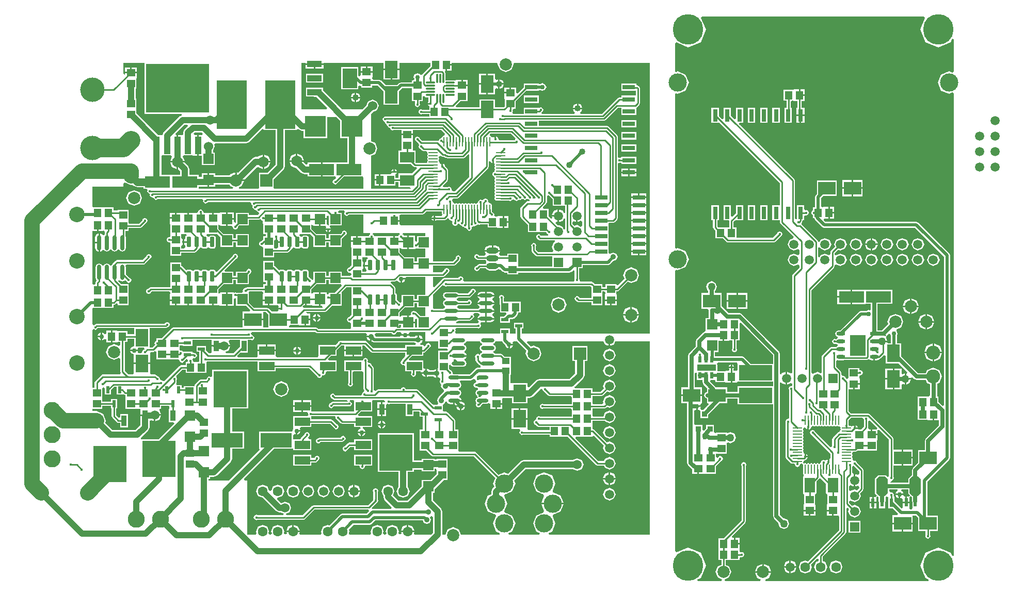
<source format=gtl>
%FSLAX25Y25*%
%MOIN*%
G70*
G01*
G75*
G04 Layer_Physical_Order=1*
G04 Layer_Color=255*
%ADD10R,0.02362X0.05512*%
%ADD11R,0.02362X0.07087*%
G04:AMPARAMS|DCode=12|XSize=74.8mil|YSize=125.98mil|CornerRadius=0mil|HoleSize=0mil|Usage=FLASHONLY|Rotation=180.000|XOffset=0mil|YOffset=0mil|HoleType=Round|Shape=Octagon|*
%AMOCTAGOND12*
4,1,8,0.01870,-0.06299,-0.01870,-0.06299,-0.03740,-0.04429,-0.03740,0.04429,-0.01870,0.06299,0.01870,0.06299,0.03740,0.04429,0.03740,-0.04429,0.01870,-0.06299,0.0*
%
%ADD12OCTAGOND12*%

%ADD13R,0.16339X0.07284*%
%ADD14R,0.08465X0.11221*%
%ADD15R,0.11221X0.08465*%
%ADD16R,0.04724X0.05512*%
%ADD17R,0.05512X0.04724*%
%ADD18R,0.06693X0.06693*%
%ADD19R,0.21654X0.09843*%
%ADD20O,0.05709X0.02362*%
%ADD21R,0.09921X0.13425*%
%ADD22R,0.02362X0.04134*%
%ADD23O,0.00984X0.06102*%
%ADD24O,0.06102X0.00984*%
%ADD25R,0.03150X0.07874*%
%ADD26R,0.07087X0.09449*%
%ADD27R,0.03543X0.03740*%
%ADD28R,0.02362X0.03347*%
%ADD29R,0.40945X0.31496*%
%ADD30R,0.03937X0.11417*%
%ADD31R,0.09449X0.07087*%
G04:AMPARAMS|DCode=32|XSize=25.59mil|YSize=64.96mil|CornerRadius=1.92mil|HoleSize=0mil|Usage=FLASHONLY|Rotation=0.000|XOffset=0mil|YOffset=0mil|HoleType=Round|Shape=RoundedRectangle|*
%AMROUNDEDRECTD32*
21,1,0.02559,0.06112,0,0,0.0*
21,1,0.02175,0.06496,0,0,0.0*
1,1,0.00384,0.01088,-0.03056*
1,1,0.00384,-0.01088,-0.03056*
1,1,0.00384,-0.01088,0.03056*
1,1,0.00384,0.01088,0.03056*
%
%ADD32ROUNDEDRECTD32*%
%ADD33O,0.02756X0.09843*%
G04:AMPARAMS|DCode=34|XSize=11.81mil|YSize=59.06mil|CornerRadius=2.95mil|HoleSize=0mil|Usage=FLASHONLY|Rotation=0.000|XOffset=0mil|YOffset=0mil|HoleType=Round|Shape=RoundedRectangle|*
%AMROUNDEDRECTD34*
21,1,0.01181,0.05315,0,0,0.0*
21,1,0.00591,0.05906,0,0,0.0*
1,1,0.00591,0.00295,-0.02658*
1,1,0.00591,-0.00295,-0.02658*
1,1,0.00591,-0.00295,0.02658*
1,1,0.00591,0.00295,0.02658*
%
%ADD34ROUNDEDRECTD34*%
G04:AMPARAMS|DCode=35|XSize=11.81mil|YSize=59.06mil|CornerRadius=2.95mil|HoleSize=0mil|Usage=FLASHONLY|Rotation=270.000|XOffset=0mil|YOffset=0mil|HoleType=Round|Shape=RoundedRectangle|*
%AMROUNDEDRECTD35*
21,1,0.01181,0.05315,0,0,270.0*
21,1,0.00591,0.05906,0,0,270.0*
1,1,0.00591,-0.02658,-0.00295*
1,1,0.00591,-0.02658,0.00295*
1,1,0.00591,0.02658,0.00295*
1,1,0.00591,0.02658,-0.00295*
%
%ADD35ROUNDEDRECTD35*%
%ADD36R,0.09449X0.12992*%
%ADD37R,0.09449X0.03937*%
%ADD38O,0.08661X0.02362*%
%ADD39R,0.07874X0.02992*%
%ADD40O,0.08858X0.02362*%
%ADD41R,0.02362X0.04528*%
%ADD42R,0.03543X0.07087*%
%ADD43R,0.21654X0.23228*%
%ADD44R,0.04528X0.02362*%
%ADD45R,0.19685X0.31496*%
%ADD46R,0.20276X0.09252*%
%ADD47R,0.09843X0.05512*%
%ADD48R,0.07874X0.03150*%
%ADD49R,0.05118X0.03937*%
%ADD50R,0.13780X0.13780*%
%ADD51O,0.07480X0.02362*%
%ADD52C,0.02000*%
%ADD53C,0.01000*%
%ADD54C,0.02500*%
%ADD55C,0.04000*%
%ADD56C,0.10000*%
%ADD57C,0.12000*%
%ADD58C,0.05000*%
%ADD59R,0.12000X0.04000*%
%ADD60C,0.09000*%
%ADD61C,0.07874*%
%ADD62C,0.06299*%
%ADD63C,0.05906*%
%ADD64R,0.05906X0.05906*%
%ADD65R,0.05906X0.05906*%
%ADD66C,0.11811*%
%ADD67C,0.19685*%
%ADD68R,0.07874X0.07874*%
%ADD69O,0.07874X0.03937*%
%ADD70O,0.07874X0.03937*%
%ADD71C,0.10000*%
%ADD72C,0.11000*%
%ADD73C,0.15748*%
%ADD74C,0.07284*%
%ADD75R,0.07284X0.07284*%
%ADD76C,0.01969*%
%ADD77C,0.01600*%
%ADD78C,0.03000*%
%ADD79C,0.05000*%
%ADD80C,0.02400*%
%ADD81C,0.04000*%
%ADD82C,0.01500*%
%ADD83C,0.03600*%
%ADD84C,0.06000*%
%ADD85C,0.07000*%
G36*
X389500Y-193071D02*
X392025Y-192025D01*
X392864Y-190000D01*
X415000D01*
Y-315000D01*
X349998D01*
X349803Y-314019D01*
X352077Y-313077D01*
X354203Y-307945D01*
X352320Y-303398D01*
X352319Y-303356D01*
X352309Y-302642D01*
X352829Y-302258D01*
X357592Y-300285D01*
X359574Y-295500D01*
X345040D01*
X346806Y-299763D01*
X346360Y-300930D01*
X341813Y-302813D01*
X339687Y-307945D01*
X341813Y-313077D01*
X344087Y-314019D01*
X343892Y-315000D01*
X324108D01*
X323913Y-314019D01*
X326187Y-313077D01*
X328313Y-307945D01*
X326187Y-302813D01*
X321424Y-300840D01*
X320978Y-299763D01*
X322951Y-295000D01*
X320978Y-290237D01*
X321424Y-289160D01*
X326187Y-287187D01*
X328313Y-282055D01*
X327586Y-280300D01*
X335055Y-272831D01*
X365587D01*
X368200Y-273913D01*
X371108Y-272708D01*
X372313Y-269800D01*
X371108Y-266892D01*
X368200Y-265687D01*
X365587Y-266769D01*
X333800D01*
X331657Y-267657D01*
X323503Y-275811D01*
X321055Y-274797D01*
X317330Y-276340D01*
X302995Y-262005D01*
X302000Y-261593D01*
X291828D01*
Y-261593D01*
X291556Y-260705D01*
X291556Y-260593D01*
Y-254381D01*
X291556D01*
Y-253619D01*
X291556D01*
Y-247294D01*
X289407D01*
Y-241500D01*
X289407Y-241500D01*
X289116Y-240796D01*
X288995Y-240505D01*
X288995Y-240505D01*
X284495Y-236005D01*
X283500Y-235593D01*
X282347D01*
X281493Y-235241D01*
Y-231279D01*
X281493Y-231279D01*
X281493D01*
X282181Y-230618D01*
X282490Y-230490D01*
X283030Y-229186D01*
X284112D01*
X284520Y-230169D01*
X286189Y-230861D01*
X288248D01*
Y-228500D01*
X288748D01*
Y-228000D01*
X293461D01*
X292976Y-226831D01*
X292016Y-226433D01*
Y-225351D01*
X292823Y-225016D01*
X293451Y-223500D01*
X292823Y-221984D01*
X291755Y-221541D01*
Y-220459D01*
X292823Y-220016D01*
X293451Y-218500D01*
X292823Y-216984D01*
X292683Y-216926D01*
X292450Y-215747D01*
X292751Y-215448D01*
X299500D01*
X300878Y-214878D01*
X301344Y-214411D01*
X302398Y-214771D01*
X302775Y-215681D01*
X303169Y-215844D01*
Y-215844D01*
X302893Y-216812D01*
X301775Y-217275D01*
X301268Y-218500D01*
X301775Y-219725D01*
X303000Y-220232D01*
X303348Y-220088D01*
X304245Y-220459D01*
Y-221541D01*
X303177Y-221984D01*
X302549Y-223500D01*
X303177Y-225016D01*
X303641Y-225209D01*
X303520Y-225500D01*
X303994Y-226645D01*
X303177Y-226984D01*
X302549Y-228500D01*
X303177Y-230016D01*
X303265Y-230053D01*
X302768Y-231252D01*
X303275Y-232477D01*
X304500Y-232984D01*
X305725Y-232477D01*
X306049Y-231693D01*
X307098Y-230644D01*
X309811D01*
X311244Y-230051D01*
X312244Y-230406D01*
Y-233906D01*
X315500D01*
Y-230543D01*
X316000D01*
Y-230043D01*
X319756D01*
Y-227763D01*
X319756Y-227181D01*
X320583Y-226763D01*
X325968D01*
Y-230142D01*
X336032D01*
Y-226763D01*
X337568D01*
X339711Y-225875D01*
X344798Y-220788D01*
X345804Y-221197D01*
X346214Y-222186D01*
X346867Y-222457D01*
X349605Y-225195D01*
X350600Y-225607D01*
X350600Y-225607D01*
X363987D01*
X364694Y-226314D01*
Y-227644D01*
X364694Y-227756D01*
Y-228200D01*
Y-228644D01*
X364694Y-228756D01*
Y-230793D01*
X346453D01*
X345800Y-230522D01*
X344614Y-231014D01*
X344122Y-232200D01*
X344614Y-233386D01*
X345800Y-233878D01*
X346453Y-233607D01*
X363987D01*
X364694Y-234314D01*
Y-235644D01*
X364694Y-235756D01*
Y-236200D01*
Y-236644D01*
X364694Y-236756D01*
Y-238793D01*
X344053D01*
X343400Y-238522D01*
X342214Y-239014D01*
X341722Y-240200D01*
X341251Y-241150D01*
X340614Y-241414D01*
X340122Y-242600D01*
X340614Y-243786D01*
X341267Y-244057D01*
X342349Y-245139D01*
X343344Y-245551D01*
X343344Y-245551D01*
X350294D01*
Y-247593D01*
X336920D01*
X336232Y-246878D01*
X336232Y-246593D01*
Y-240768D01*
X325768D01*
Y-246878D01*
X330960D01*
X331314Y-247814D01*
X330822Y-249000D01*
X331314Y-250186D01*
X332500Y-250678D01*
X333153Y-250407D01*
X350294D01*
Y-251756D01*
X356619D01*
Y-251756D01*
X357381D01*
Y-251756D01*
X362109D01*
X380348Y-269995D01*
X381343Y-270407D01*
X381343Y-270407D01*
X385521D01*
X386128Y-271872D01*
X389000Y-273062D01*
X391872Y-271872D01*
X393062Y-269000D01*
X391872Y-266128D01*
X389000Y-264938D01*
X386128Y-266128D01*
X385521Y-267593D01*
X381926D01*
X367013Y-252680D01*
X367396Y-251756D01*
X370781D01*
X371019Y-251756D01*
X371400D01*
X371781D01*
X372019Y-251756D01*
X378105D01*
Y-251402D01*
X379029Y-251019D01*
X385545Y-257535D01*
X384938Y-259000D01*
X386128Y-261872D01*
X389000Y-263062D01*
X391872Y-261872D01*
X393062Y-259000D01*
X391872Y-256128D01*
X389000Y-254938D01*
X387535Y-255545D01*
X379195Y-247205D01*
X378200Y-246793D01*
X378105Y-246698D01*
Y-244756D01*
X378105Y-244644D01*
Y-244200D01*
Y-243756D01*
X378105Y-243644D01*
Y-241607D01*
X386018D01*
X386128Y-241872D01*
X389000Y-243062D01*
X391872Y-241872D01*
X393062Y-239000D01*
X391872Y-236128D01*
X389000Y-234938D01*
X386128Y-236128D01*
X385024Y-238793D01*
X378813D01*
X378105Y-238086D01*
Y-236756D01*
X378105Y-236644D01*
Y-236200D01*
Y-235756D01*
X378105Y-235644D01*
Y-233607D01*
X385800D01*
X386795Y-233195D01*
X387535Y-232455D01*
X389000Y-233062D01*
X391872Y-231872D01*
X393062Y-229000D01*
X391872Y-226128D01*
X389000Y-224938D01*
X386128Y-226128D01*
X384938Y-229000D01*
X385277Y-229818D01*
X384598Y-230793D01*
X378813D01*
X378105Y-230086D01*
Y-228756D01*
X378105Y-228644D01*
Y-228200D01*
Y-227756D01*
X378105Y-227644D01*
Y-225607D01*
X383800D01*
X384795Y-225195D01*
X387535Y-222455D01*
X389000Y-223062D01*
X391872Y-221872D01*
X393062Y-219000D01*
X391872Y-216128D01*
X389000Y-214938D01*
X386128Y-216128D01*
X384938Y-219000D01*
X385545Y-220465D01*
X383217Y-222793D01*
X378105D01*
Y-220644D01*
X372019D01*
X371781Y-220644D01*
X371400D01*
X371019D01*
X370781Y-220644D01*
X366769D01*
X366570Y-219644D01*
X366693Y-219593D01*
X372104Y-214182D01*
X372991Y-212039D01*
Y-202737D01*
X374698D01*
Y-193263D01*
X365224D01*
Y-202737D01*
X366930D01*
Y-210784D01*
X363295Y-214419D01*
X343850D01*
X343850Y-214419D01*
X341707Y-215307D01*
X337032Y-219982D01*
X336032Y-219567D01*
Y-217322D01*
X325968D01*
X325968Y-217322D01*
Y-217322D01*
X325031Y-217170D01*
Y-211918D01*
X325359D01*
Y-206619D01*
X325359Y-206381D01*
Y-206000D01*
Y-205619D01*
X325359Y-205381D01*
Y-200082D01*
X321221D01*
X319645Y-198505D01*
X318650Y-198093D01*
X315160D01*
X315115Y-197984D01*
X314046Y-197541D01*
Y-196459D01*
X315115Y-196016D01*
X315743Y-194500D01*
X315115Y-192984D01*
X314046Y-192541D01*
Y-191459D01*
X315115Y-191016D01*
X315536Y-190000D01*
X319800D01*
X320193Y-190948D01*
X321529Y-192284D01*
X322287Y-194113D01*
X323700Y-194699D01*
Y-192200D01*
X324200D01*
Y-191700D01*
X326699D01*
X326409Y-191000D01*
X327077Y-190000D01*
X329284D01*
X335607Y-196323D01*
X334912Y-198000D01*
X336414Y-201625D01*
X340039Y-203127D01*
X343665Y-201625D01*
X345167Y-198000D01*
X343665Y-194375D01*
X340039Y-192873D01*
X338362Y-193567D01*
X335719Y-190924D01*
X336101Y-190000D01*
X385136D01*
X385975Y-192025D01*
X388500Y-193071D01*
Y-189000D01*
X389500D01*
Y-193071D01*
D02*
G37*
G36*
X116759Y-50955D02*
X114550Y-53164D01*
X113662Y-55307D01*
Y-56004D01*
X112969Y-56717D01*
X110500D01*
Y-63425D01*
X109500D01*
Y-56717D01*
X109276D01*
X108893Y-55793D01*
X114655Y-50031D01*
X116377D01*
X116759Y-50955D01*
D02*
G37*
G36*
X328390Y-58972D02*
X328195Y-59952D01*
X328023Y-60023D01*
X327995Y-60093D01*
X317811D01*
X317348Y-59400D01*
X316778Y-58022D01*
X315900Y-57659D01*
Y-59400D01*
X314900D01*
Y-57659D01*
X314022Y-58022D01*
X313996Y-58087D01*
X312913D01*
X312753Y-57700D01*
X312075Y-57419D01*
X311758Y-56434D01*
X312252Y-55807D01*
X325225D01*
X328390Y-58972D01*
D02*
G37*
G36*
X314364Y-74886D02*
X315027Y-75549D01*
X314794Y-76110D01*
X315202Y-77095D01*
X314794Y-78079D01*
X315202Y-79063D01*
X314794Y-80047D01*
X314910Y-80327D01*
X313791Y-80791D01*
X313284Y-82016D01*
X313791Y-83240D01*
X314910Y-83704D01*
X314794Y-83984D01*
X315202Y-84969D01*
X314794Y-85953D01*
X315202Y-86937D01*
X314794Y-87921D01*
X315202Y-88906D01*
X314794Y-89890D01*
X315202Y-90874D01*
X314794Y-91858D01*
X315202Y-92843D01*
X314794Y-93827D01*
X315202Y-94811D01*
X314794Y-95795D01*
X315202Y-96780D01*
X314794Y-97764D01*
X315204Y-98753D01*
X316193Y-99162D01*
X318731D01*
X318752Y-99171D01*
X324259D01*
X325000Y-99478D01*
X326186Y-98986D01*
X326361Y-98565D01*
X327540Y-98330D01*
X327543Y-98333D01*
X327814Y-98986D01*
X329000Y-99478D01*
X330186Y-98986D01*
X330203Y-98947D01*
X331126Y-98564D01*
X331400Y-98678D01*
X332369Y-98277D01*
X333000Y-98222D01*
X333631Y-98277D01*
X334600Y-98678D01*
X335569Y-98277D01*
X336614Y-98186D01*
X337595Y-98593D01*
X337396Y-99593D01*
X336000D01*
X335005Y-100005D01*
X332005Y-103005D01*
X331593Y-104000D01*
Y-109543D01*
X332005Y-110538D01*
X336295Y-114828D01*
Y-119556D01*
X342619D01*
Y-119556D01*
X343381D01*
Y-119556D01*
X348109D01*
X348451Y-119897D01*
X348775Y-120681D01*
X349528Y-120993D01*
X349329Y-121993D01*
X344826D01*
X344586Y-121414D01*
X343400Y-120922D01*
X342214Y-121414D01*
X341722Y-122600D01*
X342214Y-123786D01*
X342867Y-124057D01*
X343205Y-124395D01*
X344200Y-124807D01*
X353703D01*
X353902Y-125807D01*
X353128Y-126128D01*
X351938Y-129000D01*
X352929Y-131393D01*
X352342Y-132393D01*
X343183D01*
X341607Y-130817D01*
Y-128853D01*
X341878Y-128200D01*
X341386Y-127014D01*
X340200Y-126522D01*
X339014Y-127014D01*
X338522Y-128200D01*
X338793Y-128853D01*
Y-131400D01*
X339205Y-132395D01*
X341605Y-134795D01*
X342600Y-135207D01*
X351264D01*
X352247Y-135247D01*
X352247Y-136207D01*
Y-141804D01*
X330156D01*
Y-140581D01*
X330156D01*
Y-139819D01*
X330156D01*
Y-133494D01*
X323044D01*
Y-134793D01*
X318447D01*
X317770Y-133793D01*
X317885Y-133422D01*
X318475Y-132000D01*
X308525D01*
X309115Y-133422D01*
X309230Y-133793D01*
X308553Y-134793D01*
X304826D01*
X304586Y-134214D01*
X303400Y-133722D01*
X302214Y-134214D01*
X301722Y-135400D01*
X302214Y-136586D01*
X302867Y-136857D01*
X303205Y-137195D01*
X304200Y-137607D01*
X308994D01*
X309413Y-138619D01*
X309299Y-139654D01*
X309118Y-140093D01*
X305000D01*
X304005Y-140505D01*
X303059Y-141451D01*
X302275Y-141775D01*
X301768Y-143000D01*
X302275Y-144225D01*
X303500Y-144732D01*
X304725Y-144225D01*
X305049Y-143441D01*
X305583Y-142907D01*
X309118D01*
X309413Y-143619D01*
X311531Y-144497D01*
X315469D01*
X317587Y-143619D01*
X318609Y-143765D01*
X319966Y-145121D01*
X320369Y-145288D01*
X321343Y-145692D01*
X323044D01*
Y-146906D01*
X330156D01*
Y-145701D01*
X363247D01*
X364625Y-145130D01*
X365669Y-144086D01*
X366593Y-144469D01*
Y-150299D01*
X366468Y-150600D01*
X366535Y-150761D01*
X365980Y-151593D01*
X294963D01*
X294403Y-150593D01*
X294732Y-149800D01*
X294225Y-148575D01*
X293000Y-148068D01*
X291775Y-148575D01*
X291520Y-149193D01*
X282550D01*
X281555Y-149605D01*
X275924Y-155236D01*
X275000Y-154853D01*
Y-148407D01*
X281500D01*
X282495Y-147995D01*
X284441Y-146049D01*
X285225Y-145725D01*
X285732Y-144500D01*
X285225Y-143275D01*
X284000Y-142768D01*
X282775Y-143275D01*
X282451Y-144059D01*
X280917Y-145593D01*
X275000D01*
Y-141258D01*
X288307D01*
X289302Y-140845D01*
X292395Y-137752D01*
X292395Y-137752D01*
X292516Y-137461D01*
X292538Y-137406D01*
X292586Y-137386D01*
X293078Y-136200D01*
X292586Y-135014D01*
X291400Y-134522D01*
X290214Y-135014D01*
X289722Y-136200D01*
X289794Y-136373D01*
X287724Y-138443D01*
X275000D01*
Y-115000D01*
X254213D01*
X253505Y-114293D01*
Y-112700D01*
X250143D01*
Y-111700D01*
X253505D01*
Y-108444D01*
X254407Y-108207D01*
X268000D01*
X268995Y-107795D01*
X270631Y-106159D01*
X280838D01*
Y-107311D01*
X281161Y-108093D01*
X280734Y-109093D01*
X277307D01*
X276500Y-108759D01*
Y-110500D01*
Y-112241D01*
X277307Y-111907D01*
X282419D01*
X283414Y-111495D01*
X284344Y-110564D01*
X285431Y-110892D01*
X285775Y-111725D01*
X287000Y-112232D01*
X287111Y-112186D01*
X287943Y-112741D01*
Y-112985D01*
X287568Y-113890D01*
X288075Y-115114D01*
X289300Y-115622D01*
X290525Y-115114D01*
X290707Y-114673D01*
X291172Y-114140D01*
X291250Y-114112D01*
X291835Y-114146D01*
X292413Y-114502D01*
X292614Y-114986D01*
X293800Y-115478D01*
Y-115478D01*
Y-115478D01*
X294555Y-116012D01*
X294660Y-116264D01*
X295884Y-116771D01*
X295959Y-116740D01*
X296883Y-117123D01*
X296989Y-117379D01*
X297143Y-117533D01*
X297414Y-118186D01*
X298600Y-118678D01*
X299786Y-118186D01*
X300278Y-117000D01*
X300043Y-116434D01*
X300200Y-116278D01*
X301386Y-115786D01*
X301403Y-115747D01*
X302326Y-115364D01*
X302600Y-115478D01*
X303786Y-114986D01*
X304054Y-114340D01*
X305000Y-114732D01*
X305784Y-114407D01*
X310295D01*
Y-116556D01*
X316181D01*
X316264D01*
X317181Y-116756D01*
X317194D01*
X317536Y-116756D01*
X320043D01*
Y-113000D01*
Y-109244D01*
X317536D01*
X317194Y-109244D01*
X317181D01*
X316264Y-109444D01*
X316181D01*
X315245D01*
X314577Y-108444D01*
X314678Y-108200D01*
X314186Y-107014D01*
X313533Y-106743D01*
X313171Y-106381D01*
Y-104752D01*
X313162Y-104731D01*
Y-102193D01*
X312753Y-101204D01*
X311764Y-100794D01*
X310643Y-100176D01*
X310515Y-99793D01*
X310678Y-99400D01*
X310186Y-98214D01*
X309000Y-97722D01*
X307814Y-98214D01*
X307720Y-98440D01*
X306619Y-98896D01*
X305858Y-98581D01*
X304672Y-99072D01*
X304181Y-100258D01*
X303404Y-100996D01*
X302906Y-101202D01*
X301921Y-100794D01*
X300937Y-101202D01*
X299953Y-100794D01*
X298969Y-101202D01*
X297984Y-100794D01*
X297000Y-101202D01*
X296016Y-100794D01*
X295031Y-101202D01*
X294047Y-100794D01*
X293063Y-101202D01*
X292079Y-100794D01*
X291094Y-101202D01*
X290110Y-100794D01*
X289126Y-101202D01*
X288501Y-100943D01*
X287865Y-99871D01*
Y-99870D01*
X287905Y-99773D01*
X287546Y-98907D01*
X288063Y-97907D01*
X290500D01*
X291495Y-97495D01*
X310790Y-78200D01*
X311202Y-77205D01*
Y-73892D01*
X312202Y-73693D01*
X312486Y-74378D01*
X313364Y-74741D01*
Y-73000D01*
X314364D01*
Y-74886D01*
D02*
G37*
G36*
X132252Y-192461D02*
X132200Y-192587D01*
X135024D01*
Y-193587D01*
X132200D01*
X132252Y-193712D01*
Y-197630D01*
X131402Y-197993D01*
X130412D01*
X128493Y-196074D01*
Y-193019D01*
X122365D01*
Y-196981D01*
X124022D01*
Y-202737D01*
X123315Y-203444D01*
X122619D01*
X122381Y-203444D01*
X122000D01*
X121619D01*
X121381Y-203444D01*
X120657D01*
X120188Y-202743D01*
X119756Y-201699D01*
X120297Y-200883D01*
X120543Y-200942D01*
X121000Y-201132D01*
X122225Y-200625D01*
X122732Y-199400D01*
X122225Y-198175D01*
X121441Y-197851D01*
X121335Y-197745D01*
X120340Y-197333D01*
X119635D01*
Y-196759D01*
X113507D01*
X113507Y-196759D01*
D01*
X113427Y-196663D01*
X113386Y-196614D01*
X112689Y-196325D01*
X112687Y-196324D01*
X112200Y-196122D01*
X111556Y-195692D01*
Y-195619D01*
X111556Y-195381D01*
Y-195000D01*
Y-194619D01*
X111556Y-194381D01*
Y-192667D01*
X113507D01*
Y-193241D01*
X119635D01*
Y-189279D01*
X120626Y-189257D01*
X132252D01*
Y-192461D01*
D02*
G37*
G36*
X298546Y-69576D02*
Y-83919D01*
X289372Y-93093D01*
X287645D01*
X286976Y-92093D01*
X287074Y-91858D01*
X286566Y-90634D01*
X285342Y-90126D01*
X284558Y-90451D01*
X281845D01*
X281463Y-89527D01*
X284495Y-86495D01*
X284495Y-86495D01*
X284907Y-85500D01*
Y-79500D01*
X284495Y-78505D01*
X284495Y-78505D01*
X282919Y-76929D01*
X282378Y-75622D01*
X281500Y-75259D01*
Y-77000D01*
X280500D01*
Y-75259D01*
X280018Y-75458D01*
X279770Y-75393D01*
X279181Y-74202D01*
X279206Y-74142D01*
X278798Y-73158D01*
X279206Y-72173D01*
X278859Y-71337D01*
X279271Y-70356D01*
X280196Y-70081D01*
X280450Y-70335D01*
X281445Y-70747D01*
X282106D01*
X282454Y-71095D01*
X283449Y-71507D01*
X283449Y-71507D01*
X283846D01*
X284570Y-71807D01*
X294425D01*
X295420Y-71395D01*
X297622Y-69193D01*
X298546Y-69576D01*
D02*
G37*
G36*
X232993Y-136706D02*
X232500Y-136910D01*
X232122Y-137822D01*
Y-138600D01*
X231122Y-139268D01*
X231100Y-139259D01*
Y-141000D01*
Y-142799D01*
X231889Y-143272D01*
X232075Y-144333D01*
X231538Y-145136D01*
X229556D01*
Y-143598D01*
X230100Y-143063D01*
Y-141000D01*
Y-138948D01*
X229556Y-138584D01*
Y-136294D01*
X229556D01*
X229556Y-135705D01*
X230444D01*
Y-135705D01*
X232794D01*
X232993Y-136706D01*
D02*
G37*
G36*
X270000Y-190000D02*
X278444D01*
Y-194705D01*
X284255D01*
X284643Y-195601D01*
X284087Y-196294D01*
X278444D01*
Y-202381D01*
X278444Y-202619D01*
Y-203000D01*
Y-203381D01*
X278444Y-203619D01*
Y-207357D01*
X278100Y-207587D01*
Y-210938D01*
Y-213762D01*
X278853Y-213450D01*
X279685Y-214006D01*
Y-215316D01*
X279360Y-216100D01*
X279867Y-217325D01*
X280078Y-217412D01*
X280461Y-218336D01*
X280186Y-219000D01*
X281010Y-220990D01*
X281976Y-221390D01*
X282185Y-222559D01*
X279122Y-225622D01*
X278805Y-226388D01*
X278510Y-226510D01*
X277686Y-228500D01*
X278423Y-230279D01*
X277992Y-231279D01*
X275365D01*
X275365Y-231279D01*
Y-231279D01*
X274657Y-230667D01*
X265495Y-221505D01*
X264500Y-221093D01*
X257563D01*
X257225Y-220275D01*
X256000Y-219768D01*
X254775Y-220275D01*
X254437Y-221093D01*
X239700D01*
X238705Y-221505D01*
X238037Y-222173D01*
X236858Y-221938D01*
X236807Y-221816D01*
Y-207400D01*
X236395Y-206405D01*
X235349Y-205359D01*
X235025Y-204575D01*
X233800Y-204068D01*
X233639Y-204135D01*
X232807Y-203579D01*
Y-203384D01*
X233132Y-202600D01*
X232625Y-201375D01*
X231400Y-200868D01*
X230175Y-201375D01*
X230030Y-201726D01*
X229351Y-202444D01*
X228744Y-202444D01*
X217909D01*
Y-209556D01*
X220393D01*
Y-217147D01*
X220122Y-217800D01*
X220614Y-218986D01*
X221800Y-219478D01*
X222986Y-218986D01*
X223478Y-217800D01*
X223207Y-217147D01*
Y-210263D01*
X223914Y-209556D01*
X228993D01*
X229351Y-209556D01*
X229993Y-210290D01*
X229993Y-210290D01*
Y-220600D01*
X230405Y-221595D01*
X230654Y-221844D01*
X230380Y-222984D01*
X229675Y-223275D01*
X229168Y-224500D01*
X228705Y-225193D01*
X211983D01*
X211882Y-225092D01*
X211612Y-224439D01*
X210425Y-223948D01*
X209239Y-224439D01*
X208748Y-225625D01*
X209239Y-226812D01*
X209892Y-227082D01*
X210405Y-227595D01*
X210405Y-227595D01*
X210697Y-227716D01*
X211400Y-228007D01*
X211400Y-228007D01*
X219571D01*
X219993Y-229007D01*
X219813Y-229193D01*
X210600D01*
X210600Y-229193D01*
X209605Y-229605D01*
X208892Y-230318D01*
X208239Y-230589D01*
X207748Y-231775D01*
X208239Y-232961D01*
X209425Y-233453D01*
X210612Y-232961D01*
X210882Y-232308D01*
X211183Y-232007D01*
X220347D01*
X221000Y-232278D01*
X222186Y-231786D01*
X222678Y-230600D01*
X222186Y-229414D01*
X221697Y-229211D01*
X221262Y-229031D01*
X221212Y-228972D01*
X221222Y-228922D01*
X221223Y-228915D01*
X221333Y-228365D01*
X221394Y-228056D01*
X221529Y-228007D01*
X223460D01*
X224279Y-228444D01*
Y-235556D01*
X223294Y-235593D01*
X196984D01*
X196551Y-235414D01*
Y-232500D01*
X191130D01*
Y-235756D01*
X193901D01*
X194569Y-236756D01*
X194468Y-237000D01*
X194652Y-237444D01*
X193984Y-238444D01*
X184909D01*
Y-245556D01*
X184909Y-245556D01*
X184909D01*
X184895Y-246550D01*
X184294Y-248000D01*
X183911Y-248574D01*
X183762D01*
X162810D01*
Y-259426D01*
X162810Y-259426D01*
X162810D01*
X163169Y-260293D01*
X143462Y-280000D01*
X130031D01*
Y-278997D01*
X131147D01*
Y-277881D01*
X133550D01*
X135693Y-276993D01*
X144395Y-268291D01*
X145283Y-266148D01*
X145283Y-266148D01*
Y-259426D01*
X153190D01*
Y-248574D01*
X145283D01*
Y-233453D01*
X155627D01*
Y-208625D01*
X132373D01*
Y-212694D01*
X131373Y-213243D01*
X130600Y-212922D01*
X129414Y-213414D01*
X129143Y-214067D01*
X128417Y-214793D01*
X125056D01*
X124061Y-215205D01*
X121549Y-217717D01*
X121137Y-218712D01*
Y-219094D01*
X114244D01*
Y-220164D01*
X112721D01*
Y-218507D01*
X109728D01*
X109443Y-218036D01*
X109244Y-217507D01*
X109316Y-217334D01*
X109607Y-216631D01*
X109607Y-216631D01*
Y-215384D01*
X109932Y-214600D01*
X109425Y-213375D01*
X109299Y-213323D01*
X109104Y-212343D01*
X113040Y-208407D01*
X115295D01*
Y-210556D01*
X121381D01*
X121619Y-210556D01*
X122000D01*
X122381D01*
X122619Y-210556D01*
X128706D01*
Y-203444D01*
X129607Y-203207D01*
X161909D01*
Y-209556D01*
X173351D01*
Y-207407D01*
X195017D01*
X200343Y-212733D01*
X200614Y-213386D01*
X201800Y-213878D01*
X202986Y-213386D01*
X203478Y-212200D01*
X204004Y-212197D01*
X204200Y-212278D01*
X205386Y-211786D01*
X205878Y-210600D01*
X205859Y-210556D01*
X206523Y-209556D01*
X212721D01*
Y-202444D01*
X207652D01*
X207270Y-201520D01*
X209234Y-199556D01*
X212721D01*
Y-196069D01*
X215841Y-192949D01*
X216184Y-192807D01*
X217709D01*
Y-195500D01*
X229551D01*
Y-192807D01*
X230817D01*
X235005Y-196995D01*
X236000Y-197407D01*
X257279D01*
Y-199556D01*
X257279Y-199556D01*
X257279D01*
X256716Y-200294D01*
X255005Y-202005D01*
X254593Y-203000D01*
Y-203216D01*
X254268Y-204000D01*
X254775Y-205225D01*
X256000Y-205732D01*
X256279Y-205616D01*
X257279Y-206285D01*
Y-209556D01*
X261193D01*
Y-210747D01*
X260922Y-211400D01*
X261414Y-212586D01*
X262600Y-213078D01*
X263786Y-212586D01*
X264278Y-211400D01*
X264007Y-210747D01*
Y-209556D01*
X266960D01*
X267257Y-210000D01*
X270000D01*
Y-207676D01*
X269553Y-207862D01*
X268721Y-207306D01*
Y-202444D01*
X259852D01*
X259470Y-201520D01*
X261434Y-199556D01*
X268721D01*
Y-197407D01*
X269000D01*
X269995Y-196995D01*
X272441Y-194549D01*
X273225Y-194225D01*
X273732Y-193000D01*
X273225Y-191775D01*
X272000Y-191268D01*
X270775Y-191775D01*
X270451Y-192559D01*
X269645Y-193365D01*
X268721Y-192982D01*
Y-192444D01*
X267115D01*
X266916Y-191444D01*
X267643Y-191143D01*
X268324Y-189500D01*
X265500D01*
Y-189000D01*
X265000D01*
Y-186176D01*
X263357Y-186857D01*
X263276Y-187052D01*
X260170D01*
X259802Y-186500D01*
X254198D01*
X253830Y-187052D01*
X238065D01*
X238031Y-187000D01*
X237508Y-185739D01*
X238064Y-184907D01*
X248361D01*
X248575Y-185425D01*
X249800Y-185932D01*
X251025Y-185425D01*
X251349Y-184641D01*
X251983Y-184007D01*
X254037D01*
X254705Y-185007D01*
X254501Y-185500D01*
X259499D01*
X259295Y-185007D01*
X259963Y-184007D01*
X270000D01*
Y-190000D01*
D02*
G37*
G36*
X82069Y-185593D02*
X77706D01*
Y-183444D01*
X71819D01*
X71736D01*
X70819Y-183244D01*
X70806D01*
X70464Y-183244D01*
X67957D01*
Y-187000D01*
Y-190756D01*
X70464D01*
X70806Y-190756D01*
X70819D01*
X71736Y-190556D01*
X71819D01*
X73136D01*
Y-192578D01*
X72136Y-193172D01*
X69000Y-191873D01*
X65374Y-193375D01*
X63873Y-197000D01*
X65374Y-200625D01*
X69000Y-202127D01*
X72136Y-200828D01*
X73136Y-201421D01*
Y-209743D01*
X73488Y-210593D01*
X73096Y-211593D01*
X61800D01*
X61800Y-211593D01*
X60805Y-212005D01*
X57005Y-215805D01*
X56593Y-216800D01*
Y-220294D01*
X55000D01*
Y-182756D01*
X56000Y-182318D01*
X57000Y-182732D01*
X58225Y-182225D01*
X58480Y-181607D01*
X82069D01*
Y-185593D01*
D02*
G37*
G36*
X215220Y-47596D02*
Y-58690D01*
X219879D01*
Y-74558D01*
X212409D01*
Y-74358D01*
X203740D01*
Y-79000D01*
Y-83642D01*
X211954D01*
X212368Y-84642D01*
X211559Y-85451D01*
X210775Y-85775D01*
X210268Y-87000D01*
X210775Y-88225D01*
X212000Y-88732D01*
X213225Y-88225D01*
X213549Y-87441D01*
X217548Y-83442D01*
X229729D01*
X230000Y-84329D01*
Y-91593D01*
X172585D01*
X172237Y-90737D01*
X172237D01*
Y-85549D01*
X178639Y-79147D01*
X179527Y-77004D01*
Y-53548D01*
X187139D01*
Y-53235D01*
X188063Y-52852D01*
X188353Y-53143D01*
X190496Y-54031D01*
X191401D01*
Y-58690D01*
X206780D01*
Y-45000D01*
X212623D01*
X215220Y-47596D01*
D02*
G37*
G36*
X88728Y-10066D02*
Y-43162D01*
X112735D01*
X112934Y-44162D01*
X111257Y-44857D01*
X101164Y-54950D01*
X100366Y-56876D01*
X99383Y-56916D01*
X99383Y-56916D01*
X99383Y-56916D01*
X97659D01*
X83556Y-42813D01*
Y-40381D01*
X83556D01*
Y-39619D01*
X83556D01*
Y-33294D01*
X83031D01*
Y-26706D01*
X83556D01*
Y-21381D01*
X83556Y-20381D01*
X83559Y-20374D01*
X83559Y-20373D01*
X83756Y-19819D01*
X83756Y-19819D01*
X83756D01*
X83756Y-19464D01*
Y-16957D01*
X76244D01*
Y-17593D01*
X76000Y-17761D01*
X75000Y-17236D01*
Y-10000D01*
X87755D01*
X88728Y-10066D01*
D02*
G37*
G36*
X199305Y-184495D02*
X200300Y-184907D01*
X231936D01*
X232492Y-185739D01*
X232176Y-186500D01*
X235000D01*
Y-187000D01*
X235500D01*
Y-190255D01*
X235622Y-190378D01*
X237000Y-190948D01*
X263276D01*
X263357Y-191143D01*
X264084Y-191444D01*
X263885Y-192444D01*
X257279D01*
Y-194593D01*
X236583D01*
X232395Y-190405D01*
X231400Y-189993D01*
X216184D01*
X215400Y-189668D01*
X214175Y-190175D01*
X213851Y-190959D01*
X212366Y-192444D01*
X201279D01*
Y-199556D01*
X201279Y-199556D01*
X201279D01*
X201279Y-199556D01*
X200885Y-200393D01*
X174287D01*
X173551Y-199756D01*
X173551Y-199393D01*
Y-196500D01*
X161709D01*
Y-199393D01*
X161709Y-199756D01*
X160972Y-200393D01*
X160972Y-200393D01*
X148967D01*
X148584Y-199469D01*
X150623Y-197430D01*
X155548D01*
Y-189257D01*
X157296D01*
X157949Y-189528D01*
X159135Y-189036D01*
X159627Y-187850D01*
X159135Y-186664D01*
X158680Y-186475D01*
X157878Y-185800D01*
X157549Y-185007D01*
X158086Y-184007D01*
X198817D01*
X199305Y-184495D01*
D02*
G37*
G36*
X165854Y-53235D02*
Y-53548D01*
X173465D01*
Y-75749D01*
X167951Y-81263D01*
X162763D01*
Y-90737D01*
X162763D01*
X162415Y-91593D01*
X149827D01*
X149628Y-90593D01*
X151594Y-89779D01*
X152952Y-86500D01*
X147815D01*
Y-86000D01*
X147315D01*
Y-80863D01*
X144036Y-82221D01*
X143789Y-82820D01*
X134346D01*
Y-81504D01*
X130500D01*
Y-85850D01*
Y-90197D01*
X134346D01*
Y-88881D01*
X143665D01*
X144036Y-89779D01*
X146002Y-90593D01*
X145803Y-91593D01*
X123929D01*
Y-90031D01*
X125654D01*
Y-90197D01*
X129500D01*
Y-85850D01*
Y-81504D01*
X125654D01*
Y-83969D01*
X123929D01*
Y-82358D01*
X117791D01*
Y-78760D01*
X116903Y-76617D01*
X114786Y-74500D01*
X110500D01*
Y-78786D01*
X111729Y-80015D01*
Y-82358D01*
X105591D01*
Y-82558D01*
X99645D01*
Y-70191D01*
X100539Y-69934D01*
Y-69934D01*
X105871D01*
X106466Y-70772D01*
X105336Y-73500D01*
X114664D01*
X113534Y-70772D01*
X114129Y-69934D01*
X119461D01*
Y-69934D01*
X120417Y-70040D01*
Y-70134D01*
X122886D01*
Y-63425D01*
Y-56717D01*
X120984D01*
X120570Y-55717D01*
X121255Y-55031D01*
X125745D01*
X126484Y-55770D01*
X126016Y-56717D01*
X123886D01*
Y-63425D01*
Y-70134D01*
X125854D01*
Y-76296D01*
X134146D01*
Y-68003D01*
X133031D01*
Y-66613D01*
X134113Y-64000D01*
X133652Y-62887D01*
X134380Y-62031D01*
X154496D01*
X156639Y-61143D01*
X164930Y-52852D01*
X165854Y-53235D01*
D02*
G37*
G36*
X368500Y-113071D02*
X370593Y-112204D01*
X371593Y-112764D01*
Y-115542D01*
X370593Y-116012D01*
X368000Y-114938D01*
X366535Y-115545D01*
X365154Y-114164D01*
Y-113000D01*
X365986Y-112444D01*
X367500Y-113071D01*
Y-109000D01*
X368500D01*
Y-113071D01*
D02*
G37*
G36*
X80000Y-89278D02*
X80709Y-88984D01*
X81474Y-89526D01*
Y-89526D01*
X81474Y-89526D01*
X84000Y-90572D01*
X88271D01*
Y-91442D01*
X90085D01*
X90754Y-92442D01*
X90522Y-93000D01*
X91014Y-94186D01*
X92200Y-94678D01*
X92357Y-94834D01*
X92122Y-95400D01*
X92614Y-96586D01*
X93800Y-97078D01*
X94750Y-97549D01*
X95014Y-98186D01*
X96200Y-98678D01*
X97386Y-98186D01*
X97461Y-98007D01*
X126017D01*
X126685Y-99007D01*
X126522Y-99400D01*
X127014Y-100586D01*
X128200Y-101078D01*
X129386Y-100586D01*
X129626Y-100007D01*
X157234D01*
X157789Y-100839D01*
X157722Y-101000D01*
X158214Y-102186D01*
X158906Y-102473D01*
X158522Y-103400D01*
X159014Y-104586D01*
X160200Y-105078D01*
X161150Y-105549D01*
X161414Y-106186D01*
X162401Y-106595D01*
X162808Y-107602D01*
X161817Y-108593D01*
X156147D01*
Y-107003D01*
X147854D01*
Y-113014D01*
X147342Y-113411D01*
X146346Y-112962D01*
Y-111650D01*
X142500D01*
Y-115496D01*
X145198D01*
X145668Y-116200D01*
X146175Y-117425D01*
X147400Y-117932D01*
X148625Y-117425D01*
X149132Y-116200D01*
X149075Y-116064D01*
X149844Y-115296D01*
X156147D01*
Y-111407D01*
X162400D01*
X163395Y-110995D01*
X163856Y-111087D01*
X164166Y-111834D01*
X165244Y-112281D01*
Y-113453D01*
X165244Y-113819D01*
X165244Y-113819D01*
X165443Y-114379D01*
X165444Y-114381D01*
X165444D01*
X165444Y-114381D01*
Y-120705D01*
X167052D01*
Y-122294D01*
X165444D01*
Y-124298D01*
X165048Y-124462D01*
X164059Y-125451D01*
X163275Y-125775D01*
X162768Y-127000D01*
X163275Y-128225D01*
X164500Y-128732D01*
X165444Y-129381D01*
X165444Y-130312D01*
Y-135705D01*
X172556D01*
Y-132950D01*
X180857D01*
X181852Y-132538D01*
X183495Y-130895D01*
X183714Y-130367D01*
X184347Y-129693D01*
Y-129693D01*
X185271Y-129423D01*
X185541D01*
X185653Y-129693D01*
X186412Y-130008D01*
X188588D01*
X189347Y-129693D01*
X189459Y-129423D01*
X190541D01*
X190653Y-129693D01*
X191412Y-130008D01*
X193588D01*
X194347Y-129693D01*
X194661Y-128934D01*
Y-122822D01*
X194347Y-122063D01*
X193588Y-121748D01*
X191412D01*
X190653Y-122063D01*
X190541Y-122333D01*
X189459D01*
X189347Y-122063D01*
X188725Y-121805D01*
X188642Y-121565D01*
X189127Y-120705D01*
X189444Y-120705D01*
X189489Y-120705D01*
X189556Y-120705D01*
D01*
X189556D01*
Y-120705D01*
X195865D01*
X197854Y-122694D01*
Y-128997D01*
X206147D01*
Y-126258D01*
X207854D01*
Y-128997D01*
X216146D01*
Y-123844D01*
X218333Y-121657D01*
X218986Y-121386D01*
X219478Y-120200D01*
X218986Y-119014D01*
X217800Y-118522D01*
X216614Y-119014D01*
X216343Y-119667D01*
X215306Y-120704D01*
X207854D01*
Y-123443D01*
X206147D01*
Y-120704D01*
X199844D01*
X196556Y-117416D01*
Y-114894D01*
X196730Y-114740D01*
X197653Y-115134D01*
Y-115496D01*
X201500D01*
Y-111150D01*
X202000D01*
Y-110650D01*
X206347D01*
Y-109119D01*
X207306Y-108695D01*
X207854Y-109133D01*
Y-114957D01*
X207758Y-115146D01*
X207323Y-115263D01*
X206347Y-114494D01*
Y-111650D01*
X202500D01*
Y-115496D01*
X205645D01*
X206022Y-116422D01*
X205659Y-117300D01*
X209141D01*
X208778Y-116422D01*
X208473Y-116296D01*
X208672Y-115296D01*
X216146D01*
Y-107003D01*
X214257D01*
X213907Y-106305D01*
X214479Y-105407D01*
X217714D01*
X218134Y-106407D01*
X217722Y-107400D01*
X218214Y-108586D01*
X219400Y-109078D01*
X220586Y-108586D01*
X220743Y-108207D01*
X230000D01*
Y-120000D01*
X234360D01*
X234559Y-121000D01*
X234022Y-121222D01*
X233661Y-122095D01*
X230244D01*
Y-122095D01*
X229756D01*
Y-122095D01*
X226500D01*
Y-125457D01*
X226000D01*
Y-125957D01*
X222244D01*
Y-128464D01*
X222244Y-128806D01*
Y-128819D01*
X222444Y-129736D01*
Y-129819D01*
Y-135705D01*
X222444D01*
X222444Y-136294D01*
X222444D01*
Y-141023D01*
X220816Y-142651D01*
X220032Y-142975D01*
X219525Y-144200D01*
X220032Y-145425D01*
X221257Y-145932D01*
X221562Y-145805D01*
X222363Y-146341D01*
Y-147050D01*
X221561Y-147742D01*
X216146D01*
Y-145003D01*
X207854D01*
Y-147742D01*
X206147D01*
Y-145003D01*
X197854D01*
Y-150151D01*
X196853Y-150350D01*
X196625Y-149797D01*
X195841Y-149473D01*
X194661Y-148293D01*
Y-145066D01*
X194347Y-144307D01*
X193588Y-143992D01*
X191412D01*
X190653Y-144307D01*
X190541Y-144577D01*
X189459D01*
X189347Y-144307D01*
X188588Y-143992D01*
X186412D01*
X185653Y-144307D01*
X185541Y-144577D01*
X184459D01*
X184347Y-144307D01*
X183588Y-143992D01*
X181412D01*
X180653Y-144307D01*
X180541Y-144577D01*
X179459D01*
X179347Y-144307D01*
X178588Y-143992D01*
X176412D01*
X175668Y-144300D01*
X172830Y-141462D01*
X172556Y-141348D01*
Y-138294D01*
X165444D01*
Y-144381D01*
X165444Y-144619D01*
Y-145000D01*
Y-145381D01*
X165444Y-145619D01*
Y-151706D01*
X167052D01*
Y-153295D01*
X165444D01*
Y-155050D01*
X155043D01*
X154048Y-155462D01*
X154048Y-155462D01*
X153559Y-155951D01*
X152775Y-156275D01*
X152268Y-157500D01*
X152422Y-157872D01*
X151867Y-158704D01*
X147969D01*
X147400Y-158468D01*
X146717Y-158751D01*
X146346Y-158504D01*
Y-158504D01*
X142500D01*
Y-162850D01*
Y-167197D01*
X146346D01*
Y-162708D01*
X147245Y-162151D01*
X147854Y-162492D01*
Y-166997D01*
X154156D01*
X157003Y-169844D01*
X156621Y-170768D01*
X152122D01*
Y-175500D01*
X165342D01*
Y-171207D01*
X167217D01*
X168858Y-172847D01*
Y-181032D01*
X167924Y-181193D01*
X165342D01*
Y-176500D01*
X152122D01*
Y-181193D01*
X107400D01*
X106405Y-181605D01*
X99716Y-188294D01*
X96444D01*
Y-189955D01*
X95775Y-190232D01*
X95268Y-191457D01*
X95645Y-192366D01*
X93824Y-194186D01*
X92134D01*
Y-181607D01*
X102600D01*
X103595Y-181195D01*
X103841Y-180949D01*
X104625Y-180625D01*
X105132Y-179400D01*
X104625Y-178175D01*
X103400Y-177668D01*
X102175Y-178175D01*
X101920Y-178793D01*
X57800D01*
X56805Y-179205D01*
X56559Y-179451D01*
X56000Y-179682D01*
X55000Y-179244D01*
Y-169434D01*
X55295Y-168556D01*
X61381D01*
X61619Y-168556D01*
X62000D01*
X62381D01*
X62619Y-168556D01*
X68705D01*
Y-166407D01*
X69000D01*
X69995Y-165995D01*
X70444Y-165546D01*
X71444Y-165960D01*
Y-166706D01*
X78556D01*
Y-160381D01*
X78556D01*
Y-159619D01*
X78556D01*
Y-153295D01*
X73828D01*
X71684Y-151151D01*
X71779Y-150924D01*
X72813Y-150857D01*
X72881Y-150876D01*
X74500Y-151546D01*
X76127Y-150873D01*
X76528Y-150983D01*
X77112Y-151188D01*
X77375Y-151825D01*
X78600Y-152332D01*
X79825Y-151825D01*
X80332Y-150600D01*
X79825Y-149375D01*
X79041Y-149051D01*
X76857Y-146867D01*
Y-142102D01*
X76569Y-141407D01*
X77238Y-140407D01*
X88000D01*
X88995Y-139995D01*
X92041Y-136949D01*
X92825Y-136625D01*
X93332Y-135400D01*
X92825Y-134175D01*
X91600Y-133668D01*
X90375Y-134175D01*
X90051Y-134959D01*
X87417Y-137593D01*
X71000D01*
X70005Y-138005D01*
X68505Y-139505D01*
X68179Y-140292D01*
X67833Y-140435D01*
X67541Y-141140D01*
X66459D01*
X66167Y-140435D01*
X64500Y-139745D01*
X62833Y-140435D01*
X62541Y-141140D01*
X61459D01*
X61167Y-140435D01*
X59500Y-139745D01*
X57833Y-140435D01*
X57143Y-142102D01*
Y-149189D01*
X57833Y-150856D01*
X57853Y-150957D01*
X57462Y-151348D01*
X57050Y-152343D01*
Y-152737D01*
X56343Y-153444D01*
X56000D01*
X55295Y-153444D01*
X55000Y-152566D01*
D01*
Y-119717D01*
X55094Y-118756D01*
X56000Y-118756D01*
X57957D01*
Y-115000D01*
X58957D01*
Y-118756D01*
X61464D01*
X61806Y-118756D01*
X61819D01*
X62589Y-118588D01*
X63235Y-119556D01*
X63093Y-119900D01*
Y-120771D01*
X62491Y-121408D01*
X61445Y-121292D01*
X61320Y-120991D01*
X60000Y-120444D01*
Y-126354D01*
Y-132264D01*
X61320Y-131718D01*
X61567Y-131121D01*
X62649D01*
X62833Y-131565D01*
X64500Y-132255D01*
X66167Y-131565D01*
X66459Y-130860D01*
X67541D01*
X67833Y-131565D01*
X69500Y-132255D01*
X71167Y-131565D01*
X71459Y-130860D01*
X72541D01*
X72833Y-131565D01*
X74500Y-132255D01*
X76167Y-131565D01*
X76857Y-129898D01*
Y-122811D01*
X76407Y-121724D01*
Y-118705D01*
X78556D01*
Y-116950D01*
X85657D01*
X86652Y-116538D01*
X89441Y-113749D01*
X90225Y-113425D01*
X90732Y-112200D01*
X90225Y-110975D01*
X89000Y-110468D01*
X87775Y-110975D01*
X87451Y-111759D01*
X85074Y-114136D01*
X79263D01*
X78556Y-113429D01*
Y-112619D01*
X78556Y-112381D01*
Y-112000D01*
Y-111619D01*
X78556Y-111381D01*
Y-105295D01*
X71444D01*
Y-105593D01*
X68705D01*
Y-103444D01*
X62619D01*
X62381Y-103444D01*
X62000D01*
X61619D01*
X61381Y-103444D01*
X55295D01*
X55000Y-102566D01*
Y-90000D01*
X75000D01*
Y-88185D01*
X76000Y-87621D01*
X80000Y-89278D01*
D02*
G37*
G36*
X305783Y-191016D02*
X306851Y-191459D01*
Y-192541D01*
X305783Y-192984D01*
X305155Y-194500D01*
X305783Y-196016D01*
X306851Y-196459D01*
Y-197541D01*
X305783Y-197984D01*
X305455Y-198775D01*
X305225Y-198775D01*
X304000Y-198268D01*
X302775Y-198775D01*
X302268Y-200000D01*
X302593Y-200784D01*
Y-202500D01*
X303005Y-203495D01*
X305005Y-205495D01*
X305005Y-205495D01*
X305296Y-205616D01*
X305683Y-205776D01*
X305783Y-206016D01*
X305868Y-206052D01*
X305669Y-207052D01*
X304000D01*
X302622Y-207622D01*
X298693Y-211552D01*
X291780D01*
X291307Y-211356D01*
X288234D01*
X287679Y-210524D01*
X287688Y-210500D01*
X287181Y-209275D01*
X286397Y-208951D01*
X285556Y-208109D01*
Y-205420D01*
X286556Y-205221D01*
X286885Y-206016D01*
X288402Y-206644D01*
X294701D01*
X296217Y-206016D01*
X296845Y-204500D01*
X296217Y-202984D01*
X295410Y-202649D01*
Y-201567D01*
X296370Y-201169D01*
X296854Y-200000D01*
X291551D01*
Y-199000D01*
X296854D01*
X296370Y-197831D01*
X295410Y-197433D01*
Y-196351D01*
X296217Y-196016D01*
X296845Y-194500D01*
X296217Y-192984D01*
X295149Y-192541D01*
Y-191459D01*
X296217Y-191016D01*
X296638Y-190000D01*
X305362D01*
X305783Y-191016D01*
D02*
G37*
G36*
X70759Y-224635D02*
X74721D01*
X74721Y-224635D01*
X75719Y-224641D01*
X76257Y-224864D01*
X76444D01*
Y-226619D01*
X76444D01*
Y-227381D01*
X76444D01*
Y-233705D01*
X83556D01*
Y-233705D01*
X84444D01*
Y-233705D01*
X86252D01*
Y-237461D01*
X86200Y-237587D01*
X89024D01*
Y-238587D01*
X85993D01*
Y-244521D01*
X82945Y-247569D01*
X67992D01*
X63318Y-242895D01*
X63902Y-241487D01*
X62063Y-237048D01*
X57624Y-235209D01*
X55000D01*
Y-233705D01*
X61556D01*
Y-231950D01*
X67019D01*
Y-233493D01*
X67593D01*
Y-238600D01*
X68005Y-239595D01*
X70892Y-242482D01*
X70892Y-242482D01*
X71887Y-242894D01*
X73005D01*
Y-245830D01*
X78148D01*
Y-237143D01*
X73005D01*
Y-239201D01*
X72005Y-239615D01*
X70407Y-238017D01*
Y-233493D01*
X70981D01*
Y-227365D01*
X67019D01*
Y-229136D01*
X61556D01*
Y-227381D01*
X61556D01*
Y-226619D01*
X61556D01*
Y-220456D01*
X61648Y-220107D01*
X61664Y-220076D01*
X62326Y-219887D01*
X63279Y-220588D01*
Y-224635D01*
X67241D01*
Y-221580D01*
X69414Y-219407D01*
X70759D01*
Y-224635D01*
D02*
G37*
G36*
X82069Y-193248D02*
X82000Y-193294D01*
X80087Y-194087D01*
X79501Y-195500D01*
X84499D01*
X84340Y-195116D01*
X84896Y-194285D01*
X88311D01*
X88725Y-195285D01*
X88559Y-195451D01*
X87775Y-195775D01*
X87268Y-197000D01*
X86734Y-197800D01*
X84860D01*
X84305Y-196968D01*
X84499Y-196500D01*
X79501D01*
X80087Y-197913D01*
X81870Y-198652D01*
Y-203910D01*
X92334D01*
Y-197800D01*
X92817Y-197000D01*
X94407D01*
X95402Y-196588D01*
X95520Y-196470D01*
X96444Y-196852D01*
Y-201706D01*
X103556D01*
Y-201706D01*
X104444D01*
Y-201706D01*
X110864D01*
X111268Y-202311D01*
X111775Y-203536D01*
X113000Y-204043D01*
X114225Y-203536D01*
X114549Y-202752D01*
X115918Y-201383D01*
X116184Y-201435D01*
X116796Y-202572D01*
X116725Y-202743D01*
X116257Y-203444D01*
X115295D01*
Y-205593D01*
X112457D01*
X111462Y-206005D01*
X101514Y-215952D01*
X100625Y-215775D01*
X99447Y-215287D01*
X99388Y-215254D01*
X98701Y-214475D01*
X98732Y-214400D01*
X98225Y-213175D01*
X97441Y-212851D01*
X96595Y-212005D01*
X95600Y-211593D01*
X93097D01*
X92334Y-211020D01*
Y-204910D01*
X81870D01*
Y-211020D01*
X81107Y-211593D01*
X78584D01*
X78241Y-211451D01*
X75950Y-209160D01*
Y-190556D01*
X77706D01*
Y-188407D01*
X82069D01*
Y-193248D01*
D02*
G37*
G36*
X352294Y-98285D02*
Y-102556D01*
X358619D01*
Y-102556D01*
X359381D01*
Y-102556D01*
X360540D01*
Y-107019D01*
X359540Y-107218D01*
X359025Y-105975D01*
X356500Y-104929D01*
Y-109000D01*
Y-113071D01*
X359025Y-112025D01*
X359540Y-110782D01*
X360540Y-110981D01*
Y-117541D01*
X359540Y-117740D01*
X358872Y-116128D01*
X356000Y-114938D01*
X355626Y-115093D01*
X354112Y-113579D01*
X354679Y-112731D01*
X355500Y-113071D01*
Y-109500D01*
X351929D01*
X352269Y-110321D01*
X351421Y-110888D01*
X349706Y-109172D01*
Y-104444D01*
X346398D01*
X346015Y-103520D01*
X348245Y-101291D01*
X348657Y-100296D01*
Y-96258D01*
X349387Y-95684D01*
X349657Y-95647D01*
X352294Y-98285D01*
D02*
G37*
G36*
X150405Y-193668D02*
X146080Y-197993D01*
X141334D01*
X141135Y-196993D01*
X143175Y-196148D01*
X144236Y-193587D01*
X140113D01*
Y-192587D01*
X144236D01*
X143271Y-190257D01*
X143713Y-189257D01*
X150405D01*
Y-193668D01*
D02*
G37*
G36*
X244169Y-229007D02*
X244073Y-229440D01*
X243911Y-229543D01*
X242524D01*
Y-233587D01*
X244795D01*
Y-231051D01*
X245795Y-230440D01*
X246500Y-230732D01*
X247284Y-230407D01*
X257405D01*
Y-238430D01*
X262548D01*
Y-235494D01*
X266075D01*
X266507Y-235926D01*
Y-238981D01*
X268593D01*
Y-247294D01*
X266444D01*
Y-253381D01*
X266444Y-253619D01*
Y-254000D01*
Y-254381D01*
X266444Y-254619D01*
Y-260705D01*
X270715D01*
X274005Y-263995D01*
X275000Y-264407D01*
X301417D01*
X315340Y-278330D01*
X313797Y-282055D01*
X314667Y-284156D01*
X313550Y-285274D01*
X312662Y-287417D01*
Y-288997D01*
X310561Y-289868D01*
X308435Y-295000D01*
X310561Y-300132D01*
X315324Y-302105D01*
X315719Y-302572D01*
X315770Y-303182D01*
X313797Y-307945D01*
X315923Y-313077D01*
X318197Y-314019D01*
X318002Y-315000D01*
X293162D01*
X291826Y-311774D01*
X288200Y-310273D01*
X284574Y-311774D01*
X283238Y-315000D01*
X281031D01*
Y-300000D01*
X280143Y-297857D01*
X275031Y-292745D01*
Y-287997D01*
X276147D01*
Y-285683D01*
X282124Y-279706D01*
X284556D01*
Y-273619D01*
X284556Y-273381D01*
Y-273000D01*
Y-272619D01*
X284556Y-272381D01*
Y-266295D01*
X277444D01*
Y-266426D01*
X276147D01*
Y-266003D01*
X267853D01*
Y-267119D01*
X262627D01*
Y-249625D01*
X239373D01*
Y-274453D01*
X252812D01*
Y-283996D01*
X251568Y-287000D01*
X252820Y-290023D01*
X255842Y-291275D01*
X258865Y-290023D01*
X260118Y-287000D01*
X258873Y-283996D01*
Y-274453D01*
X262627D01*
Y-273180D01*
X267853D01*
Y-274296D01*
X276147D01*
Y-272487D01*
X277187D01*
X277187Y-272487D01*
X277444Y-273381D01*
X277444Y-273619D01*
Y-275813D01*
X273553Y-279704D01*
X267853D01*
Y-283711D01*
X258395Y-293169D01*
X252655D01*
X249165Y-289679D01*
X250275Y-287000D01*
X249023Y-283977D01*
X246000Y-282725D01*
X242977Y-283977D01*
X241725Y-287000D01*
X242969Y-290004D01*
Y-290800D01*
X243857Y-292943D01*
X248466Y-297552D01*
X248051Y-298552D01*
X236052D01*
X235922Y-298407D01*
X235523Y-297667D01*
X238441Y-294749D01*
X239225Y-294425D01*
X239732Y-293200D01*
X239407Y-292416D01*
Y-287584D01*
X239732Y-286800D01*
X239225Y-285575D01*
X238000Y-285068D01*
X236775Y-285575D01*
X236268Y-286800D01*
X236593Y-287584D01*
Y-292416D01*
X236451Y-292759D01*
X233117Y-296093D01*
X198000D01*
X198000Y-296093D01*
X197005Y-296505D01*
X190917Y-302593D01*
X180372D01*
X180173Y-301593D01*
X182308Y-300708D01*
X183513Y-297800D01*
X182308Y-294892D01*
X179400Y-293687D01*
X176977Y-294691D01*
X174485Y-292199D01*
X174936Y-291236D01*
X177865Y-290023D01*
X179118Y-287000D01*
X177865Y-283977D01*
X174843Y-282725D01*
X171820Y-283977D01*
X170812Y-286410D01*
X169683Y-286858D01*
X169102Y-286581D01*
X168023Y-283977D01*
X165000Y-282725D01*
X161977Y-283977D01*
X160725Y-287000D01*
X161977Y-290023D01*
X164981Y-291267D01*
X173657Y-299943D01*
X175800Y-300831D01*
X176787D01*
X178627Y-301593D01*
X178428Y-302593D01*
X161784D01*
X161000Y-302268D01*
X159775Y-302775D01*
X159268Y-304000D01*
X159775Y-305225D01*
X161000Y-305732D01*
X161784Y-305407D01*
X191500D01*
X192495Y-304995D01*
X198583Y-298907D01*
X233423D01*
X233891Y-299732D01*
X233914Y-299831D01*
X232193Y-301552D01*
X216500D01*
X215122Y-302122D01*
X208075Y-309170D01*
X207000Y-308725D01*
X203977Y-309977D01*
X202725Y-313000D01*
X203209Y-314169D01*
X202653Y-315000D01*
X189248D01*
X188692Y-314169D01*
X188969Y-313500D01*
X180401D01*
X180678Y-314169D01*
X180129Y-314989D01*
X179182D01*
X178633Y-314169D01*
X179118Y-313000D01*
X177865Y-309977D01*
X174843Y-308725D01*
X171820Y-309977D01*
X170568Y-313000D01*
X171052Y-314169D01*
X170496Y-315000D01*
X169347D01*
X168791Y-314169D01*
X169275Y-313000D01*
X168023Y-309977D01*
X165000Y-308725D01*
X161977Y-309977D01*
X160725Y-313000D01*
X161209Y-314169D01*
X160653Y-315000D01*
X155286D01*
X155000Y-314714D01*
Y-280000D01*
X153341D01*
X152958Y-279076D01*
X172608Y-259426D01*
X183909D01*
X184686Y-259426D01*
X184909Y-260334D01*
X184909Y-260334D01*
Y-260556D01*
X196351D01*
Y-253444D01*
X195031D01*
X194411Y-252444D01*
X194640Y-251984D01*
X195025Y-251825D01*
X195532Y-250600D01*
X195025Y-249375D01*
X193800Y-248868D01*
X192575Y-249375D01*
X192251Y-250159D01*
X189635Y-252775D01*
X189358Y-253444D01*
X185686D01*
X184909Y-253444D01*
X184686Y-252536D01*
Y-250819D01*
X185686Y-250162D01*
X186500Y-250499D01*
Y-248000D01*
X187000D01*
Y-247500D01*
X189499D01*
X189108Y-246556D01*
X189689Y-245556D01*
X196351D01*
Y-243407D01*
X208617D01*
X211118Y-245908D01*
X211388Y-246561D01*
X212575Y-247053D01*
X213761Y-246561D01*
X214252Y-245375D01*
X213761Y-244188D01*
X213108Y-243918D01*
X210195Y-241005D01*
X209200Y-240593D01*
X196351D01*
Y-239905D01*
X196351Y-238905D01*
Y-238905D01*
X196425Y-238639D01*
X197329Y-238407D01*
X211634D01*
X212189Y-239239D01*
X212122Y-239400D01*
X212614Y-240586D01*
X213267Y-240857D01*
X215405Y-242995D01*
X215405Y-242995D01*
X215697Y-243116D01*
X216400Y-243407D01*
X216400Y-243407D01*
X224279D01*
Y-245556D01*
X228169D01*
X228368Y-246556D01*
X227087Y-247087D01*
X226501Y-248500D01*
X231499D01*
X230913Y-247087D01*
X229632Y-246556D01*
X229831Y-245556D01*
X235721D01*
Y-238444D01*
X226960D01*
X226546Y-237444D01*
X228434Y-235556D01*
X235721D01*
Y-228444D01*
X236540Y-228007D01*
X243367D01*
X244169Y-229007D01*
D02*
G37*
G36*
X174300Y-124351D02*
X175122Y-124901D01*
Y-125378D01*
X177500D01*
Y-126378D01*
X175122D01*
Y-128934D01*
X175206Y-129136D01*
X174538Y-130136D01*
X173147D01*
X172556Y-129381D01*
Y-128619D01*
X172556D01*
Y-124933D01*
X173300Y-124436D01*
Y-122600D01*
X174300D01*
Y-124351D01*
D02*
G37*
G36*
X253759Y-121000D02*
X253222Y-121222D01*
X252861Y-122095D01*
X250500D01*
Y-125457D01*
X249500D01*
Y-122095D01*
X246473D01*
X246244Y-122095D01*
X246244Y-122095D01*
Y-122095D01*
X246244D01*
X246143Y-122124D01*
X245556Y-122294D01*
X245556D01*
X244556Y-122294D01*
X238756D01*
X238673D01*
X237756Y-122095D01*
X237752D01*
X237527Y-122095D01*
X237139D01*
X236778Y-121222D01*
X236241Y-121000D01*
X236440Y-120000D01*
X253560D01*
X253759Y-121000D01*
D02*
G37*
G36*
X104930Y-232569D02*
X104819Y-233575D01*
X104405Y-233743D01*
X104405D01*
Y-242430D01*
X107578D01*
X107960Y-243354D01*
X97689Y-253625D01*
X86767D01*
X86553Y-253180D01*
X86461Y-252625D01*
X91167Y-247919D01*
X92054Y-245776D01*
Y-241522D01*
X93054Y-241158D01*
X94900Y-241922D01*
Y-237800D01*
X95400D01*
Y-237300D01*
X99523D01*
X98462Y-234738D01*
X98335Y-234686D01*
X98531Y-233705D01*
X99556D01*
Y-231950D01*
X104312D01*
X104930Y-232569D01*
D02*
G37*
G36*
X270000Y-122003D02*
X264854D01*
Y-125264D01*
X264342Y-125661D01*
X263347Y-125212D01*
Y-121803D01*
X259500D01*
Y-126150D01*
Y-130496D01*
X263347D01*
Y-130478D01*
X263949Y-130076D01*
X264854Y-130296D01*
X264854D01*
X265784Y-130296D01*
X270000D01*
Y-135704D01*
X264854D01*
Y-138443D01*
X263146D01*
Y-135704D01*
X256843D01*
X253556Y-132416D01*
Y-129894D01*
X253730Y-129740D01*
X254654Y-130134D01*
Y-130496D01*
X258500D01*
Y-126150D01*
Y-121803D01*
X256218D01*
X255978Y-121222D01*
X255441Y-121000D01*
X255640Y-120000D01*
X270000D01*
Y-122003D01*
D02*
G37*
G36*
X264854Y-168296D02*
X270000D01*
Y-173704D01*
X266844D01*
X264345Y-171205D01*
X263832Y-170993D01*
X263825Y-170975D01*
X262600Y-170468D01*
X261375Y-170975D01*
X260868Y-172200D01*
X260994Y-172504D01*
X260326Y-173504D01*
X259500D01*
Y-177350D01*
X263347D01*
Y-175820D01*
X264306Y-175396D01*
X264854Y-175834D01*
Y-181193D01*
X263347D01*
Y-178350D01*
X259000D01*
Y-177850D01*
X258500D01*
Y-173504D01*
X254654D01*
Y-173866D01*
X253730Y-174260D01*
X253556Y-174106D01*
Y-171584D01*
X256843Y-168296D01*
X263146D01*
Y-165557D01*
X264854D01*
Y-168296D01*
D02*
G37*
G36*
X274969Y-303740D02*
Y-313745D01*
X273714Y-315000D01*
X263248D01*
X262692Y-314169D01*
X262969Y-313500D01*
X254401D01*
X254678Y-314169D01*
X254129Y-314989D01*
X253182D01*
X252634Y-314169D01*
X253117Y-313000D01*
X251865Y-309977D01*
X248843Y-308725D01*
X245820Y-309977D01*
X244567Y-313000D01*
X245052Y-314169D01*
X244496Y-315000D01*
X243347D01*
X242791Y-314169D01*
X243275Y-313000D01*
X242023Y-309977D01*
X239000Y-308725D01*
X235977Y-309977D01*
X234725Y-313000D01*
X235209Y-314169D01*
X234653Y-315000D01*
X221189D01*
X220634Y-314169D01*
X221117Y-313000D01*
X220672Y-311925D01*
X223681Y-308917D01*
X234032D01*
X235409Y-308346D01*
X237807Y-305948D01*
X268372D01*
X269010Y-307490D01*
X271000Y-308314D01*
X272990Y-307490D01*
X273814Y-305500D01*
X273210Y-304042D01*
X273410Y-303388D01*
X273969Y-303119D01*
X274969Y-303740D01*
D02*
G37*
G36*
X222444Y-160619D02*
X222444D01*
Y-161381D01*
X222444D01*
Y-167706D01*
X222444D01*
X222444Y-168295D01*
X222444D01*
Y-173023D01*
X220816Y-174651D01*
X220032Y-174975D01*
X219525Y-176200D01*
X220032Y-177425D01*
X221257Y-177932D01*
X221413Y-177867D01*
X222244Y-178423D01*
Y-181905D01*
X221322Y-182093D01*
X200883D01*
X200395Y-181605D01*
X199400Y-181193D01*
X182611D01*
X182125Y-181109D01*
X181967Y-180420D01*
X182663Y-179556D01*
X188264D01*
X189181Y-179756D01*
X189181Y-179756D01*
X189181D01*
X189181Y-179756D01*
X192043D01*
Y-176000D01*
X192543D01*
Y-175500D01*
X195905D01*
Y-172244D01*
X193672D01*
X193137Y-171244D01*
X193162Y-171207D01*
X205050D01*
X206045Y-170795D01*
X209843Y-166997D01*
X216146D01*
Y-158704D01*
X216146Y-158704D01*
X216146D01*
X216533Y-157857D01*
X219183Y-155207D01*
X222444D01*
Y-160619D01*
D02*
G37*
G36*
X270000Y-160003D02*
X264854D01*
Y-162742D01*
X263146D01*
Y-160003D01*
X254854D01*
Y-164720D01*
X253854Y-165231D01*
X253419Y-165051D01*
X251661Y-163293D01*
Y-160066D01*
X251347Y-159307D01*
X250907Y-159125D01*
Y-155900D01*
X250495Y-154905D01*
X248390Y-152799D01*
X247938Y-152613D01*
X248137Y-151613D01*
X250235D01*
X251230Y-151200D01*
X251473Y-150957D01*
X252454Y-151152D01*
X252687Y-151713D01*
X254100Y-152299D01*
Y-149800D01*
X254600D01*
Y-149300D01*
X257099D01*
X257073Y-149239D01*
X257629Y-148407D01*
X270000D01*
Y-160003D01*
D02*
G37*
G36*
X165444Y-158571D02*
Y-159181D01*
Y-159264D01*
X165244Y-160181D01*
Y-160194D01*
X165244Y-160536D01*
Y-163043D01*
X169000D01*
Y-163543D01*
X169500D01*
Y-166905D01*
X172244D01*
X172756Y-166905D01*
X173000D01*
X173244D01*
X173756Y-166905D01*
X175074D01*
X175505Y-167905D01*
X175259Y-168500D01*
X177000D01*
Y-169500D01*
X175259D01*
X175452Y-169968D01*
X174906Y-170968D01*
X170958D01*
X168795Y-168805D01*
X167800Y-168393D01*
X159532D01*
X156147Y-165007D01*
Y-158704D01*
X156147Y-158704D01*
X156147D01*
X156147Y-158704D01*
X156532Y-157864D01*
X164737D01*
X165444Y-158571D01*
D02*
G37*
G36*
X592889Y19000D02*
X589764Y11457D01*
X593138Y3311D01*
X601284Y-63D01*
X609429Y3311D01*
X610303Y5421D01*
X611283Y5226D01*
Y-15970D01*
X610452Y-16525D01*
X608282Y-15626D01*
X603150Y-17752D01*
X601024Y-22884D01*
X603150Y-28016D01*
X608282Y-30142D01*
X610452Y-29243D01*
X611283Y-29799D01*
Y-328769D01*
X610303Y-328964D01*
X609429Y-326855D01*
X601284Y-323481D01*
X593138Y-326855D01*
X589764Y-335000D01*
X593138Y-343145D01*
X595248Y-344019D01*
X595052Y-345000D01*
X489925D01*
X489726Y-344000D01*
X491998Y-343059D01*
X493356Y-339780D01*
X483083D01*
X484441Y-343059D01*
X486713Y-344000D01*
X486514Y-345000D01*
X463812D01*
X463613Y-344000D01*
X466255Y-342906D01*
X467757Y-339280D01*
X466255Y-335655D01*
X464147Y-334782D01*
Y-331556D01*
X465902D01*
X465902Y-331556D01*
X465902D01*
X466665D01*
Y-331556D01*
X466902Y-331556D01*
X472989D01*
Y-330003D01*
X473989Y-329527D01*
X474483Y-329732D01*
X475708Y-329225D01*
X476215Y-328000D01*
X475708Y-326776D01*
X474483Y-326268D01*
X473989Y-326473D01*
X472989Y-325997D01*
Y-324756D01*
X473189D01*
Y-321500D01*
X469827D01*
Y-321000D01*
X469327D01*
Y-317244D01*
X468336D01*
X467953Y-316320D01*
X476778Y-307495D01*
X476779Y-307495D01*
X476899Y-307204D01*
X477191Y-306500D01*
X477191Y-306500D01*
Y-270784D01*
X477515Y-270000D01*
X477008Y-268776D01*
X475783Y-268268D01*
X474559Y-268776D01*
X474052Y-270000D01*
X474376Y-270784D01*
Y-305917D01*
X462849Y-317444D01*
X459578D01*
Y-324556D01*
Y-331556D01*
X461333D01*
Y-334690D01*
X459004Y-335655D01*
X457502Y-339280D01*
X459004Y-342906D01*
X461645Y-344000D01*
X461446Y-345000D01*
X446097D01*
X445902Y-344019D01*
X448012Y-343145D01*
X451385Y-335000D01*
X448012Y-326855D01*
X439866Y-323481D01*
X432283Y-326622D01*
X431284Y-325985D01*
Y-144469D01*
X432115Y-143914D01*
X433085Y-144316D01*
X438217Y-142190D01*
X440343Y-137057D01*
X438217Y-131925D01*
X433085Y-129799D01*
X432115Y-130201D01*
X431284Y-129646D01*
Y-30296D01*
X432115Y-29741D01*
X433085Y-30142D01*
X438217Y-28016D01*
X440343Y-22884D01*
X438217Y-17752D01*
X433085Y-15626D01*
X432115Y-16028D01*
X431284Y-15473D01*
Y2442D01*
X432283Y3078D01*
X439866Y-63D01*
X448012Y3311D01*
X451385Y11457D01*
X448261Y19000D01*
X448920Y20000D01*
X592229D01*
X592889Y19000D01*
D02*
G37*
G36*
X273495Y-12116D02*
X268159Y-17451D01*
X267962Y-17927D01*
X266879D01*
X266760Y-17640D01*
X265000Y-16910D01*
X263240Y-17640D01*
X262510Y-19400D01*
X262964Y-20494D01*
X262533Y-21495D01*
X261444D01*
Y-22708D01*
X254411D01*
X253437Y-23112D01*
X253033Y-23279D01*
X251855Y-24457D01*
X244545D01*
X241653Y-21566D01*
X240276Y-20995D01*
X236463D01*
X236014Y-20546D01*
X235787Y-19995D01*
X235956Y-19219D01*
Y-19206D01*
X235956Y-18864D01*
Y-16357D01*
X228444D01*
Y-18203D01*
X227444Y-18666D01*
X226942Y-18284D01*
Y-12704D01*
X215893D01*
Y-27296D01*
X226942D01*
Y-25317D01*
X227726Y-24789D01*
X228644Y-25243D01*
Y-26105D01*
X235756D01*
Y-24892D01*
X239469D01*
X243168Y-28591D01*
Y-37278D01*
X253232D01*
Y-28591D01*
X255218Y-26605D01*
X261444D01*
Y-27819D01*
X261444Y-27819D01*
Y-27819D01*
Y-28490D01*
X261444Y-28581D01*
X261444Y-28677D01*
X261444Y-28819D01*
D01*
Y-28819D01*
X261444D01*
Y-34905D01*
X263593D01*
Y-36347D01*
X263322Y-37000D01*
X263814Y-38186D01*
X265000Y-38678D01*
X266186Y-38186D01*
X266678Y-37000D01*
X266407Y-36347D01*
Y-34905D01*
X268556D01*
Y-31841D01*
X269556Y-31642D01*
X269758Y-32129D01*
X270749Y-32540D01*
X271999D01*
Y-35287D01*
X271665Y-36094D01*
X273406D01*
Y-37094D01*
X271665D01*
X272029Y-37971D01*
X272694Y-38247D01*
Y-40393D01*
X268053D01*
X267400Y-40122D01*
X266214Y-40614D01*
X265722Y-41800D01*
X266214Y-42986D01*
X267400Y-43478D01*
X268053Y-43207D01*
X272694D01*
Y-44893D01*
X244400D01*
X244300Y-44934D01*
X244150Y-44872D01*
X242964Y-45364D01*
X242472Y-46550D01*
X242964Y-47736D01*
X243182Y-47827D01*
X243972Y-48350D01*
Y-48350D01*
X243972D01*
X244464Y-49536D01*
X244749Y-49654D01*
X245266Y-50153D01*
X245751Y-50952D01*
D01*
X245751Y-50952D01*
X246014Y-51586D01*
X246323Y-51714D01*
X247200Y-52078D01*
X247322Y-52200D01*
X247814Y-53386D01*
X249000Y-53878D01*
X249653Y-53607D01*
X254644D01*
Y-55957D01*
X262156D01*
Y-53607D01*
X280417D01*
X282680Y-55870D01*
X282520Y-57124D01*
X282236Y-57290D01*
X281247Y-57700D01*
X281165Y-57900D01*
X280543Y-58725D01*
X279319Y-59232D01*
X278812Y-60457D01*
X277888Y-60473D01*
X277695Y-60393D01*
X267983D01*
X266457Y-58867D01*
X266186Y-58214D01*
X265000Y-57722D01*
X263814Y-58214D01*
X263322Y-59400D01*
X263814Y-60586D01*
X264467Y-60857D01*
X265765Y-62155D01*
X266214Y-63014D01*
X265951Y-63648D01*
X265722Y-64200D01*
X266214Y-65386D01*
X266867Y-65657D01*
X268005Y-66795D01*
X269000Y-67207D01*
X270634D01*
X271302Y-68207D01*
X271290Y-68236D01*
X271698Y-69221D01*
X271290Y-70205D01*
X271698Y-71189D01*
X271290Y-72173D01*
X271698Y-73158D01*
X271290Y-74142D01*
X270915Y-74703D01*
X264054D01*
X263924Y-74574D01*
Y-66696D01*
X261956D01*
Y-60381D01*
X261956Y-60381D01*
X261956D01*
X261957Y-60379D01*
X262156Y-59819D01*
X262156Y-59819D01*
X262156Y-59453D01*
Y-56957D01*
X254644D01*
Y-59453D01*
X254644Y-59819D01*
X254644Y-59819D01*
X254843Y-60379D01*
X254844Y-60381D01*
X254844D01*
X254844Y-60381D01*
Y-66696D01*
X252876D01*
Y-75383D01*
X260753D01*
X262476Y-77105D01*
X263471Y-77517D01*
X264386D01*
X264769Y-78441D01*
X261553Y-81657D01*
X252876D01*
Y-84393D01*
X250905D01*
Y-82244D01*
X250905D01*
X251129Y-81981D01*
X251378Y-81878D01*
X251741Y-81000D01*
X248259D01*
X248360Y-81244D01*
X247692Y-82244D01*
X245019D01*
X244936D01*
X244019Y-82044D01*
X244006D01*
X243664Y-82044D01*
X241157D01*
Y-85800D01*
Y-89556D01*
X243664D01*
X244006Y-89556D01*
X244019D01*
X244936Y-89356D01*
X245019D01*
X250905D01*
Y-87207D01*
X252876D01*
Y-90343D01*
X260245D01*
X260769Y-91343D01*
X260595Y-91593D01*
X235000D01*
Y-70213D01*
X237626Y-69125D01*
X239127Y-65500D01*
X237626Y-61875D01*
X235000Y-60787D01*
Y-43196D01*
X236295Y-41900D01*
X238908Y-40818D01*
X240113Y-37909D01*
X238908Y-35001D01*
X236000Y-33796D01*
X233092Y-35001D01*
X232009Y-37614D01*
X229623Y-40000D01*
X216196D01*
X204107Y-27912D01*
Y-26287D01*
X201598D01*
X200965Y-26024D01*
X198583D01*
X197950Y-26287D01*
X193058D01*
Y-31824D01*
X197950D01*
X198583Y-32086D01*
X199709D01*
X206699Y-39076D01*
X206317Y-40000D01*
X190000D01*
Y-10000D01*
X192858D01*
Y-10445D01*
X204307D01*
Y-10000D01*
X242968D01*
Y-13832D01*
X253432D01*
Y-10000D01*
X273495D01*
Y-12116D01*
D02*
G37*
G36*
X415000Y-185000D02*
X389150D01*
X389000Y-184938D01*
X388850Y-185000D01*
X332377D01*
Y-181981D01*
X333493D01*
Y-178019D01*
X327365D01*
Y-181981D01*
X328481D01*
Y-185000D01*
X324635D01*
Y-181759D01*
X318507D01*
Y-185000D01*
X289756D01*
X289318Y-184000D01*
X289732Y-183000D01*
X289486Y-182407D01*
X290154Y-181407D01*
X303716D01*
X304500Y-181732D01*
X305725Y-181225D01*
X306232Y-180000D01*
X305728Y-178785D01*
X305972Y-177861D01*
X308720D01*
Y-176000D01*
X303819D01*
X304303Y-177169D01*
X304726Y-177344D01*
X304726Y-177344D01*
X304421Y-178301D01*
X303716Y-178593D01*
X290152D01*
X290028Y-177644D01*
X291544Y-177016D01*
X291589Y-176907D01*
X298500D01*
X299495Y-176495D01*
X300441Y-175549D01*
X301225Y-175225D01*
X301732Y-174000D01*
X301279Y-172907D01*
X301663Y-171907D01*
X304194D01*
X304303Y-172169D01*
X305002Y-172459D01*
Y-173541D01*
X304303Y-173831D01*
X303819Y-175000D01*
X314622D01*
X314138Y-173831D01*
X313439Y-173541D01*
Y-172459D01*
X314138Y-172169D01*
X314622Y-171000D01*
X309221D01*
Y-170000D01*
X314622D01*
X314138Y-168831D01*
X313439Y-168541D01*
Y-167459D01*
X314138Y-167169D01*
X314622Y-166000D01*
X303819D01*
X304303Y-167169D01*
X305002Y-167459D01*
Y-168541D01*
X304303Y-168831D01*
X304194Y-169093D01*
X291806D01*
X291697Y-168831D01*
X290737Y-168433D01*
Y-167351D01*
X291544Y-167016D01*
X291589Y-166907D01*
X298084D01*
X299079Y-166495D01*
X299117Y-166457D01*
X299771Y-166186D01*
X300262Y-165000D01*
X299771Y-163814D01*
X298584Y-163322D01*
X297398Y-163814D01*
X297282Y-164093D01*
X291589D01*
X291544Y-163984D01*
X290476Y-163541D01*
Y-162459D01*
X291544Y-162016D01*
X291589Y-161907D01*
X298300D01*
X299295Y-161495D01*
X301533Y-159257D01*
X302186Y-158986D01*
X302678Y-157800D01*
X302186Y-156614D01*
X301000Y-156122D01*
X299814Y-156614D01*
X299543Y-157267D01*
X297717Y-159093D01*
X291589D01*
X291544Y-158984D01*
X290028Y-158356D01*
X283531D01*
X282015Y-158984D01*
X281387Y-160500D01*
X282015Y-162016D01*
X283084Y-162459D01*
Y-163541D01*
X282015Y-163984D01*
X281387Y-165500D01*
X282015Y-167016D01*
X282822Y-167351D01*
Y-168433D01*
X281862Y-168831D01*
X281753Y-169093D01*
X275807D01*
X275000Y-168759D01*
Y-160140D01*
X281208Y-153931D01*
X282189Y-154127D01*
X282214Y-154186D01*
X283400Y-154678D01*
X284053Y-154407D01*
X376644D01*
X377444Y-155207D01*
Y-159381D01*
X377444Y-159619D01*
Y-160000D01*
Y-160381D01*
X377444Y-160619D01*
Y-162136D01*
X369740D01*
X369425Y-161375D01*
X368200Y-160868D01*
X366975Y-161375D01*
X366468Y-162600D01*
X366975Y-163825D01*
X367759Y-164149D01*
X368148Y-164538D01*
X369143Y-164950D01*
X369143Y-164950D01*
X377444D01*
Y-166706D01*
X384556D01*
Y-160619D01*
X384556Y-160381D01*
Y-160000D01*
Y-159619D01*
X384556Y-159381D01*
Y-157864D01*
X385737D01*
X386444Y-158571D01*
Y-159181D01*
Y-159264D01*
X386244Y-160181D01*
Y-160194D01*
X386244Y-160536D01*
Y-163043D01*
X393756D01*
Y-160536D01*
X393756Y-160194D01*
Y-160181D01*
X393556Y-159264D01*
Y-159181D01*
Y-157864D01*
X393953D01*
X394948Y-157452D01*
X400782Y-151618D01*
X403000Y-152537D01*
X406626Y-151035D01*
X408127Y-147409D01*
X406626Y-143784D01*
X403000Y-142282D01*
X399374Y-143784D01*
X397873Y-147409D01*
X398792Y-149628D01*
X394480Y-153940D01*
X393556Y-153557D01*
Y-153295D01*
X386444D01*
Y-155050D01*
X384556D01*
Y-153295D01*
X379828D01*
X378538Y-152005D01*
X377543Y-151593D01*
X370421D01*
X369865Y-150761D01*
X369932Y-150600D01*
X369425Y-149375D01*
X369407Y-149368D01*
Y-142753D01*
X371753D01*
Y-140948D01*
X388000D01*
X389378Y-140378D01*
X391458Y-138297D01*
X391500Y-138314D01*
X393490Y-137490D01*
X394314Y-135500D01*
X393490Y-133510D01*
X391500Y-132686D01*
X389510Y-133510D01*
X388524Y-133276D01*
Y-130296D01*
X388524Y-129704D01*
Y-129500D01*
Y-129296D01*
X388524Y-128704D01*
Y-124704D01*
X388524D01*
Y-124296D01*
X388524D01*
Y-119704D01*
X388524D01*
Y-119296D01*
X388524D01*
Y-114704D01*
X388524D01*
Y-114407D01*
X388792Y-113407D01*
X391600D01*
X392595Y-112995D01*
X393995Y-111595D01*
X394407Y-110600D01*
Y-75166D01*
X395239Y-74611D01*
X395400Y-74678D01*
X395855Y-74489D01*
X396855Y-74912D01*
Y-75419D01*
X406329D01*
Y-70669D01*
X396855D01*
Y-71088D01*
X395855Y-71511D01*
X395400Y-71322D01*
X395239Y-71389D01*
X394407Y-70834D01*
Y-57800D01*
X394407Y-57800D01*
X394116Y-57096D01*
X393995Y-56805D01*
X393995Y-56805D01*
X388492Y-51302D01*
X387497Y-50890D01*
X343337D01*
Y-47630D01*
X385523D01*
X386518Y-47218D01*
X394528Y-39207D01*
X396855D01*
Y-43923D01*
X406329D01*
Y-39173D01*
X406329D01*
X406723Y-38832D01*
X406805Y-38795D01*
X406805Y-38795D01*
X408395Y-37205D01*
X408807Y-36210D01*
Y-26600D01*
X408807Y-26600D01*
X408395Y-25605D01*
X407795Y-25005D01*
X406800Y-24593D01*
X406329D01*
Y-23425D01*
X396855D01*
Y-28175D01*
X405993D01*
Y-31299D01*
X396855D01*
Y-32467D01*
X395326D01*
X394331Y-32879D01*
X394331Y-32879D01*
X384194Y-43016D01*
X370465D01*
X370266Y-42016D01*
X370796Y-41796D01*
X371540Y-40000D01*
X365460D01*
X366204Y-41796D01*
X366734Y-42016D01*
X366535Y-43016D01*
X345588D01*
X345174Y-42016D01*
X345190Y-42000D01*
X345843Y-41730D01*
X346334Y-40543D01*
X345843Y-39357D01*
X344657Y-38866D01*
X344275Y-39024D01*
X343337Y-39173D01*
X343337Y-39173D01*
X343337Y-39173D01*
X333863D01*
Y-43016D01*
X326740D01*
X326311Y-42016D01*
X326732Y-41000D01*
X326610Y-40705D01*
X327203Y-39706D01*
X328556D01*
Y-34977D01*
X335358Y-28175D01*
X343337D01*
Y-27748D01*
X344494D01*
X345800Y-28289D01*
X347560Y-27560D01*
X348289Y-25800D01*
X347560Y-24040D01*
X345800Y-23311D01*
X344494Y-23852D01*
X343337D01*
Y-23425D01*
X333863D01*
Y-25690D01*
X329680Y-29874D01*
X328756Y-29491D01*
Y-26094D01*
X325500D01*
Y-29457D01*
X325000D01*
Y-29957D01*
X321244D01*
Y-32819D01*
X321244D01*
Y-32819D01*
X321244Y-32819D01*
X321444Y-33736D01*
D01*
Y-38109D01*
X320693Y-38861D01*
X315032D01*
Y-33858D01*
X304968D01*
Y-38861D01*
X290087D01*
X289673Y-37861D01*
X292628Y-34905D01*
X297356D01*
Y-28581D01*
X297356Y-28581D01*
X297356D01*
X297357Y-28579D01*
X297556Y-28019D01*
X297556Y-28019D01*
X297556Y-27653D01*
Y-25157D01*
X293800D01*
Y-24657D01*
X293300D01*
Y-21294D01*
X290044D01*
X290044Y-21294D01*
X289044Y-21646D01*
X288662Y-21488D01*
X283347D01*
X283155Y-21359D01*
Y-17555D01*
X283081Y-17377D01*
Y-16972D01*
X282743Y-16156D01*
X283154Y-15156D01*
X283243D01*
Y-11400D01*
X283743D01*
Y-10900D01*
X287105D01*
Y-10000D01*
X316387D01*
X316943Y-10831D01*
X316873Y-11000D01*
X318374Y-14626D01*
X322000Y-16127D01*
X325626Y-14626D01*
X327127Y-11000D01*
X327058Y-10831D01*
X327613Y-10000D01*
X415000D01*
Y-185000D01*
D02*
G37*
G36*
X207854Y-153296D02*
X215700D01*
X216114Y-154296D01*
X211706Y-158704D01*
X207854D01*
Y-159508D01*
X207245Y-159850D01*
X206347Y-159292D01*
Y-158504D01*
X202500D01*
Y-162850D01*
Y-167197D01*
X203366D01*
X203901Y-168197D01*
X203770Y-168393D01*
X191657D01*
X191482Y-168465D01*
X190916Y-167617D01*
X191628Y-166905D01*
X192500D01*
Y-163543D01*
X193500D01*
Y-166905D01*
X196756D01*
X196756Y-166905D01*
Y-166905D01*
X196756Y-166905D01*
X197653Y-167153D01*
Y-167197D01*
X201500D01*
Y-162850D01*
Y-158504D01*
X197653D01*
Y-158866D01*
X196730Y-159260D01*
X196556Y-159106D01*
Y-156584D01*
X199844Y-153296D01*
X206147D01*
Y-150557D01*
X207854D01*
Y-153296D01*
D02*
G37*
%LPC*%
G36*
X403500Y-167863D02*
Y-172500D01*
X408137D01*
X406779Y-169221D01*
X403500Y-167863D01*
D02*
G37*
G36*
X402500D02*
X399221Y-169221D01*
X397863Y-172500D01*
X402500D01*
Y-167863D01*
D02*
G37*
G36*
X189899Y-196700D02*
X187900D01*
Y-198699D01*
X189313Y-198113D01*
X189899Y-196700D01*
D02*
G37*
G36*
X200500Y-172501D02*
Y-174500D01*
X202499D01*
X201913Y-173087D01*
X200500Y-172501D01*
D02*
G37*
G36*
X597647Y-191616D02*
X593937Y-193153D01*
X592400Y-196862D01*
X597647D01*
Y-191616D01*
D02*
G37*
G36*
X588861Y-168020D02*
X584224D01*
Y-172656D01*
X587503Y-171298D01*
X588861Y-168020D01*
D02*
G37*
G36*
X583224D02*
X578588D01*
X579946Y-171298D01*
X583224Y-172656D01*
Y-168020D01*
D02*
G37*
G36*
X186900Y-196700D02*
X184901D01*
X185487Y-198113D01*
X186900Y-198699D01*
Y-196700D01*
D02*
G37*
G36*
X229551Y-196500D02*
X224130D01*
Y-199756D01*
X229551D01*
Y-196500D01*
D02*
G37*
G36*
X471051Y-164500D02*
X464941D01*
Y-169232D01*
X471051D01*
Y-164500D01*
D02*
G37*
G36*
X389000Y-204938D02*
X386128Y-206128D01*
X384938Y-209000D01*
X386128Y-211872D01*
X389000Y-213062D01*
X391872Y-211872D01*
X393062Y-209000D01*
X391872Y-206128D01*
X389000Y-204938D01*
D02*
G37*
G36*
X270000Y-211000D02*
X267676D01*
X268357Y-212643D01*
X270000Y-213324D01*
Y-211000D01*
D02*
G37*
G36*
X455016Y-151296D02*
X452490Y-152342D01*
X451444Y-154868D01*
X452490Y-157394D01*
X452797Y-157521D01*
Y-158968D01*
X448605D01*
Y-169032D01*
X452565D01*
X453121Y-169864D01*
X453065Y-170000D01*
Y-175003D01*
X451137D01*
Y-183296D01*
X451137D01*
X450539Y-184048D01*
X449614Y-184431D01*
X445514Y-188531D01*
X444865Y-190100D01*
Y-193124D01*
X444683Y-193563D01*
X440447Y-197799D01*
X439797Y-199368D01*
Y-219768D01*
X435406D01*
Y-224500D01*
X448626D01*
Y-219768D01*
X444235D01*
Y-210826D01*
X445235Y-210292D01*
X445562Y-210512D01*
Y-211643D01*
X445324Y-212217D01*
X445562Y-212791D01*
Y-215084D01*
X449065D01*
Y-216500D01*
X449715Y-218069D01*
X452141Y-220496D01*
Y-222869D01*
X450783Y-223431D01*
X450134Y-225000D01*
X450783Y-226569D01*
X452141Y-227131D01*
Y-230032D01*
X452885D01*
X453268Y-230956D01*
X449816Y-234409D01*
X448464D01*
X448464Y-234409D01*
X448462D01*
X448411Y-234409D01*
X448410D01*
X448409D01*
Y-234409D01*
X448408Y-234409D01*
X448408D01*
X448407Y-234406D01*
X448397Y-234391D01*
X448389Y-234379D01*
X448242Y-234157D01*
X448242Y-234157D01*
X447747Y-233409D01*
X448082Y-232600D01*
X446083D01*
Y-234599D01*
X446747Y-234324D01*
X447511Y-234865D01*
X447511Y-234865D01*
X447701Y-234999D01*
X447707Y-235003D01*
X447710Y-235005D01*
X447712Y-235007D01*
X447712Y-235007D01*
Y-235010D01*
X447712Y-235012D01*
X447712Y-235012D01*
Y-235015D01*
X447712Y-235120D01*
Y-235120D01*
Y-235120D01*
Y-239749D01*
X452855D01*
Y-237645D01*
X460120Y-230380D01*
X460264Y-230032D01*
X464961D01*
Y-227219D01*
X471657D01*
Y-230721D01*
X494665D01*
Y-303200D01*
X495315Y-304769D01*
X498239Y-307693D01*
X498112Y-308000D01*
X499158Y-310526D01*
X501684Y-311572D01*
X504209Y-310526D01*
X505255Y-308000D01*
X504209Y-305474D01*
X501684Y-304428D01*
X501377Y-304555D01*
X499102Y-302281D01*
Y-216798D01*
X500083Y-216603D01*
X500258Y-217025D01*
X502783Y-218071D01*
Y-214000D01*
Y-209929D01*
X500258Y-210975D01*
X500083Y-211397D01*
X499102Y-211202D01*
Y-198039D01*
X498453Y-196470D01*
X474607Y-172625D01*
X473038Y-171975D01*
X466129D01*
X461426Y-167272D01*
Y-158968D01*
X457235D01*
Y-157521D01*
X457542Y-157394D01*
X458588Y-154868D01*
X457542Y-152342D01*
X455016Y-151296D01*
D02*
G37*
G36*
X271000Y-207676D02*
Y-210500D01*
Y-213324D01*
X272055Y-212887D01*
X275376D01*
X275457Y-213081D01*
X277100Y-213762D01*
Y-210938D01*
Y-208115D01*
X275457Y-208795D01*
X275376Y-208990D01*
X272905D01*
X272643Y-208357D01*
X271000Y-207676D01*
D02*
G37*
G36*
X389000Y-194938D02*
X386128Y-196128D01*
X384938Y-199000D01*
X386128Y-201872D01*
X389000Y-203062D01*
X391872Y-201872D01*
X393062Y-199000D01*
X391872Y-196128D01*
X389000Y-194938D01*
D02*
G37*
G36*
X223130Y-196500D02*
X217709D01*
Y-199756D01*
X223130D01*
Y-196500D01*
D02*
G37*
G36*
X603893Y-197862D02*
X598646D01*
Y-203108D01*
X602356Y-201572D01*
X603893Y-197862D01*
D02*
G37*
G36*
X597647D02*
X592400D01*
X593937Y-201572D01*
X597647Y-203108D01*
Y-197862D01*
D02*
G37*
G36*
X356200Y-161473D02*
X352574Y-162975D01*
X351073Y-166600D01*
X352574Y-170226D01*
X356200Y-171727D01*
X359826Y-170226D01*
X361327Y-166600D01*
X359826Y-162975D01*
X356200Y-161473D01*
D02*
G37*
G36*
X60500Y-184501D02*
X59087Y-185087D01*
X58501Y-186500D01*
X60500D01*
Y-184501D01*
D02*
G37*
G36*
X66957Y-183244D02*
X64095D01*
Y-185325D01*
X63095Y-185524D01*
X62913Y-185087D01*
X61500Y-184501D01*
Y-187000D01*
Y-189499D01*
X62913Y-188913D01*
X63095Y-188476D01*
X64095Y-188675D01*
Y-190756D01*
X66957D01*
Y-187000D01*
Y-183244D01*
D02*
G37*
G36*
X266000Y-186176D02*
Y-188500D01*
X268324D01*
X267643Y-186857D01*
X266000Y-186176D01*
D02*
G37*
G36*
X234500Y-187500D02*
X232176D01*
X232857Y-189143D01*
X234500Y-189824D01*
Y-187500D01*
D02*
G37*
G36*
X60500D02*
X58501D01*
X59087Y-188913D01*
X60500Y-189499D01*
Y-187500D01*
D02*
G37*
G36*
X408137Y-173500D02*
X403500D01*
Y-178137D01*
X406779Y-176779D01*
X408137Y-173500D01*
D02*
G37*
G36*
X598861Y-178020D02*
X594224D01*
Y-182656D01*
X597503Y-181298D01*
X598861Y-178020D01*
D02*
G37*
G36*
X195905Y-176500D02*
X193043D01*
Y-179756D01*
X195905D01*
Y-176500D01*
D02*
G37*
G36*
X593224Y-178020D02*
X588588D01*
X589946Y-181298D01*
X593224Y-182656D01*
Y-178020D01*
D02*
G37*
G36*
X402500Y-173500D02*
X397863D01*
X399221Y-176779D01*
X402500Y-178137D01*
Y-173500D01*
D02*
G37*
G36*
X319400Y-160122D02*
X318214Y-160614D01*
X317722Y-161800D01*
X317993Y-162453D01*
Y-165943D01*
X318295Y-166672D01*
Y-171556D01*
X322213D01*
X322400Y-171925D01*
X322519Y-172556D01*
X320797Y-174279D01*
X318507D01*
Y-178241D01*
X324635D01*
Y-175951D01*
X324838Y-175748D01*
X326600D01*
X327978Y-175178D01*
X329578Y-173578D01*
X330148Y-172200D01*
Y-171556D01*
X331705D01*
Y-164444D01*
X325619D01*
X325381Y-164444D01*
X325000D01*
X324619D01*
X324381Y-164444D01*
X320807D01*
Y-162453D01*
X321078Y-161800D01*
X320586Y-160614D01*
X319400Y-160122D01*
D02*
G37*
G36*
X314622Y-176000D02*
X309720D01*
Y-177861D01*
X312469D01*
X314138Y-177169D01*
X314622Y-176000D01*
D02*
G37*
G36*
X187900Y-193701D02*
Y-195700D01*
X189899D01*
X189313Y-194287D01*
X187900Y-193701D01*
D02*
G37*
G36*
X167130Y-192244D02*
X161709D01*
Y-195500D01*
X167130D01*
Y-192244D01*
D02*
G37*
G36*
X186900Y-193701D02*
X185487Y-194287D01*
X184901Y-195700D01*
X186900D01*
Y-193701D01*
D02*
G37*
G36*
X598646Y-191616D02*
Y-196862D01*
X603893D01*
X602356Y-193153D01*
X598646Y-191616D01*
D02*
G37*
G36*
X199500Y-172501D02*
X198087Y-173087D01*
X197501Y-174500D01*
X199500D01*
Y-172501D01*
D02*
G37*
G36*
X594224Y-172383D02*
Y-177020D01*
X598861D01*
X597503Y-173741D01*
X594224Y-172383D01*
D02*
G37*
G36*
X202499Y-175500D02*
X200500D01*
Y-177499D01*
X201913Y-176913D01*
X202499Y-175500D01*
D02*
G37*
G36*
X199500D02*
X197501D01*
X198087Y-176913D01*
X199500Y-177499D01*
Y-175500D01*
D02*
G37*
G36*
X326699Y-192700D02*
X324700D01*
Y-194699D01*
X326113Y-194113D01*
X326699Y-192700D01*
D02*
G37*
G36*
X593224Y-172383D02*
X589946Y-173741D01*
X588588Y-177020D01*
X593224D01*
Y-172383D01*
D02*
G37*
G36*
X173551Y-192244D02*
X168130D01*
Y-195500D01*
X173551D01*
Y-192244D01*
D02*
G37*
G36*
X346945Y-274797D02*
X341813Y-276923D01*
X339687Y-282055D01*
X341813Y-287187D01*
X346360Y-289070D01*
X346806Y-290237D01*
X345040Y-294500D01*
X359574D01*
X357592Y-289715D01*
X352829Y-287742D01*
X352309Y-287358D01*
X352319Y-286644D01*
X352320Y-286602D01*
X354203Y-282055D01*
X352077Y-276923D01*
X346945Y-274797D01*
D02*
G37*
G36*
X558697Y-290687D02*
X557016D01*
Y-293943D01*
X558697D01*
Y-290687D01*
D02*
G37*
G36*
X389000Y-284938D02*
X386128Y-286128D01*
X384938Y-289000D01*
X386128Y-291872D01*
X389000Y-293062D01*
X391872Y-291872D01*
X393062Y-289000D01*
X391872Y-286128D01*
X389000Y-284938D01*
D02*
G37*
G36*
X561378Y-294943D02*
X559697D01*
Y-298199D01*
X561378D01*
Y-294943D01*
D02*
G37*
G36*
X517783Y-300043D02*
X514528D01*
Y-302906D01*
X517783D01*
Y-300043D01*
D02*
G37*
G36*
X522039D02*
X518784D01*
Y-302906D01*
X522039D01*
Y-300043D01*
D02*
G37*
G36*
X558697Y-294943D02*
X557016D01*
Y-298199D01*
X558697D01*
Y-294943D01*
D02*
G37*
G36*
X184685Y-282725D02*
X181662Y-283977D01*
X180410Y-287000D01*
X181662Y-290023D01*
X184685Y-291275D01*
X187708Y-290023D01*
X188960Y-287000D01*
X187708Y-283977D01*
X184685Y-282725D01*
D02*
G37*
G36*
X214213Y-282938D02*
X211340Y-284128D01*
X210151Y-287000D01*
X211340Y-289872D01*
X214213Y-291062D01*
X217085Y-289872D01*
X218274Y-287000D01*
X217085Y-284128D01*
X214213Y-282938D01*
D02*
G37*
G36*
X223555Y-282929D02*
X221030Y-283975D01*
X219984Y-286500D01*
X223555D01*
Y-282929D01*
D02*
G37*
G36*
X224555D02*
Y-286500D01*
X228126D01*
X227080Y-283975D01*
X224555Y-282929D01*
D02*
G37*
G36*
X204370Y-282938D02*
X201498Y-284128D01*
X200308Y-287000D01*
X201498Y-289872D01*
X204370Y-291062D01*
X207242Y-289872D01*
X208432Y-287000D01*
X207242Y-284128D01*
X204370Y-282938D01*
D02*
G37*
G36*
X223555Y-287500D02*
X219984D01*
X221030Y-290025D01*
X223555Y-291071D01*
Y-287500D01*
D02*
G37*
G36*
X228126D02*
X224555D01*
Y-291071D01*
X227080Y-290025D01*
X228126Y-287500D01*
D02*
G37*
G36*
X194528Y-282938D02*
X191655Y-284128D01*
X190466Y-287000D01*
X191655Y-289872D01*
X194528Y-291062D01*
X197400Y-289872D01*
X198590Y-287000D01*
X197400Y-284128D01*
X194528Y-282938D01*
D02*
G37*
G36*
X532784Y-300043D02*
X529528D01*
Y-302906D01*
X532784D01*
Y-300043D01*
D02*
G37*
G36*
X488720Y-334144D02*
Y-338780D01*
X493356D01*
X491998Y-335502D01*
X488720Y-334144D01*
D02*
G37*
G36*
X505256Y-331929D02*
X502731Y-332975D01*
X501685Y-335500D01*
X505256D01*
Y-331929D01*
D02*
G37*
G36*
X506256D02*
Y-335500D01*
X509827D01*
X508781Y-332975D01*
X506256Y-331929D01*
D02*
G37*
G36*
X487720Y-334144D02*
X484441Y-335502D01*
X483083Y-338780D01*
X487720D01*
Y-334144D01*
D02*
G37*
G36*
X535284Y-331725D02*
X532261Y-332977D01*
X531008Y-336000D01*
X532261Y-339023D01*
X535284Y-340275D01*
X538306Y-339023D01*
X539559Y-336000D01*
X538306Y-332977D01*
X535284Y-331725D01*
D02*
G37*
G36*
X505256Y-336500D02*
X501685D01*
X502731Y-339025D01*
X505256Y-340071D01*
Y-336500D01*
D02*
G37*
G36*
X509827D02*
X506256D01*
Y-340071D01*
X508781Y-339025D01*
X509827Y-336500D01*
D02*
G37*
G36*
X473189Y-317244D02*
X470327D01*
Y-320500D01*
X473189D01*
Y-317244D01*
D02*
G37*
G36*
X185185Y-308716D02*
Y-312500D01*
X188969D01*
X187861Y-309824D01*
X185185Y-308716D01*
D02*
G37*
G36*
X258185D02*
X255509Y-309824D01*
X254401Y-312500D01*
X258185D01*
Y-308716D01*
D02*
G37*
G36*
X259185D02*
Y-312500D01*
X262969D01*
X261861Y-309824D01*
X259185Y-308716D01*
D02*
G37*
G36*
X184185D02*
X181509Y-309824D01*
X180401Y-312500D01*
X184185D01*
Y-308716D01*
D02*
G37*
G36*
X551036Y-306247D02*
X543531D01*
Y-313753D01*
X551036D01*
Y-306247D01*
D02*
G37*
G36*
X577835Y-308362D02*
X571724D01*
Y-313094D01*
X577835D01*
Y-308362D01*
D02*
G37*
G36*
X584945D02*
X578835D01*
Y-313094D01*
X584945D01*
Y-308362D01*
D02*
G37*
G36*
X244795Y-234587D02*
X242524D01*
Y-238630D01*
X244795D01*
Y-234587D01*
D02*
G37*
G36*
X190130Y-232500D02*
X184709D01*
Y-235756D01*
X190130D01*
Y-232500D01*
D02*
G37*
G36*
X292500D02*
X290176D01*
X290857Y-234143D01*
X292500Y-234824D01*
Y-232500D01*
D02*
G37*
G36*
X241524Y-234587D02*
X239252D01*
Y-238630D01*
X241524D01*
Y-234587D01*
D02*
G37*
G36*
X99523Y-238300D02*
X95900D01*
Y-241922D01*
X98462Y-240862D01*
X99523Y-238300D01*
D02*
G37*
G36*
X330500Y-233658D02*
X325768D01*
Y-239768D01*
X330500D01*
Y-233658D01*
D02*
G37*
G36*
X336232D02*
X331500D01*
Y-239768D01*
X336232D01*
Y-233658D01*
D02*
G37*
G36*
X295824Y-232500D02*
X293500D01*
Y-234824D01*
X295143Y-234143D01*
X295824Y-232500D01*
D02*
G37*
G36*
X196551Y-228244D02*
X191130D01*
Y-231500D01*
X196551D01*
Y-228244D01*
D02*
G37*
G36*
X293881Y-229000D02*
X289248D01*
Y-231003D01*
X289745Y-231500D01*
X295824D01*
X295143Y-229857D01*
X294055Y-229406D01*
X293881Y-229000D01*
D02*
G37*
G36*
X177000Y-215873D02*
X173374Y-217374D01*
X171873Y-221000D01*
X173374Y-224626D01*
X177000Y-226127D01*
X180625Y-224626D01*
X182127Y-221000D01*
X180625Y-217374D01*
X177000Y-215873D01*
D02*
G37*
G36*
X190130Y-228244D02*
X184709D01*
Y-231500D01*
X190130D01*
Y-228244D01*
D02*
G37*
G36*
X448626Y-225500D02*
X435406D01*
Y-230232D01*
X439259D01*
Y-268668D01*
X439909Y-270237D01*
X442528Y-272856D01*
Y-275906D01*
X445784D01*
Y-272543D01*
X446783D01*
Y-275906D01*
X449810D01*
X450035Y-275906D01*
X450039D01*
X450956Y-275706D01*
X451039D01*
X457839D01*
Y-270977D01*
X461440Y-267377D01*
X461808Y-267225D01*
X462315Y-266000D01*
X461808Y-264775D01*
X460583Y-264268D01*
X459359Y-264775D01*
X459187Y-265191D01*
X458839Y-265341D01*
X457839Y-264685D01*
Y-262705D01*
X464839D01*
Y-256619D01*
X464839Y-256381D01*
Y-256033D01*
X464942Y-255935D01*
X465757Y-255420D01*
X467227Y-256029D01*
X469753Y-254982D01*
X470799Y-252457D01*
X469753Y-249931D01*
X467227Y-248885D01*
X465375Y-249652D01*
X464839Y-249294D01*
Y-249294D01*
X457728D01*
Y-249294D01*
X457595Y-249349D01*
X456595Y-248681D01*
Y-244251D01*
X451452D01*
Y-246355D01*
X450039Y-247768D01*
X449115Y-247385D01*
Y-244251D01*
X443972D01*
X443696Y-243365D01*
Y-234914D01*
X444697Y-234439D01*
X445084Y-234599D01*
Y-232100D01*
X445583D01*
Y-231600D01*
X448082D01*
X447860Y-231064D01*
X448416Y-230232D01*
X448626D01*
Y-225500D01*
D02*
G37*
G36*
X319756Y-231043D02*
X316500D01*
Y-233906D01*
X319756D01*
Y-231043D01*
D02*
G37*
G36*
X241524Y-229543D02*
X239252D01*
Y-233587D01*
X241524D01*
Y-229543D01*
D02*
G37*
G36*
X242500Y-241501D02*
Y-243500D01*
X244499D01*
X243913Y-242087D01*
X242500Y-241501D01*
D02*
G37*
G36*
X235721Y-263444D02*
X224279D01*
Y-270556D01*
X227471D01*
X227768Y-271000D01*
X228275Y-272225D01*
X229500Y-272732D01*
X230725Y-272225D01*
X231232Y-271000D01*
X231529Y-270556D01*
X235721D01*
Y-263444D01*
D02*
G37*
G36*
X196351D02*
X184909D01*
Y-270556D01*
X196351D01*
Y-268407D01*
X199000D01*
X199995Y-267995D01*
X200733Y-267257D01*
X201386Y-266986D01*
X201878Y-265800D01*
X201386Y-264614D01*
X200200Y-264122D01*
X199014Y-264614D01*
X198743Y-265267D01*
X198417Y-265593D01*
X196351D01*
Y-263444D01*
D02*
G37*
G36*
X235721Y-253444D02*
X224279D01*
Y-255593D01*
X221000D01*
X220005Y-256005D01*
X217813Y-258197D01*
X217160Y-258467D01*
X216669Y-259653D01*
X217160Y-260840D01*
X218347Y-261331D01*
X219533Y-260840D01*
X219803Y-260187D01*
X221583Y-258407D01*
X224279D01*
Y-260556D01*
X235721D01*
Y-253444D01*
D02*
G37*
G36*
X389500Y-274929D02*
Y-278500D01*
X393071D01*
X392025Y-275975D01*
X389500Y-274929D01*
D02*
G37*
G36*
X388500Y-279500D02*
X384929D01*
X385975Y-282025D01*
X388500Y-283071D01*
Y-279500D01*
D02*
G37*
G36*
X393071D02*
X389500D01*
Y-283071D01*
X392025Y-282025D01*
X393071Y-279500D01*
D02*
G37*
G36*
X388500Y-274929D02*
X385975Y-275975D01*
X384929Y-278500D01*
X388500D01*
Y-274929D01*
D02*
G37*
G36*
X217000Y-251322D02*
X215814Y-251814D01*
X215574Y-252393D01*
X201800D01*
X200805Y-252805D01*
X200467Y-253143D01*
X199814Y-253414D01*
X199322Y-254600D01*
X199814Y-255786D01*
X201000Y-256278D01*
X202186Y-255786D01*
X202426Y-255207D01*
X216200D01*
X217195Y-254795D01*
X217533Y-254457D01*
X218186Y-254186D01*
X218678Y-253000D01*
X218186Y-251814D01*
X217000Y-251322D01*
D02*
G37*
G36*
X241500Y-244500D02*
X239501D01*
X240087Y-245913D01*
X241500Y-246499D01*
Y-244500D01*
D02*
G37*
G36*
X244499D02*
X242500D01*
Y-246499D01*
X243913Y-245913D01*
X244499Y-244500D01*
D02*
G37*
G36*
X241500Y-241501D02*
X240087Y-242087D01*
X239501Y-243500D01*
X241500D01*
Y-241501D01*
D02*
G37*
G36*
X189499Y-248500D02*
X187500D01*
Y-250499D01*
X188913Y-249913D01*
X189499Y-248500D01*
D02*
G37*
G36*
X389000Y-244938D02*
X386128Y-246128D01*
X384938Y-249000D01*
X386128Y-251872D01*
X389000Y-253062D01*
X391872Y-251872D01*
X393062Y-249000D01*
X391872Y-246128D01*
X389000Y-244938D01*
D02*
G37*
G36*
X228500Y-249500D02*
X226501D01*
X227087Y-250913D01*
X228500Y-251499D01*
Y-249500D01*
D02*
G37*
G36*
X231499D02*
X229500D01*
Y-251499D01*
X230913Y-250913D01*
X231499Y-249500D01*
D02*
G37*
G36*
X249500Y-78759D02*
X248622Y-79122D01*
X248259Y-80000D01*
X249500D01*
Y-78759D01*
D02*
G37*
G36*
X406529Y-78343D02*
X402092D01*
Y-80418D01*
X406529D01*
Y-78343D01*
D02*
G37*
G36*
X109500Y-74500D02*
X105336D01*
X106556Y-77444D01*
X109500Y-78664D01*
Y-74500D01*
D02*
G37*
G36*
X250500Y-78759D02*
Y-80000D01*
X251741D01*
X251378Y-79122D01*
X250500Y-78759D01*
D02*
G37*
G36*
X401092Y-81418D02*
X396655D01*
Y-83493D01*
X401092D01*
Y-81418D01*
D02*
G37*
G36*
X191664Y-74000D02*
X182336D01*
X183556Y-76944D01*
X187000Y-78371D01*
X187060Y-78346D01*
X189857Y-81143D01*
X192000Y-82031D01*
X194071D01*
Y-83642D01*
X202740D01*
Y-79000D01*
Y-74358D01*
X194071D01*
Y-75524D01*
X193071Y-75785D01*
X191553Y-74267D01*
X191664Y-74000D01*
D02*
G37*
G36*
X401092Y-78343D02*
X396655D01*
Y-80418D01*
X401092D01*
Y-78343D01*
D02*
G37*
G36*
X406529Y-81418D02*
X402092D01*
Y-83493D01*
X406529D01*
Y-81418D01*
D02*
G37*
G36*
X406329Y-62795D02*
X396855D01*
Y-67545D01*
X406329D01*
Y-62795D01*
D02*
G37*
G36*
X187500Y-68836D02*
Y-73000D01*
X191664D01*
X190444Y-70056D01*
X187500Y-68836D01*
D02*
G37*
G36*
X406329Y-47047D02*
X396855D01*
Y-51797D01*
X406329D01*
Y-47047D01*
D02*
G37*
G36*
Y-54921D02*
X396855D01*
Y-59671D01*
X406329D01*
Y-54921D01*
D02*
G37*
G36*
X170164Y-74500D02*
X166000D01*
Y-78664D01*
X168944Y-77444D01*
X170164Y-74500D01*
D02*
G37*
G36*
X165000Y-69336D02*
X162056Y-70556D01*
X161885Y-70969D01*
X160500D01*
X158357Y-71857D01*
X149047Y-81167D01*
X148315Y-80863D01*
Y-85500D01*
X153286D01*
X161081Y-77705D01*
X162056Y-77444D01*
X165000Y-78664D01*
Y-74000D01*
Y-69336D01*
D02*
G37*
G36*
X186500Y-68836D02*
X183556Y-70056D01*
X182336Y-73000D01*
X186500D01*
Y-68836D01*
D02*
G37*
G36*
X166000Y-69336D02*
Y-73500D01*
X170164D01*
X168944Y-70556D01*
X166000Y-69336D01*
D02*
G37*
G36*
X412937Y-102500D02*
X403063D01*
Y-103504D01*
X403063Y-104496D01*
Y-104500D01*
Y-104504D01*
X403063Y-105496D01*
Y-106500D01*
X412937D01*
Y-105496D01*
X412937Y-104504D01*
Y-104500D01*
Y-104496D01*
X412937Y-103504D01*
Y-102500D01*
D02*
G37*
G36*
X531327Y-103244D02*
Y-106500D01*
X534189D01*
Y-103244D01*
X531327D01*
D02*
G37*
G36*
X412937Y-97500D02*
X403063D01*
Y-98504D01*
X403063Y-99496D01*
Y-99500D01*
Y-99504D01*
X403063Y-100496D01*
Y-101500D01*
X412937D01*
Y-100496D01*
X412937Y-99504D01*
Y-99500D01*
Y-99496D01*
X412937Y-98504D01*
Y-97500D01*
D02*
G37*
G36*
X82000Y-92373D02*
X78374Y-93875D01*
X76873Y-97500D01*
X78374Y-101126D01*
X82000Y-102627D01*
X85625Y-101126D01*
X87127Y-97500D01*
X85625Y-93875D01*
X82000Y-92373D01*
D02*
G37*
G36*
X475406Y-102263D02*
X470657D01*
Y-107385D01*
X468456Y-109585D01*
X467532Y-109203D01*
Y-102263D01*
X462783D01*
Y-111737D01*
X466107D01*
X466420Y-112205D01*
Y-116444D01*
X464665D01*
X464665Y-116444D01*
X464665D01*
X463994D01*
X463902Y-116444D01*
X463806Y-116444D01*
X463665Y-116444D01*
D01*
X463665D01*
Y-116444D01*
X459174D01*
X458691Y-115961D01*
Y-111737D01*
X459658D01*
Y-102263D01*
X454909D01*
Y-111737D01*
X455876D01*
Y-116543D01*
X456288Y-117538D01*
X457578Y-118828D01*
Y-123556D01*
X462306D01*
X464445Y-125695D01*
X465440Y-126107D01*
X495084D01*
X496078Y-125695D01*
X499424Y-122349D01*
X500208Y-122025D01*
X500715Y-120800D01*
X500208Y-119576D01*
X498983Y-119068D01*
X497759Y-119576D01*
X497434Y-120359D01*
X494501Y-123293D01*
X470989D01*
Y-116444D01*
X469234D01*
Y-112788D01*
X469841Y-112181D01*
X470657Y-111737D01*
Y-111737D01*
X470657Y-111737D01*
X475406D01*
Y-102263D01*
D02*
G37*
G36*
X108500Y-107095D02*
X105244D01*
Y-109957D01*
X108500D01*
Y-107095D01*
D02*
G37*
G36*
X125000Y-104922D02*
X123814Y-105414D01*
X123322Y-106600D01*
X122528Y-107294D01*
X121756D01*
X121673D01*
X120756Y-107095D01*
X120752D01*
X120527Y-107095D01*
X117500D01*
Y-110457D01*
X116500D01*
Y-107095D01*
X113756D01*
X113244Y-107095D01*
X113000D01*
X112756D01*
X112244Y-107095D01*
X109500D01*
Y-110457D01*
X109000D01*
Y-110957D01*
X105244D01*
Y-113464D01*
X105244Y-113806D01*
Y-113819D01*
X105444Y-114736D01*
Y-114819D01*
Y-120705D01*
X105444D01*
X105444Y-121294D01*
X105444D01*
Y-122257D01*
X104743Y-122725D01*
X103519Y-123232D01*
X103012Y-124457D01*
X103519Y-125681D01*
X104743Y-126189D01*
X105444Y-126657D01*
Y-127619D01*
X105444D01*
Y-128381D01*
X105444D01*
Y-134705D01*
X112556D01*
Y-132950D01*
X120857D01*
X121852Y-132538D01*
X123495Y-130895D01*
X123714Y-130367D01*
X124347Y-129693D01*
Y-129693D01*
X125271Y-129423D01*
X125541D01*
X125653Y-129693D01*
X126412Y-130008D01*
X128588D01*
X129347Y-129693D01*
X129459Y-129423D01*
X130541D01*
X130653Y-129693D01*
X131412Y-130008D01*
X133588D01*
X134347Y-129693D01*
X134661Y-128934D01*
Y-122822D01*
X134347Y-122063D01*
X133588Y-121748D01*
X131412D01*
X130653Y-122063D01*
X130541Y-122333D01*
X129459D01*
X129347Y-122063D01*
X128725Y-121805D01*
X128641Y-121565D01*
X129127Y-120705D01*
X129444Y-120705D01*
X129489Y-120705D01*
X129556Y-120705D01*
D01*
X129556D01*
Y-120705D01*
X135865D01*
X137854Y-122694D01*
Y-128997D01*
X146147D01*
Y-126258D01*
X147854D01*
Y-128997D01*
X156147D01*
Y-120704D01*
X147854D01*
Y-123443D01*
X146147D01*
Y-120704D01*
X139843D01*
X136556Y-117416D01*
Y-114894D01*
X136730Y-114740D01*
X137654Y-115134D01*
Y-115496D01*
X141500D01*
Y-111150D01*
Y-106803D01*
X137654D01*
Y-106847D01*
X136756Y-107095D01*
X136653Y-107095D01*
X133500D01*
Y-110457D01*
X132500D01*
Y-107095D01*
X129244D01*
Y-107095D01*
X129244D01*
X129244Y-107095D01*
X128327Y-107294D01*
D01*
X127472D01*
X126678Y-106600D01*
X126186Y-105414D01*
X125000Y-104922D01*
D02*
G37*
G36*
X355500Y-104929D02*
X352975Y-105975D01*
X351929Y-108500D01*
X355500D01*
Y-104929D01*
D02*
G37*
G36*
X552561Y-85868D02*
X546451D01*
Y-90600D01*
X552561D01*
Y-85868D01*
D02*
G37*
G36*
X545451D02*
X539341D01*
Y-90600D01*
X545451D01*
Y-85868D01*
D02*
G37*
G36*
X240157Y-82044D02*
X237295D01*
Y-85300D01*
X240157D01*
Y-82044D01*
D02*
G37*
G36*
Y-86300D02*
X237295D01*
Y-89556D01*
X240157D01*
Y-86300D01*
D02*
G37*
G36*
X412937Y-94504D02*
X408500D01*
Y-96500D01*
X412937D01*
Y-94504D01*
D02*
G37*
G36*
X407500D02*
X403063D01*
Y-96500D01*
X407500D01*
Y-94504D01*
D02*
G37*
G36*
X552561Y-91600D02*
X546451D01*
Y-96332D01*
X552561D01*
Y-91600D01*
D02*
G37*
G36*
X545451D02*
X539341D01*
Y-96332D01*
X545451D01*
Y-91600D01*
D02*
G37*
G36*
X318268Y-20692D02*
Y-23232D01*
X320808D01*
X320064Y-21436D01*
X318268Y-20692D01*
D02*
G37*
G36*
X309500Y-17122D02*
X304768D01*
Y-23232D01*
X309500D01*
Y-17122D01*
D02*
G37*
G36*
X247700Y-14832D02*
X242968D01*
Y-20943D01*
X247700D01*
Y-14832D01*
D02*
G37*
G36*
X204107Y-17232D02*
X193058D01*
Y-22769D01*
X204107D01*
Y-17232D01*
D02*
G37*
G36*
X315232Y-17122D02*
X310500D01*
Y-23732D01*
Y-30343D01*
X315232D01*
Y-27012D01*
X316232Y-26344D01*
X317268Y-26772D01*
Y-23732D01*
Y-20692D01*
X316232Y-21121D01*
X315232Y-20453D01*
Y-17122D01*
D02*
G37*
G36*
X324500Y-26094D02*
X321244D01*
Y-28957D01*
X324500D01*
Y-26094D01*
D02*
G37*
G36*
X297556Y-21294D02*
X294300D01*
Y-24157D01*
X297556D01*
Y-21294D01*
D02*
G37*
G36*
X320808Y-24232D02*
X318268D01*
Y-26772D01*
X320064Y-26028D01*
X320808Y-24232D01*
D02*
G37*
G36*
X287105Y-11900D02*
X284243D01*
Y-15156D01*
X287105D01*
Y-11900D01*
D02*
G37*
G36*
X235956Y-12494D02*
X232700D01*
Y-15357D01*
X235956D01*
Y-12494D01*
D02*
G37*
G36*
X204307Y-11445D02*
X199083D01*
Y-13913D01*
X204307D01*
Y-11445D01*
D02*
G37*
G36*
X198083D02*
X192858D01*
Y-13913D01*
X198083D01*
Y-11445D01*
D02*
G37*
G36*
X79500Y-13094D02*
X76244D01*
Y-15957D01*
X79500D01*
Y-13094D01*
D02*
G37*
G36*
X253432Y-14832D02*
X248700D01*
Y-20943D01*
X253432D01*
Y-14832D01*
D02*
G37*
G36*
X231700Y-12494D02*
X228444D01*
Y-15357D01*
X231700D01*
Y-12494D01*
D02*
G37*
G36*
X83756Y-13094D02*
X80500D01*
Y-15957D01*
X83756D01*
Y-13094D01*
D02*
G37*
G36*
X475406Y-39271D02*
X470657D01*
Y-46211D01*
X469733Y-46593D01*
X467532Y-44393D01*
Y-39271D01*
X462783D01*
Y-46211D01*
X461859Y-46593D01*
X459658Y-44393D01*
Y-39271D01*
X454909D01*
Y-48745D01*
X459658D01*
X459658Y-48745D01*
Y-48745D01*
X460472Y-49186D01*
X499076Y-87791D01*
Y-101283D01*
X499028Y-102263D01*
X498076Y-102263D01*
X494279D01*
Y-111737D01*
X498076D01*
X499028Y-111737D01*
X499076Y-112717D01*
Y-113000D01*
X499488Y-113995D01*
X507959Y-122465D01*
X507695Y-123616D01*
X505370Y-124579D01*
X504181Y-127451D01*
X505370Y-130324D01*
X508243Y-131513D01*
X510676Y-130505D01*
X511676Y-131068D01*
Y-133834D01*
X510676Y-134397D01*
X508243Y-133389D01*
X505370Y-134579D01*
X504181Y-137451D01*
X505370Y-140323D01*
X508243Y-141513D01*
X510676Y-140505D01*
X511676Y-141068D01*
Y-142717D01*
X507588Y-146805D01*
X507176Y-147800D01*
Y-210536D01*
X506176Y-210920D01*
X503784Y-209929D01*
Y-214000D01*
Y-218071D01*
X506176Y-217080D01*
X507176Y-217464D01*
Y-218605D01*
X506484Y-219068D01*
X505259Y-219576D01*
X504752Y-220800D01*
X505076Y-221584D01*
Y-239805D01*
X504384Y-240268D01*
X503159Y-240775D01*
X502652Y-242000D01*
X502726Y-242180D01*
X502676Y-242300D01*
Y-264800D01*
X503089Y-265795D01*
X506175Y-268882D01*
X506175Y-268882D01*
X506466Y-269002D01*
X507170Y-269294D01*
X507170Y-269294D01*
X508462D01*
X508697Y-269645D01*
X509204Y-270869D01*
X510428Y-271377D01*
X511653Y-270869D01*
X512160Y-269645D01*
X513078Y-269248D01*
X513494Y-269075D01*
X514259Y-269841D01*
X514049Y-270347D01*
Y-275465D01*
X514459Y-276454D01*
X514510Y-276476D01*
X514312Y-277476D01*
X513980D01*
Y-288525D01*
X514173D01*
X514728Y-289295D01*
Y-295181D01*
Y-295264D01*
X514528Y-296181D01*
Y-296194D01*
X514528Y-296536D01*
Y-299043D01*
X522039D01*
Y-296536D01*
X522039Y-296194D01*
Y-296181D01*
X521839Y-295264D01*
Y-295181D01*
Y-289295D01*
X522395Y-288525D01*
X522666D01*
Y-280647D01*
X524317Y-278996D01*
X524334Y-278955D01*
X525514Y-278720D01*
X528940Y-282147D01*
Y-288525D01*
X529173D01*
X529728Y-289295D01*
Y-295181D01*
Y-295264D01*
X529528Y-296181D01*
Y-296194D01*
X529528Y-296536D01*
Y-299043D01*
X533284D01*
Y-299543D01*
X533783D01*
Y-302906D01*
X536376D01*
X537039Y-302906D01*
X537376Y-303766D01*
D01*
Y-312232D01*
X517214Y-332394D01*
X515598Y-331725D01*
X512576Y-332977D01*
X511323Y-336000D01*
X512576Y-339023D01*
X515598Y-340275D01*
X518621Y-339023D01*
X519874Y-336000D01*
X519204Y-334384D01*
X523110Y-330479D01*
X524034Y-330861D01*
Y-332308D01*
X522418Y-332977D01*
X521166Y-336000D01*
X522418Y-339023D01*
X525441Y-340275D01*
X528464Y-339023D01*
X529716Y-336000D01*
X528464Y-332977D01*
X526848Y-332308D01*
Y-329286D01*
X541578Y-314556D01*
X541991Y-313561D01*
X541991Y-313561D01*
Y-298004D01*
X542914Y-297621D01*
X543828Y-298535D01*
X543222Y-300000D01*
X544411Y-302872D01*
X547284Y-304062D01*
X550156Y-302872D01*
X551345Y-300000D01*
X550156Y-297128D01*
X547284Y-295938D01*
X545818Y-296545D01*
X543791Y-294517D01*
Y-293558D01*
X544791Y-293029D01*
X547284Y-294062D01*
X550156Y-292872D01*
X551345Y-290000D01*
X550739Y-288535D01*
X552778Y-286495D01*
X553191Y-285500D01*
Y-273500D01*
X552778Y-272505D01*
X548833Y-268559D01*
X548508Y-267776D01*
X547284Y-267268D01*
X546961Y-267402D01*
X546588Y-267258D01*
X546046Y-265997D01*
X546079Y-265918D01*
X545671Y-264934D01*
X546079Y-263950D01*
X545671Y-262965D01*
X546079Y-261981D01*
X546454Y-261420D01*
X547814D01*
X548809Y-261008D01*
X549111Y-260706D01*
X553839D01*
Y-260706D01*
X554728Y-260706D01*
Y-260705D01*
X561839D01*
Y-254381D01*
X561839Y-254381D01*
X561839D01*
X561840Y-254379D01*
X562039Y-253819D01*
X562039Y-253819D01*
X562039Y-253453D01*
Y-250957D01*
X558284D01*
Y-250457D01*
X557784D01*
Y-247094D01*
X556802D01*
X556758Y-247074D01*
X556134Y-246094D01*
X556191Y-245957D01*
X556191Y-245957D01*
Y-241711D01*
X557191Y-241297D01*
X561988Y-246094D01*
X561786Y-246583D01*
X561786Y-246583D01*
X561641Y-246933D01*
X561610Y-247007D01*
X561586Y-247066D01*
X561574Y-247094D01*
X561491D01*
X561232Y-247094D01*
X561198D01*
X561198D01*
X558783D01*
Y-249957D01*
X562039D01*
Y-247936D01*
X562039Y-247936D01*
Y-247902D01*
X562039Y-247643D01*
Y-247560D01*
X562068Y-247548D01*
X562127Y-247524D01*
X562201Y-247493D01*
X562551Y-247348D01*
X562551D01*
X563039Y-247146D01*
X569576Y-253683D01*
Y-277503D01*
X568648Y-277989D01*
X567373Y-276713D01*
X562832D01*
X560562Y-278983D01*
Y-288642D01*
X561769Y-289849D01*
X561433Y-290337D01*
X561345Y-290466D01*
X561302Y-290528D01*
X561239Y-290620D01*
X561236Y-290625D01*
X561193Y-290687D01*
X561017D01*
X560455Y-290687D01*
X560397D01*
X560397D01*
X559697D01*
Y-293943D01*
X561378D01*
Y-291668D01*
Y-291668D01*
X561378Y-291610D01*
X561378Y-291048D01*
Y-290953D01*
X562199Y-290439D01*
X562884Y-290964D01*
Y-293655D01*
X563121Y-294229D01*
Y-297998D01*
X567084D01*
Y-294229D01*
X567321Y-293655D01*
Y-290912D01*
X567373D01*
X567781Y-290503D01*
X569002Y-290697D01*
X569061Y-290813D01*
X569027Y-290887D01*
X569027D01*
Y-297998D01*
X571808D01*
X575440Y-301630D01*
X575026Y-302630D01*
X571724D01*
Y-307362D01*
X584945D01*
Y-302748D01*
X587001D01*
X588460Y-304207D01*
Y-312895D01*
X593276D01*
Y-315316D01*
X592952Y-316100D01*
X593459Y-317325D01*
X594684Y-317832D01*
X595908Y-317325D01*
X596415Y-316100D01*
X596091Y-315316D01*
Y-312895D01*
X601280D01*
Y-302830D01*
X594456D01*
Y-297855D01*
X594489D01*
Y-290743D01*
X594456D01*
Y-280920D01*
X608411Y-266965D01*
X608982Y-265587D01*
Y-134650D01*
X608411Y-133272D01*
X588561Y-113422D01*
X587184Y-112852D01*
X528590D01*
X527495Y-111756D01*
X527909Y-110756D01*
X530327D01*
Y-107000D01*
Y-103244D01*
X527820D01*
X527478Y-103244D01*
X527465D01*
X526688Y-103413D01*
X526137Y-103186D01*
X525689Y-102903D01*
Y-97583D01*
X527139Y-96132D01*
X535826D01*
Y-86068D01*
X523005D01*
Y-94755D01*
X522363Y-95398D01*
X521792Y-96776D01*
Y-103444D01*
X520578D01*
Y-105468D01*
X519835Y-105775D01*
X519328Y-107000D01*
X519835Y-108225D01*
X520578Y-108532D01*
Y-110556D01*
X521284D01*
X521638Y-111410D01*
X526406Y-116178D01*
X526809Y-116345D01*
X527783Y-116748D01*
X586376D01*
X605085Y-135457D01*
Y-231597D01*
X604161Y-231979D01*
X601589Y-229407D01*
Y-225844D01*
X600646D01*
Y-217654D01*
X602203Y-217009D01*
X603883Y-212953D01*
X602203Y-208896D01*
X598146Y-207216D01*
X594090Y-208896D01*
X593329Y-210734D01*
X588423D01*
X577516Y-199827D01*
Y-191522D01*
X574732D01*
Y-186607D01*
X575273Y-185300D01*
X574544Y-183540D01*
X574363Y-183465D01*
Y-182383D01*
X577350Y-181145D01*
X578852Y-177520D01*
X577350Y-173894D01*
X573724Y-172392D01*
X570099Y-173894D01*
X568597Y-177520D01*
X569180Y-178926D01*
X565105Y-183001D01*
X562250D01*
Y-165842D01*
X571813D01*
Y-156958D01*
X554493D01*
Y-156758D01*
X545824D01*
Y-161400D01*
Y-166042D01*
X554493D01*
Y-165842D01*
X557812D01*
Y-169644D01*
X556980Y-170199D01*
X556284Y-169911D01*
X554977Y-170452D01*
X551394D01*
X550016Y-171022D01*
X537963Y-183075D01*
X536901D01*
X535385Y-183703D01*
X534757Y-185220D01*
X535385Y-186736D01*
X536453Y-187179D01*
Y-188261D01*
X535385Y-188704D01*
X535341Y-188810D01*
X534564Y-188488D01*
X533339Y-188995D01*
X532832Y-190220D01*
X533339Y-191444D01*
X534564Y-191952D01*
X535341Y-191630D01*
X535385Y-191736D01*
X536453Y-192178D01*
Y-193261D01*
X535385Y-193703D01*
X535339Y-193813D01*
X532564D01*
X531569Y-194225D01*
X526541Y-199252D01*
X526129Y-200247D01*
Y-210217D01*
X525298Y-210772D01*
X523283Y-209938D01*
X520591Y-211053D01*
X519591Y-210642D01*
Y-157083D01*
X534178Y-142495D01*
X534178Y-142495D01*
X534591Y-141500D01*
Y-140850D01*
X535591Y-140415D01*
X538243Y-141513D01*
X541115Y-140323D01*
X542305Y-137451D01*
X541115Y-134579D01*
X538243Y-133389D01*
X535591Y-134488D01*
X534591Y-134052D01*
Y-133093D01*
X536777Y-130906D01*
X538243Y-131513D01*
X541115Y-130324D01*
X542305Y-127451D01*
X541115Y-124579D01*
X538243Y-123389D01*
X535370Y-124579D01*
X534181Y-127451D01*
X534788Y-128916D01*
X532189Y-131515D01*
X531776Y-132510D01*
Y-133934D01*
X530776Y-134439D01*
X528243Y-133389D01*
X525370Y-134579D01*
X524902Y-135709D01*
X523902Y-135510D01*
Y-129393D01*
X524902Y-129194D01*
X525370Y-130324D01*
X528243Y-131513D01*
X531115Y-130324D01*
X532304Y-127451D01*
X531115Y-124579D01*
X528243Y-123389D01*
X525370Y-124579D01*
X524902Y-125709D01*
X524178Y-125695D01*
X523865Y-125600D01*
X523490Y-124695D01*
X523490Y-124695D01*
X513201Y-114405D01*
X513052Y-113658D01*
X513397Y-113313D01*
X513809Y-112318D01*
Y-111737D01*
X514776D01*
Y-109191D01*
X515776Y-108605D01*
X516083Y-108732D01*
X517308Y-108225D01*
X517815Y-107000D01*
X517308Y-105775D01*
X516083Y-105268D01*
X515776Y-105395D01*
X514776Y-104809D01*
Y-102263D01*
X510027D01*
Y-111110D01*
X509809Y-111277D01*
X508810Y-110783D01*
Y-86253D01*
X508397Y-85258D01*
X472808Y-49669D01*
X473191Y-48745D01*
X475406D01*
Y-39271D01*
D02*
G37*
G36*
X499028D02*
X494279D01*
Y-48745D01*
X499028D01*
Y-39271D01*
D02*
G37*
G36*
X368000Y-36460D02*
X366204Y-37204D01*
X365460Y-39000D01*
X368000D01*
Y-36460D01*
D02*
G37*
G36*
X508465Y-27244D02*
X507548Y-27444D01*
X507465D01*
X501578D01*
Y-34556D01*
X503333D01*
Y-39271D01*
X502153D01*
Y-48745D01*
X506902D01*
Y-39271D01*
X506147D01*
Y-35263D01*
X506854Y-34556D01*
X507465D01*
X507548D01*
X508465Y-34756D01*
X508477D01*
X508819Y-34756D01*
X510420D01*
Y-39071D01*
X509827D01*
Y-43508D01*
X514976D01*
Y-39071D01*
X513234D01*
Y-34756D01*
X515189D01*
Y-31500D01*
X511827D01*
Y-31000D01*
X511327D01*
Y-27244D01*
X508820D01*
X508477Y-27244D01*
X508465D01*
D02*
G37*
G36*
X514976Y-44508D02*
X512902D01*
Y-48945D01*
X514976D01*
Y-44508D01*
D02*
G37*
G36*
X511902D02*
X509827D01*
Y-48945D01*
X511902D01*
Y-44508D01*
D02*
G37*
G36*
X491154Y-39271D02*
X486405D01*
Y-48745D01*
X491154D01*
Y-39271D01*
D02*
G37*
G36*
X483280D02*
X478531D01*
Y-48745D01*
X483280D01*
Y-39271D01*
D02*
G37*
G36*
X225500Y-29460D02*
Y-32000D01*
X228040D01*
X227296Y-30204D01*
X225500Y-29460D01*
D02*
G37*
G36*
X224500D02*
X222704Y-30204D01*
X221960Y-32000D01*
X224500D01*
Y-29460D01*
D02*
G37*
G36*
X309500Y-24232D02*
X304768D01*
Y-30343D01*
X309500D01*
Y-24232D01*
D02*
G37*
G36*
X512327Y-27244D02*
Y-30500D01*
X515189D01*
Y-27244D01*
X512327D01*
D02*
G37*
G36*
X343337Y-31299D02*
X333863D01*
Y-36049D01*
X343337D01*
Y-31299D01*
D02*
G37*
G36*
X369000Y-36460D02*
Y-39000D01*
X371540D01*
X370796Y-37204D01*
X369000Y-36460D01*
D02*
G37*
G36*
X228040Y-33000D02*
X225500D01*
Y-35540D01*
X227296Y-34796D01*
X228040Y-33000D01*
D02*
G37*
G36*
X224500D02*
X221960D01*
X222704Y-34796D01*
X224500Y-35540D01*
Y-33000D01*
D02*
G37*
G36*
X275500Y-108759D02*
X274622Y-109122D01*
X274259Y-110000D01*
X275500D01*
Y-108759D01*
D02*
G37*
G36*
X407500Y-132500D02*
X403063D01*
Y-134496D01*
X407500D01*
Y-132500D01*
D02*
G37*
G36*
X598243Y-133389D02*
X595370Y-134579D01*
X594181Y-137451D01*
X595370Y-140323D01*
X598243Y-141513D01*
X601115Y-140323D01*
X602305Y-137451D01*
X601115Y-134579D01*
X598243Y-133389D01*
D02*
G37*
G36*
X59000Y-126854D02*
X56926D01*
Y-129898D01*
X57680Y-131718D01*
X59000Y-132264D01*
Y-126854D01*
D02*
G37*
G36*
X412937Y-132500D02*
X408500D01*
Y-134496D01*
X412937D01*
Y-132500D01*
D02*
G37*
G36*
X568243Y-133389D02*
X565370Y-134579D01*
X564181Y-137451D01*
X565370Y-140323D01*
X568243Y-141513D01*
X571115Y-140323D01*
X572304Y-137451D01*
X571115Y-134579D01*
X568243Y-133389D01*
D02*
G37*
G36*
X558243D02*
X555370Y-134579D01*
X554181Y-137451D01*
X555370Y-140323D01*
X558243Y-141513D01*
X561115Y-140323D01*
X562304Y-137451D01*
X561115Y-134579D01*
X558243Y-133389D01*
D02*
G37*
G36*
X588243D02*
X585370Y-134579D01*
X584181Y-137451D01*
X585370Y-140323D01*
X588243Y-141513D01*
X591115Y-140323D01*
X592305Y-137451D01*
X591115Y-134579D01*
X588243Y-133389D01*
D02*
G37*
G36*
X578243D02*
X575370Y-134579D01*
X574181Y-137451D01*
X575370Y-140323D01*
X578243Y-141513D01*
X581115Y-140323D01*
X582304Y-137451D01*
X581115Y-134579D01*
X578243Y-133389D01*
D02*
G37*
G36*
X557743Y-127951D02*
X554171D01*
X555217Y-130476D01*
X557743Y-131523D01*
Y-127951D01*
D02*
G37*
G36*
X412937Y-127500D02*
X403063D01*
Y-128504D01*
X403063Y-129496D01*
Y-129500D01*
Y-129504D01*
X403063Y-130496D01*
Y-131500D01*
X412937D01*
Y-130496D01*
X412937Y-129504D01*
Y-129500D01*
Y-129496D01*
X412937Y-128504D01*
Y-127500D01*
D02*
G37*
G36*
X588243Y-123389D02*
X585370Y-124579D01*
X584181Y-127451D01*
X585370Y-130324D01*
X588243Y-131513D01*
X591115Y-130324D01*
X592305Y-127451D01*
X591115Y-124579D01*
X588243Y-123389D01*
D02*
G37*
G36*
X315469Y-128287D02*
X314000D01*
Y-131000D01*
X318475D01*
X317741Y-129228D01*
X315469Y-128287D01*
D02*
G37*
G36*
X313000D02*
X311531D01*
X309260Y-129228D01*
X308525Y-131000D01*
X313000D01*
Y-128287D01*
D02*
G37*
G36*
X548243Y-123389D02*
X545370Y-124579D01*
X544181Y-127451D01*
X545370Y-130324D01*
X548243Y-131513D01*
X551115Y-130324D01*
X552305Y-127451D01*
X551115Y-124579D01*
X548243Y-123389D01*
D02*
G37*
G36*
X562314Y-127951D02*
X558743D01*
Y-131523D01*
X561268Y-130476D01*
X562314Y-127951D01*
D02*
G37*
G36*
X578243Y-123389D02*
X575370Y-124579D01*
X574181Y-127451D01*
X575370Y-130324D01*
X578243Y-131513D01*
X581115Y-130324D01*
X582304Y-127451D01*
X581115Y-124579D01*
X578243Y-123389D01*
D02*
G37*
G36*
X568243D02*
X565370Y-124579D01*
X564181Y-127451D01*
X565370Y-130324D01*
X568243Y-131513D01*
X571115Y-130324D01*
X572304Y-127451D01*
X571115Y-124579D01*
X568243Y-123389D01*
D02*
G37*
G36*
X389500Y-164043D02*
X386244D01*
Y-166905D01*
X389500D01*
Y-164043D01*
D02*
G37*
G36*
X168500D02*
X165244D01*
Y-166905D01*
X168500D01*
Y-164043D01*
D02*
G37*
G36*
X544824Y-161900D02*
X536154D01*
Y-166042D01*
X544824D01*
Y-161900D01*
D02*
G37*
G36*
X393756Y-164043D02*
X390500D01*
Y-166905D01*
X393756D01*
Y-164043D01*
D02*
G37*
G36*
X583224Y-162383D02*
X579946Y-163741D01*
X578588Y-167020D01*
X583224D01*
Y-162383D01*
D02*
G37*
G36*
X478161Y-164500D02*
X472051D01*
Y-169232D01*
X478161D01*
Y-164500D01*
D02*
G37*
G36*
X108500Y-164043D02*
X105244D01*
Y-166905D01*
X108500D01*
Y-164043D01*
D02*
G37*
G36*
X584224Y-162383D02*
Y-167020D01*
X588861D01*
X587503Y-163741D01*
X584224Y-162383D01*
D02*
G37*
G36*
X314622Y-161000D02*
X303819D01*
X304303Y-162169D01*
X305002Y-162459D01*
Y-163541D01*
X304303Y-163831D01*
X303819Y-165000D01*
X314622D01*
X314138Y-163831D01*
X313439Y-163541D01*
Y-162459D01*
X314138Y-162169D01*
X314622Y-161000D01*
D02*
G37*
G36*
X257099Y-150300D02*
X255100D01*
Y-152299D01*
X256513Y-151713D01*
X257099Y-150300D01*
D02*
G37*
G36*
X312469Y-158139D02*
X309720D01*
Y-160000D01*
X314622D01*
X314138Y-158831D01*
X312469Y-158139D01*
D02*
G37*
G36*
X548243Y-133389D02*
X545370Y-134579D01*
X544181Y-137451D01*
X545370Y-140323D01*
X548243Y-141513D01*
X551115Y-140323D01*
X552305Y-137451D01*
X551115Y-134579D01*
X548243Y-133389D01*
D02*
G37*
G36*
X147400Y-133512D02*
X146175Y-134019D01*
X145869Y-134759D01*
X135585Y-145043D01*
X134511Y-144703D01*
X134347Y-144307D01*
X133588Y-143992D01*
X131412D01*
X130653Y-144307D01*
X130541Y-144577D01*
X129459D01*
X129347Y-144307D01*
X128588Y-143992D01*
X126412D01*
X125653Y-144307D01*
X125541Y-144577D01*
X124459D01*
X124347Y-144307D01*
X123588Y-143992D01*
X121412D01*
X120653Y-144307D01*
X120541Y-144577D01*
X119459D01*
X119347Y-144307D01*
X118588Y-143992D01*
X116412D01*
X115668Y-144300D01*
X112830Y-141462D01*
X112556Y-141348D01*
Y-139295D01*
X105444D01*
Y-145381D01*
X105444Y-145619D01*
Y-146000D01*
Y-146381D01*
X105444Y-146619D01*
Y-152706D01*
X105444D01*
X105444Y-153295D01*
X105444D01*
Y-155050D01*
X92743D01*
X92743Y-155050D01*
X91748Y-155462D01*
X90959Y-156251D01*
X90175Y-156575D01*
X89668Y-157800D01*
X90175Y-159025D01*
X91400Y-159532D01*
X92625Y-159025D01*
X92949Y-158241D01*
X93326Y-157864D01*
X104737D01*
X105444Y-158571D01*
Y-159181D01*
Y-159264D01*
X105244Y-160181D01*
Y-160194D01*
X105244Y-160536D01*
Y-163043D01*
X109000D01*
Y-163543D01*
X109500D01*
Y-166905D01*
X112244D01*
X112756Y-166905D01*
X113000D01*
X113244D01*
X113756Y-166905D01*
X116500D01*
Y-163543D01*
X117500D01*
Y-166905D01*
X120527D01*
X120752Y-166905D01*
X120756D01*
X121673Y-166706D01*
X121756D01*
X128327D01*
X129244Y-166905D01*
X129244Y-166905D01*
X129244D01*
X129244Y-166905D01*
X132500D01*
Y-163543D01*
X133500D01*
Y-166905D01*
X136653D01*
X136756Y-166905D01*
X137654Y-167153D01*
Y-167197D01*
X141500D01*
Y-162850D01*
Y-158504D01*
X137654D01*
Y-158866D01*
X136730Y-159260D01*
X136556Y-159106D01*
Y-156584D01*
X139843Y-153296D01*
X146147D01*
Y-150557D01*
X147854D01*
Y-153296D01*
X156147D01*
Y-147044D01*
X156733Y-146457D01*
X157386Y-146186D01*
X157878Y-145000D01*
X157386Y-143814D01*
X156200Y-143322D01*
X155014Y-143814D01*
X154743Y-144467D01*
X154207Y-145003D01*
X147854D01*
Y-147742D01*
X146147D01*
Y-145003D01*
X140912D01*
X140529Y-144079D01*
X147796Y-136812D01*
X148625Y-136469D01*
X149132Y-135244D01*
X148625Y-134019D01*
X147400Y-133512D01*
D02*
G37*
G36*
X478161Y-158768D02*
X472051D01*
Y-163500D01*
X478161D01*
Y-158768D01*
D02*
G37*
G36*
X471051D02*
X464941D01*
Y-163500D01*
X471051D01*
Y-158768D01*
D02*
G37*
G36*
X308720Y-158139D02*
X305972D01*
X304303Y-158831D01*
X303819Y-160000D01*
X308720D01*
Y-158139D01*
D02*
G37*
G36*
X544824Y-156758D02*
X536154D01*
Y-160900D01*
X544824D01*
Y-156758D01*
D02*
G37*
G36*
X225500Y-122095D02*
X222244D01*
Y-124957D01*
X225500D01*
Y-122095D01*
D02*
G37*
G36*
X412937Y-117500D02*
X403063D01*
Y-118504D01*
X403063Y-119496D01*
Y-119500D01*
Y-119504D01*
X403063Y-120496D01*
Y-121500D01*
X412937D01*
Y-120496D01*
X412937Y-119504D01*
Y-119500D01*
Y-119496D01*
X412937Y-118504D01*
Y-117500D01*
D02*
G37*
G36*
Y-122500D02*
X403063D01*
Y-123504D01*
X403063Y-124496D01*
Y-124500D01*
Y-124504D01*
X403063Y-125496D01*
Y-126500D01*
X412937D01*
Y-125496D01*
X412937Y-124504D01*
Y-124500D01*
Y-124496D01*
X412937Y-123504D01*
Y-122500D01*
D02*
G37*
G36*
X59000Y-120444D02*
X57680Y-120991D01*
X56926Y-122811D01*
Y-125854D01*
X59000D01*
Y-120444D01*
D02*
G37*
G36*
X412937Y-112500D02*
X403063D01*
Y-113504D01*
X403063Y-114496D01*
Y-114500D01*
Y-114504D01*
X403063Y-115496D01*
Y-116500D01*
X412937D01*
Y-115496D01*
X412937Y-114504D01*
Y-114500D01*
Y-114496D01*
X412937Y-113504D01*
Y-112500D01*
D02*
G37*
G36*
X209141Y-118300D02*
X207900D01*
Y-119541D01*
X208778Y-119178D01*
X209141Y-118300D01*
D02*
G37*
G36*
X321043Y-109244D02*
Y-112500D01*
X323905D01*
Y-109244D01*
X321043D01*
D02*
G37*
G36*
X206900Y-118300D02*
X205659D01*
X206022Y-119178D01*
X206900Y-119541D01*
Y-118300D01*
D02*
G37*
G36*
X275500Y-111000D02*
X274259D01*
X274622Y-111878D01*
X275500Y-112241D01*
Y-111000D01*
D02*
G37*
G36*
X557743Y-123380D02*
X555217Y-124426D01*
X554171Y-126951D01*
X557743D01*
Y-123380D01*
D02*
G37*
G36*
X323905Y-113500D02*
X321043D01*
Y-116756D01*
X323905D01*
Y-113500D01*
D02*
G37*
G36*
X146346Y-106803D02*
X142500D01*
Y-110650D01*
X146346D01*
Y-106803D01*
D02*
G37*
G36*
X534189Y-107500D02*
X531327D01*
Y-110756D01*
X534189D01*
Y-107500D01*
D02*
G37*
G36*
X558743Y-123380D02*
Y-126951D01*
X562314D01*
X561268Y-124426D01*
X558743Y-123380D01*
D02*
G37*
G36*
X483280Y-102263D02*
X478531D01*
Y-111737D01*
X483280D01*
Y-102263D01*
D02*
G37*
G36*
X491154D02*
X486405D01*
Y-111737D01*
X491154D01*
Y-102263D01*
D02*
G37*
G36*
X412937Y-107500D02*
X403063D01*
Y-108504D01*
X403063Y-109496D01*
Y-109500D01*
Y-109504D01*
X403063Y-110496D01*
Y-111500D01*
X412937D01*
Y-110496D01*
X412937Y-109504D01*
Y-109500D01*
Y-109496D01*
X412937Y-108504D01*
Y-107500D01*
D02*
G37*
%LPD*%
G36*
X537102Y-245171D02*
X537608Y-244961D01*
X538373Y-245727D01*
X538164Y-246233D01*
X538493Y-247029D01*
X538420Y-247060D01*
X537947Y-248202D01*
X537168Y-248934D01*
X536587Y-249175D01*
X533288Y-252474D01*
X532876Y-253469D01*
Y-257716D01*
X532679Y-258192D01*
X531628Y-258554D01*
X521833Y-248759D01*
X521508Y-247975D01*
X520284Y-247468D01*
X519059Y-247975D01*
X518552Y-249200D01*
X519059Y-250425D01*
X519843Y-250749D01*
X531757Y-262664D01*
Y-265779D01*
X530983Y-266297D01*
Y-268100D01*
X529984D01*
Y-266359D01*
X529106Y-266722D01*
X529106Y-266722D01*
X529049Y-266818D01*
X528508Y-267276D01*
X527283Y-266768D01*
X526059Y-267276D01*
X525552Y-268500D01*
X524748Y-269173D01*
X524306Y-269356D01*
X523322Y-268949D01*
X522338Y-269356D01*
X521354Y-268949D01*
X520369Y-269356D01*
X519385Y-268949D01*
X518401Y-269356D01*
X517417Y-268949D01*
X516432Y-269356D01*
X515448Y-268949D01*
X514942Y-269159D01*
X514176Y-268393D01*
X514386Y-267887D01*
X514349Y-267798D01*
X514665Y-267325D01*
X515660Y-266913D01*
X516067Y-266507D01*
X516861Y-266178D01*
X517225Y-265300D01*
X515484D01*
Y-264800D01*
X514984D01*
Y-262993D01*
X514265Y-262274D01*
X514386Y-261981D01*
X513978Y-260997D01*
X514386Y-260013D01*
X513978Y-259028D01*
X514386Y-258044D01*
X513978Y-257060D01*
X514386Y-256076D01*
X513978Y-255091D01*
X514386Y-254107D01*
X513978Y-253123D01*
X514386Y-252139D01*
X513978Y-251154D01*
X514386Y-250170D01*
X513978Y-249186D01*
X514386Y-248202D01*
X513978Y-247217D01*
X514386Y-246233D01*
X515202Y-245590D01*
X515590Y-245727D01*
X516039Y-246811D01*
X516917Y-247174D01*
Y-245433D01*
X517917D01*
Y-247174D01*
X518794Y-246811D01*
X519365Y-245433D01*
X520199Y-244834D01*
X520369Y-244763D01*
X521354Y-245171D01*
X522338Y-244763D01*
X523322Y-245171D01*
X524306Y-244763D01*
X525291Y-245171D01*
X526275Y-244763D01*
X527259Y-245171D01*
X528243Y-244763D01*
X529228Y-245171D01*
X530212Y-244763D01*
X531196Y-245171D01*
X532180Y-244763D01*
X533165Y-245171D01*
X534149Y-244763D01*
X535133Y-245171D01*
X536117Y-244763D01*
X537102Y-245171D01*
D02*
G37*
G36*
X468327Y-216756D02*
X470906D01*
X471076Y-216756D01*
X471189D01*
X471189D01*
X471940Y-216154D01*
X472189Y-216154D01*
X494665D01*
Y-219279D01*
X471657D01*
Y-222781D01*
X464961D01*
Y-219968D01*
X457889D01*
X454005Y-216084D01*
X454419Y-215084D01*
X457005D01*
X457578Y-215846D01*
Y-216556D01*
X463465D01*
X463548D01*
X464465Y-216756D01*
X464477D01*
X464819Y-216756D01*
X467327D01*
Y-213000D01*
X468327D01*
Y-216756D01*
D02*
G37*
G36*
X471657Y-204712D02*
X471657Y-204712D01*
X471657Y-204712D01*
Y-208438D01*
X471189Y-209244D01*
X470657Y-209244D01*
X469234D01*
Y-208163D01*
X469568Y-207357D01*
X466086D01*
X466420Y-208163D01*
Y-208537D01*
X465713Y-209244D01*
X464820D01*
X464477Y-209244D01*
X464465D01*
X463548Y-209444D01*
X463465D01*
X458946D01*
X458649Y-209000D01*
Y-205000D01*
X458538Y-204732D01*
X459046Y-203732D01*
X471608D01*
X471657Y-204712D01*
D02*
G37*
G36*
X494665Y-198959D02*
Y-204712D01*
X480318D01*
X476012Y-200406D01*
X474634Y-199835D01*
X457232D01*
Y-196997D01*
X459430D01*
Y-189756D01*
X462240D01*
Y-186000D01*
X463240D01*
Y-189756D01*
X465736D01*
X466102Y-189756D01*
X466102Y-189756D01*
X466662Y-189557D01*
X466665Y-189556D01*
Y-189556D01*
X466665Y-189556D01*
X468420D01*
Y-194773D01*
X468095Y-195557D01*
X468602Y-196781D01*
X469827Y-197289D01*
X471051Y-196781D01*
X471559Y-195557D01*
X471234Y-194773D01*
Y-189556D01*
X472989D01*
Y-182556D01*
X472989D01*
Y-178590D01*
X473913Y-178207D01*
X494665Y-198959D01*
D02*
G37*
G36*
X570353Y-185443D02*
X570835Y-186607D01*
Y-191522D01*
X569132D01*
X568596Y-190720D01*
X564984D01*
Y-189720D01*
X568565D01*
X567945Y-188224D01*
X567946Y-187142D01*
X568358Y-186146D01*
X568322Y-186060D01*
X569370Y-185012D01*
X570353Y-185443D01*
D02*
G37*
G36*
X582062Y-288498D02*
X583269Y-289705D01*
X582693Y-290543D01*
X581197D01*
Y-293799D01*
X582878D01*
Y-290809D01*
X583699Y-290296D01*
X584383Y-290821D01*
Y-293512D01*
X584621Y-294086D01*
Y-297855D01*
X584621Y-297855D01*
X584621D01*
X584613Y-298852D01*
X583369D01*
X582878Y-298055D01*
X582878Y-297852D01*
Y-294799D01*
X578516D01*
Y-297781D01*
X577615Y-298294D01*
X572989Y-293668D01*
Y-290887D01*
X572989D01*
X572528Y-289887D01*
X572740Y-289376D01*
X572232Y-288151D01*
X571008Y-287644D01*
X570643Y-287795D01*
X569642Y-287127D01*
Y-285888D01*
X574992D01*
X575190Y-286888D01*
X574470Y-287187D01*
X573885Y-288600D01*
X578882D01*
X578297Y-287187D01*
X577576Y-286888D01*
X577775Y-285888D01*
X582062D01*
Y-288498D01*
D02*
G37*
G36*
X546843Y-270549D02*
X550376Y-274083D01*
Y-275920D01*
X549376Y-276589D01*
X547784Y-275929D01*
Y-280000D01*
Y-284071D01*
X549376Y-283412D01*
X550226Y-283979D01*
X550289Y-285004D01*
X548749Y-286545D01*
X547284Y-285938D01*
X544791Y-286971D01*
X543791Y-286442D01*
Y-283864D01*
X544791Y-283246D01*
X546783Y-284071D01*
Y-280000D01*
Y-275929D01*
X546691Y-275967D01*
X545691Y-275299D01*
Y-271154D01*
X546542Y-270425D01*
X546843Y-270549D01*
D02*
G37*
G36*
X115993Y-121705D02*
X115500Y-121910D01*
X115122Y-122822D01*
Y-123545D01*
X114378Y-124042D01*
Y-125878D01*
Y-127779D01*
X115056Y-128197D01*
X115122Y-128690D01*
Y-128934D01*
X115171Y-129052D01*
X115186Y-129166D01*
X114538Y-130136D01*
X112556D01*
Y-128381D01*
X112556D01*
Y-128361D01*
X113378Y-127812D01*
Y-125878D01*
Y-124127D01*
X112556Y-123577D01*
Y-121294D01*
X112556D01*
X112556Y-120705D01*
X113444D01*
Y-120705D01*
X115794D01*
X115993Y-121705D01*
D02*
G37*
G36*
X553052Y-240200D02*
X553376Y-240984D01*
Y-245374D01*
X551456Y-247294D01*
X549978D01*
X549581Y-246700D01*
X547583D01*
Y-246200D01*
X547084D01*
Y-244459D01*
X546206Y-244822D01*
X546206D01*
Y-244822D01*
X545306Y-245094D01*
X544680Y-244834D01*
X543810D01*
X543528Y-244154D01*
Y-241145D01*
X545166Y-239507D01*
X552589D01*
X553052Y-240200D01*
D02*
G37*
G36*
X567451Y-199436D02*
Y-204343D01*
X575756D01*
X581572Y-210159D01*
X581005Y-211006D01*
X580716Y-210887D01*
Y-213968D01*
X583797D01*
X583677Y-213678D01*
X584525Y-213112D01*
X585935Y-214522D01*
X587504Y-215172D01*
X593329D01*
X594090Y-217009D01*
X596208Y-217886D01*
Y-225136D01*
X595265Y-225844D01*
X594883D01*
X594502D01*
X594265Y-225844D01*
X588178D01*
Y-232956D01*
X588178D01*
X588178Y-233844D01*
X588178D01*
Y-240956D01*
X594065D01*
X594147D01*
X595065Y-241156D01*
X595078D01*
X595420Y-241156D01*
X597927D01*
Y-237400D01*
X598927D01*
Y-241156D01*
X601765D01*
Y-244381D01*
X593301Y-252844D01*
X592651Y-254413D01*
Y-260330D01*
X588460D01*
Y-268635D01*
X585033Y-272061D01*
X584383Y-273630D01*
Y-276570D01*
X584332D01*
X582062Y-278840D01*
Y-281450D01*
X570557D01*
X570483Y-281207D01*
X570984Y-280332D01*
X572208Y-279825D01*
X572715Y-278600D01*
X572391Y-277816D01*
Y-270595D01*
X577835D01*
Y-265362D01*
Y-260130D01*
X572391D01*
Y-253100D01*
X571979Y-252105D01*
X571978Y-252105D01*
X556979Y-237105D01*
X555983Y-236693D01*
X545166D01*
X543591Y-235117D01*
Y-221106D01*
X546383D01*
Y-217743D01*
X546883D01*
Y-217243D01*
X550639D01*
Y-214736D01*
X550639Y-214394D01*
Y-214381D01*
X550439Y-213464D01*
Y-213381D01*
Y-213130D01*
X550883Y-212232D01*
X552108Y-211725D01*
X552615Y-210500D01*
X552108Y-209276D01*
X550883Y-208768D01*
X550439Y-208471D01*
Y-207494D01*
X543328D01*
Y-213381D01*
Y-213464D01*
X543166Y-214206D01*
X542218Y-214545D01*
X541333Y-213659D01*
X541008Y-212876D01*
X539783Y-212368D01*
X539775Y-212372D01*
X538943Y-211816D01*
Y-210509D01*
X538531Y-209514D01*
X535491Y-206473D01*
Y-202680D01*
X536322Y-202124D01*
X536901Y-202364D01*
X540247D01*
X540790Y-202139D01*
X555144D01*
X556139Y-201727D01*
X556665Y-201832D01*
X556688Y-201889D01*
X558357Y-202580D01*
X559531D01*
Y-200220D01*
X560531D01*
Y-202580D01*
X561704D01*
X563373Y-201889D01*
X563527Y-201518D01*
X564259Y-201215D01*
X566451Y-199022D01*
X567451Y-199436D01*
D02*
G37*
%LPC*%
G36*
X577716Y-207857D02*
X572984D01*
Y-214468D01*
Y-221078D01*
X577716D01*
Y-218121D01*
X578547Y-217565D01*
X579716Y-218049D01*
Y-214468D01*
Y-210887D01*
X578547Y-211370D01*
X577716Y-210815D01*
Y-207857D01*
D02*
G37*
G36*
X584945Y-265862D02*
X578835D01*
Y-270595D01*
X584945D01*
Y-265862D01*
D02*
G37*
G36*
X583797Y-214968D02*
X580716D01*
Y-218049D01*
X582895Y-217146D01*
X583797Y-214968D01*
D02*
G37*
G36*
X550639Y-218243D02*
X547383D01*
Y-221106D01*
X550639D01*
Y-218243D01*
D02*
G37*
G36*
X571983Y-214968D02*
X567251D01*
Y-221078D01*
X571983D01*
Y-214968D01*
D02*
G37*
G36*
X548083Y-244459D02*
Y-245700D01*
X549325D01*
X548961Y-244822D01*
X548083Y-244459D01*
D02*
G37*
G36*
X575883Y-289600D02*
X573885D01*
X574470Y-291014D01*
X575883Y-291599D01*
Y-289600D01*
D02*
G37*
G36*
X467327Y-205116D02*
X466449Y-205479D01*
X466086Y-206357D01*
X467327D01*
Y-205116D01*
D02*
G37*
G36*
X468327D02*
Y-206357D01*
X469568D01*
X469205Y-205479D01*
X468327Y-205116D01*
D02*
G37*
G36*
X578944Y-289600D02*
X576884D01*
Y-291599D01*
X577516Y-291337D01*
X578516Y-292005D01*
Y-293799D01*
X580197D01*
Y-290543D01*
X579574D01*
X578944Y-289600D01*
D02*
G37*
G36*
X584945Y-260130D02*
X578835D01*
Y-264862D01*
X584945D01*
Y-260130D01*
D02*
G37*
G36*
X571983Y-207857D02*
X567251D01*
Y-213968D01*
X571983D01*
Y-207857D01*
D02*
G37*
G36*
X515983Y-263059D02*
Y-264300D01*
X517225D01*
X516861Y-263422D01*
X515983Y-263059D01*
D02*
G37*
%LPD*%
D10*
X559197Y-294443D02*
D03*
X571008D02*
D03*
X592508Y-294299D02*
D03*
X580697D02*
D03*
D11*
X565102Y-293655D02*
D03*
X586602Y-293512D02*
D03*
D12*
X565102Y-283813D02*
D03*
X586602Y-283669D02*
D03*
D13*
X562843Y-161400D02*
D03*
X545324D02*
D03*
X97240Y-87000D02*
D03*
X114760D02*
D03*
X203240Y-79000D02*
D03*
X220760D02*
D03*
D14*
X572483Y-197932D02*
D03*
Y-214468D02*
D03*
X87102Y-187875D02*
D03*
Y-204410D02*
D03*
X310000Y-40268D02*
D03*
Y-23732D02*
D03*
X248200Y-30868D02*
D03*
Y-14332D02*
D03*
X331000Y-223732D02*
D03*
Y-240268D02*
D03*
D15*
X458551Y-225000D02*
D03*
X442016D02*
D03*
X455016Y-164000D02*
D03*
X471551D02*
D03*
X594870Y-265362D02*
D03*
X578335D02*
D03*
X594870Y-307862D02*
D03*
X578335D02*
D03*
X529416Y-91100D02*
D03*
X545951D02*
D03*
X175268Y-176000D02*
D03*
X158732D02*
D03*
D16*
X530827Y-107000D02*
D03*
X523740D02*
D03*
X462740Y-321000D02*
D03*
X469827D02*
D03*
X598427Y-237400D02*
D03*
X591340D02*
D03*
X591340Y-229400D02*
D03*
X598427D02*
D03*
X467827Y-213000D02*
D03*
X460740D02*
D03*
X469827Y-179000D02*
D03*
X462740D02*
D03*
X462740Y-186000D02*
D03*
X469827D02*
D03*
X460740Y-120000D02*
D03*
X467827D02*
D03*
X462740Y-328000D02*
D03*
X469827D02*
D03*
X511827Y-31000D02*
D03*
X504740D02*
D03*
X67457Y-187000D02*
D03*
X74543D02*
D03*
X192543Y-176000D02*
D03*
X185457D02*
D03*
X339457Y-116000D02*
D03*
X346543D02*
D03*
X355457Y-92000D02*
D03*
X362543D02*
D03*
X58457Y-157000D02*
D03*
X65543D02*
D03*
X65543Y-165000D02*
D03*
X58457D02*
D03*
X355457Y-99000D02*
D03*
X362543D02*
D03*
X65543Y-115000D02*
D03*
X58457D02*
D03*
X65543Y-107000D02*
D03*
X58457D02*
D03*
X313457Y-113000D02*
D03*
X320543D02*
D03*
X282943Y-41800D02*
D03*
X275857D02*
D03*
X367857Y-224200D02*
D03*
X374943D02*
D03*
X367857Y-232200D02*
D03*
X374943D02*
D03*
X367857Y-240200D02*
D03*
X374943D02*
D03*
X367857Y-248200D02*
D03*
X374943D02*
D03*
X321457Y-168000D02*
D03*
X328543D02*
D03*
X250143Y-112200D02*
D03*
X243057D02*
D03*
X125543Y-207000D02*
D03*
X118457D02*
D03*
X240657Y-85800D02*
D03*
X247743D02*
D03*
X276657Y-11400D02*
D03*
X283743D02*
D03*
X360543Y-248200D02*
D03*
X353457D02*
D03*
X346543Y-108000D02*
D03*
X339457D02*
D03*
D17*
X518284Y-299543D02*
D03*
Y-292457D02*
D03*
X533284Y-299543D02*
D03*
Y-292457D02*
D03*
X534610Y-231232D02*
D03*
Y-224146D02*
D03*
X527110Y-231232D02*
D03*
Y-224146D02*
D03*
X546883Y-217743D02*
D03*
Y-210657D02*
D03*
X461283Y-252457D02*
D03*
Y-259543D02*
D03*
X550283Y-257543D02*
D03*
Y-250457D02*
D03*
X558284Y-250457D02*
D03*
Y-257543D02*
D03*
X454284Y-272543D02*
D03*
Y-265457D02*
D03*
X446283Y-265457D02*
D03*
Y-272543D02*
D03*
X226000Y-164543D02*
D03*
Y-157457D02*
D03*
X242000Y-171457D02*
D03*
Y-178543D02*
D03*
X381000Y-156457D02*
D03*
Y-163543D02*
D03*
X75000Y-156457D02*
D03*
Y-163543D02*
D03*
X226000Y-139457D02*
D03*
Y-146543D02*
D03*
X242000Y-132543D02*
D03*
Y-125457D02*
D03*
X75000Y-115543D02*
D03*
Y-108457D02*
D03*
X109000Y-149543D02*
D03*
Y-142457D02*
D03*
X125000Y-156457D02*
D03*
Y-163543D02*
D03*
X293800Y-31743D02*
D03*
Y-24657D02*
D03*
X169000Y-148543D02*
D03*
Y-141457D02*
D03*
X109000Y-124457D02*
D03*
Y-131543D02*
D03*
X185000Y-156457D02*
D03*
Y-163543D02*
D03*
X125000Y-117543D02*
D03*
Y-110457D02*
D03*
X265000Y-24657D02*
D03*
Y-31743D02*
D03*
X169000Y-125457D02*
D03*
Y-132543D02*
D03*
X185000Y-117543D02*
D03*
Y-110457D02*
D03*
X326600Y-143743D02*
D03*
Y-136657D02*
D03*
X117800Y-222257D02*
D03*
Y-229343D02*
D03*
X126600Y-222257D02*
D03*
Y-229343D02*
D03*
X96000Y-230543D02*
D03*
Y-223457D02*
D03*
X279000Y-250457D02*
D03*
Y-257543D02*
D03*
X288000Y-250457D02*
D03*
Y-257543D02*
D03*
X270000Y-250457D02*
D03*
Y-257543D02*
D03*
X80000Y-223457D02*
D03*
Y-230543D02*
D03*
X88000Y-223457D02*
D03*
Y-230543D02*
D03*
X58000Y-230543D02*
D03*
Y-223457D02*
D03*
X108000Y-191457D02*
D03*
Y-198543D02*
D03*
X100000Y-191457D02*
D03*
Y-198543D02*
D03*
X80000Y-43543D02*
D03*
Y-36457D02*
D03*
X80000Y-16457D02*
D03*
Y-23543D02*
D03*
X250000Y-171457D02*
D03*
Y-178543D02*
D03*
X234000Y-171457D02*
D03*
Y-178543D02*
D03*
X226000Y-171457D02*
D03*
Y-178543D02*
D03*
X390000Y-156457D02*
D03*
Y-163543D02*
D03*
X250000Y-132543D02*
D03*
Y-125457D02*
D03*
X234000Y-132543D02*
D03*
Y-125457D02*
D03*
X226000Y-132543D02*
D03*
Y-125457D02*
D03*
X258400Y-56457D02*
D03*
Y-63543D02*
D03*
X133000Y-156457D02*
D03*
Y-163543D02*
D03*
X117000Y-156457D02*
D03*
Y-163543D02*
D03*
X109000Y-156457D02*
D03*
Y-163543D02*
D03*
X193000Y-156457D02*
D03*
Y-163543D02*
D03*
X177000Y-156457D02*
D03*
Y-163543D02*
D03*
X169000Y-156457D02*
D03*
Y-163543D02*
D03*
X133000Y-117543D02*
D03*
Y-110457D02*
D03*
X117000Y-117543D02*
D03*
Y-110457D02*
D03*
X109000Y-117543D02*
D03*
Y-110457D02*
D03*
X193000Y-117543D02*
D03*
Y-110457D02*
D03*
X177000Y-117543D02*
D03*
Y-110457D02*
D03*
X169000Y-117543D02*
D03*
Y-110457D02*
D03*
X325000Y-29457D02*
D03*
Y-36543D02*
D03*
X127000Y-242457D02*
D03*
Y-249543D02*
D03*
X232200Y-15857D02*
D03*
Y-22943D02*
D03*
X281000Y-269457D02*
D03*
Y-276543D02*
D03*
X118000Y-269543D02*
D03*
Y-262457D02*
D03*
X316000Y-230543D02*
D03*
Y-223457D02*
D03*
X282000Y-199457D02*
D03*
Y-206543D02*
D03*
X282000Y-191543D02*
D03*
Y-184457D02*
D03*
D18*
X455283Y-192850D02*
D03*
Y-179150D02*
D03*
X259000Y-177850D02*
D03*
Y-164150D02*
D03*
X269000D02*
D03*
Y-177850D02*
D03*
X259000Y-126150D02*
D03*
Y-139850D02*
D03*
X269000D02*
D03*
Y-126150D02*
D03*
X142000Y-162850D02*
D03*
Y-149150D02*
D03*
X152000D02*
D03*
Y-162850D02*
D03*
X202000D02*
D03*
Y-149150D02*
D03*
X142000Y-111150D02*
D03*
Y-124850D02*
D03*
X212000Y-149150D02*
D03*
Y-162850D02*
D03*
X152000Y-124850D02*
D03*
Y-111150D02*
D03*
X202000D02*
D03*
Y-124850D02*
D03*
X212000D02*
D03*
Y-111150D02*
D03*
X118000Y-238150D02*
D03*
Y-251850D02*
D03*
X130000Y-85850D02*
D03*
Y-72150D02*
D03*
X272000Y-270150D02*
D03*
Y-283850D02*
D03*
X127000Y-274850D02*
D03*
Y-261150D02*
D03*
D19*
X483284Y-225000D02*
D03*
Y-210433D02*
D03*
D20*
X560031Y-200220D02*
D03*
Y-195220D02*
D03*
Y-190220D02*
D03*
Y-185220D02*
D03*
X538574Y-200220D02*
D03*
Y-195220D02*
D03*
Y-190220D02*
D03*
Y-185220D02*
D03*
D21*
X549302Y-192720D02*
D03*
D22*
X455024Y-201783D02*
D03*
X451284D02*
D03*
X447543D02*
D03*
Y-212217D02*
D03*
X451284D02*
D03*
X455024D02*
D03*
D23*
X515448Y-272906D02*
D03*
X517417D02*
D03*
X519385D02*
D03*
X521354D02*
D03*
X523322D02*
D03*
X525291D02*
D03*
X527259D02*
D03*
X529228D02*
D03*
X531196D02*
D03*
X533165D02*
D03*
X535133D02*
D03*
X537102D02*
D03*
Y-241213D02*
D03*
X535133D02*
D03*
X533165D02*
D03*
X531196D02*
D03*
X529228D02*
D03*
X527259D02*
D03*
X525291D02*
D03*
X523322D02*
D03*
X521354D02*
D03*
X519385D02*
D03*
X517417D02*
D03*
X515448D02*
D03*
X282236Y-61248D02*
D03*
X284205D02*
D03*
X286173D02*
D03*
X288142D02*
D03*
X290110D02*
D03*
X292079D02*
D03*
X294047D02*
D03*
X296016D02*
D03*
X297984D02*
D03*
X299953D02*
D03*
X301921D02*
D03*
X303890D02*
D03*
X305858D02*
D03*
X307827D02*
D03*
X309795D02*
D03*
X311764D02*
D03*
Y-104752D02*
D03*
X309795D02*
D03*
X307827D02*
D03*
X305858D02*
D03*
X303890D02*
D03*
X301921D02*
D03*
X299953D02*
D03*
X297984D02*
D03*
X296016D02*
D03*
X294047D02*
D03*
X292079D02*
D03*
X290110D02*
D03*
X288142D02*
D03*
X286173D02*
D03*
X284205D02*
D03*
X282236D02*
D03*
D24*
X542121Y-267887D02*
D03*
Y-265918D02*
D03*
Y-263950D02*
D03*
Y-261981D02*
D03*
Y-260013D02*
D03*
Y-258044D02*
D03*
Y-256076D02*
D03*
Y-254107D02*
D03*
Y-252139D02*
D03*
Y-250170D02*
D03*
Y-248202D02*
D03*
Y-246233D02*
D03*
X510428D02*
D03*
Y-248202D02*
D03*
Y-250170D02*
D03*
Y-252139D02*
D03*
Y-254107D02*
D03*
Y-256076D02*
D03*
Y-258044D02*
D03*
Y-260013D02*
D03*
Y-261981D02*
D03*
Y-263950D02*
D03*
Y-265918D02*
D03*
Y-267887D02*
D03*
X318752Y-68236D02*
D03*
Y-70205D02*
D03*
Y-72173D02*
D03*
Y-74142D02*
D03*
Y-76110D02*
D03*
Y-78079D02*
D03*
Y-80047D02*
D03*
Y-82016D02*
D03*
Y-83984D02*
D03*
Y-85953D02*
D03*
Y-87921D02*
D03*
Y-89890D02*
D03*
Y-91858D02*
D03*
Y-93827D02*
D03*
Y-95795D02*
D03*
Y-97764D02*
D03*
X275248D02*
D03*
Y-95795D02*
D03*
Y-93827D02*
D03*
Y-91858D02*
D03*
Y-89890D02*
D03*
Y-87921D02*
D03*
Y-85953D02*
D03*
Y-83984D02*
D03*
Y-82016D02*
D03*
Y-80047D02*
D03*
Y-78079D02*
D03*
Y-76110D02*
D03*
Y-74142D02*
D03*
Y-72173D02*
D03*
Y-70205D02*
D03*
Y-68236D02*
D03*
D25*
X457283Y-107000D02*
D03*
X465158D02*
D03*
X473032D02*
D03*
X480905D02*
D03*
X488780D02*
D03*
X496654D02*
D03*
X504528D02*
D03*
X512402D02*
D03*
Y-44008D02*
D03*
X504528D02*
D03*
X496654D02*
D03*
X488780D02*
D03*
X480905D02*
D03*
X473032D02*
D03*
X465158D02*
D03*
X457283D02*
D03*
D26*
X533284Y-283000D02*
D03*
X518323D02*
D03*
D27*
X454024Y-246921D02*
D03*
X450283Y-237079D02*
D03*
X446543Y-246921D02*
D03*
D28*
Y-260232D02*
D03*
X454024D02*
D03*
X450283Y-251768D02*
D03*
D29*
X110000Y-26614D02*
D03*
D30*
X123386Y-63425D02*
D03*
X116693D02*
D03*
X110000D02*
D03*
X103307D02*
D03*
X96614D02*
D03*
D31*
X258400Y-86000D02*
D03*
Y-71039D02*
D03*
D32*
X249500Y-140878D02*
D03*
X244500D02*
D03*
X239500D02*
D03*
X234500D02*
D03*
X249500Y-163122D02*
D03*
X244500D02*
D03*
X239500D02*
D03*
X234500D02*
D03*
X132500Y-125878D02*
D03*
X127500D02*
D03*
X122500D02*
D03*
X117500D02*
D03*
X132500Y-148122D02*
D03*
X127500D02*
D03*
X122500D02*
D03*
X117500D02*
D03*
X192500Y-125878D02*
D03*
X187500D02*
D03*
X182500D02*
D03*
X177500D02*
D03*
X192500Y-148122D02*
D03*
X187500D02*
D03*
X182500D02*
D03*
X177500D02*
D03*
D33*
X59500Y-145646D02*
D03*
X64500D02*
D03*
X69500D02*
D03*
X74500D02*
D03*
X59500Y-126354D02*
D03*
X64500D02*
D03*
X69500D02*
D03*
X74500D02*
D03*
D34*
X277737Y-33205D02*
D03*
X279706D02*
D03*
X281674D02*
D03*
X279706Y-20213D02*
D03*
X277737D02*
D03*
X281674D02*
D03*
D35*
X273406Y-28874D02*
D03*
Y-30843D02*
D03*
Y-26906D02*
D03*
Y-24937D02*
D03*
Y-22968D02*
D03*
X286005Y-28874D02*
D03*
Y-26906D02*
D03*
Y-24937D02*
D03*
Y-22968D02*
D03*
Y-30843D02*
D03*
D36*
X221417Y-20000D02*
D03*
D37*
X198583Y-29055D02*
D03*
Y-20000D02*
D03*
Y-10945D02*
D03*
D38*
X291551Y-189500D02*
D03*
Y-194500D02*
D03*
Y-199500D02*
D03*
Y-204500D02*
D03*
X310449Y-189500D02*
D03*
Y-194500D02*
D03*
Y-199500D02*
D03*
Y-204500D02*
D03*
D39*
X383787Y-97000D02*
D03*
Y-102000D02*
D03*
Y-107000D02*
D03*
Y-112000D02*
D03*
Y-117000D02*
D03*
Y-122000D02*
D03*
Y-127000D02*
D03*
Y-132000D02*
D03*
X408000D02*
D03*
Y-127000D02*
D03*
Y-122000D02*
D03*
Y-117000D02*
D03*
Y-112000D02*
D03*
Y-107000D02*
D03*
Y-102000D02*
D03*
Y-97000D02*
D03*
D40*
X309221Y-175500D02*
D03*
Y-170500D02*
D03*
Y-165500D02*
D03*
Y-160500D02*
D03*
X286779Y-175500D02*
D03*
Y-170500D02*
D03*
Y-165500D02*
D03*
Y-160500D02*
D03*
D41*
X107000Y-230429D02*
D03*
X103260Y-221571D02*
D03*
X110740D02*
D03*
X69000Y-230429D02*
D03*
X65260Y-221571D02*
D03*
X72740D02*
D03*
D42*
X106976Y-238087D02*
D03*
X89024D02*
D03*
X259976Y-234087D02*
D03*
X242024D02*
D03*
X75576Y-241487D02*
D03*
X57624D02*
D03*
X152976Y-193087D02*
D03*
X135024D02*
D03*
D43*
X98000Y-266039D02*
D03*
X251000Y-262039D02*
D03*
X66600Y-269439D02*
D03*
X144000Y-221039D02*
D03*
D44*
X269571Y-237000D02*
D03*
X278429Y-233260D02*
D03*
Y-240740D02*
D03*
X330429Y-180000D02*
D03*
X321571Y-183740D02*
D03*
Y-176260D02*
D03*
X125429Y-195000D02*
D03*
X116571Y-198740D02*
D03*
Y-191260D02*
D03*
D45*
X145000Y-37000D02*
D03*
X176496D02*
D03*
D46*
X142252Y-254000D02*
D03*
X173748D02*
D03*
D47*
X167630Y-206000D02*
D03*
Y-196000D02*
D03*
X207000D02*
D03*
Y-206000D02*
D03*
X263000D02*
D03*
Y-196000D02*
D03*
X223630D02*
D03*
Y-206000D02*
D03*
X190630Y-242000D02*
D03*
Y-232000D02*
D03*
X230000D02*
D03*
Y-242000D02*
D03*
Y-267000D02*
D03*
Y-257000D02*
D03*
X190630D02*
D03*
Y-267000D02*
D03*
D48*
X401592Y-25800D02*
D03*
Y-33674D02*
D03*
Y-41548D02*
D03*
Y-49422D02*
D03*
Y-57296D02*
D03*
Y-65170D02*
D03*
Y-73044D02*
D03*
Y-80918D02*
D03*
X338600D02*
D03*
Y-73044D02*
D03*
Y-65170D02*
D03*
Y-57296D02*
D03*
Y-49422D02*
D03*
Y-41548D02*
D03*
Y-33674D02*
D03*
Y-25800D02*
D03*
D49*
X322000Y-209150D02*
D03*
Y-202850D02*
D03*
D50*
X199091Y-51000D02*
D03*
X222909D02*
D03*
D51*
X307252Y-228500D02*
D03*
Y-223500D02*
D03*
Y-218500D02*
D03*
Y-213500D02*
D03*
X288748Y-228500D02*
D03*
Y-223500D02*
D03*
Y-218500D02*
D03*
Y-213500D02*
D03*
D52*
X523016Y-110032D02*
Y-107000D01*
X523740Y-96776D02*
X529416Y-91100D01*
X523740Y-107000D02*
Y-96776D01*
X538574Y-185220D02*
X551394Y-172400D01*
X556284D01*
X455024Y-212217D02*
X459957D01*
X460740Y-213000D01*
X455024Y-201783D02*
X455283Y-201524D01*
Y-192850D01*
X474634Y-201783D02*
X483284Y-210433D01*
X455024Y-201783D02*
X474634D01*
X571008Y-294443D02*
X577365Y-300800D01*
X587808D01*
X592508Y-305500D02*
Y-294299D01*
Y-305500D02*
X594870Y-307862D01*
X587808Y-300800D02*
X592508Y-305500D01*
Y-294299D02*
Y-280113D01*
X607033Y-265587D01*
X523016Y-110032D02*
X527783Y-114800D01*
X572483Y-197932D02*
X572784Y-197632D01*
Y-185300D01*
X607033Y-265587D02*
Y-134650D01*
X587184Y-114800D02*
X607033Y-134650D01*
X527783Y-114800D02*
X587184D01*
X310000Y-23732D02*
X317768D01*
X363000Y-76000D02*
X371500Y-67500D01*
X289500Y-228500D02*
X293000Y-232000D01*
X288748Y-228500D02*
X289500D01*
X321850Y-209000D02*
X322000Y-209150D01*
X304000Y-209000D02*
X321850D01*
X299500Y-213500D02*
X304000Y-209000D01*
X288748Y-213500D02*
X299500D01*
X226000Y-178543D02*
X234000D01*
X250693Y-177850D02*
X259000D01*
X321571Y-189571D02*
X324200Y-192200D01*
X321571Y-189571D02*
Y-183740D01*
X326600Y-143753D02*
X363247D01*
X368000Y-139000D01*
X326600Y-143753D02*
Y-143743D01*
X321343D02*
X326600D01*
X318800Y-141200D02*
X321343Y-143743D01*
X338600Y-25800D02*
X345800D01*
X265000Y-24657D02*
Y-19400D01*
X254411Y-24657D02*
X265000D01*
X248200Y-30868D02*
X254411Y-24657D01*
X240276Y-22943D02*
X248200Y-30868D01*
X232200Y-22943D02*
X240276D01*
X228543D02*
X232200D01*
X225600Y-20000D02*
X228543Y-22943D01*
X221417Y-20000D02*
X225600D01*
X57457Y-108000D02*
X58457Y-107000D01*
X45000Y-108000D02*
X57457D01*
X54000Y-165000D02*
X58457D01*
X45000Y-174000D02*
X54000Y-165000D01*
X330429Y-188390D02*
X340039Y-198000D01*
X330429Y-188390D02*
Y-180000D01*
X328200Y-168343D02*
X328543Y-168000D01*
X328200Y-172200D02*
Y-168343D01*
X326600Y-173800D02*
X328200Y-172200D01*
X324031Y-173800D02*
X326600D01*
X321571Y-176260D02*
X324031Y-173800D01*
X207000Y-313000D02*
X216500Y-303500D01*
X236000Y-300500D02*
X271995D01*
X272100Y-300605D01*
X216843Y-313000D02*
X222874Y-306968D01*
X237000Y-304000D02*
X269500D01*
X271000Y-305500D01*
X280500Y-228500D02*
Y-227000D01*
X284000Y-223500D01*
X288748D01*
X288439Y-218191D02*
X288748Y-218500D01*
X283000Y-219000D02*
X283809Y-218191D01*
X288439D01*
X169000Y-156457D02*
Y-148543D01*
Y-125457D02*
Y-117543D01*
X216500Y-303500D02*
X233000D01*
X236000Y-300500D01*
X222874Y-306968D02*
X234032D01*
X237000Y-304000D01*
X368000Y-139000D02*
X388000D01*
X391500Y-135500D01*
X312200Y-141200D02*
X318800D01*
X270938Y-210938D02*
X277600D01*
X270500Y-210500D02*
X270938Y-210938D01*
X237000Y-189000D02*
X265500D01*
X235000Y-187000D02*
X237000Y-189000D01*
D53*
X507402Y-112719D02*
Y-86253D01*
Y-112719D02*
X510083Y-115400D01*
X512206D01*
X465158Y-44008D02*
X507402Y-86253D01*
X512206Y-115400D02*
X522495Y-125690D01*
Y-139213D02*
Y-125690D01*
X516083Y-145625D02*
X522495Y-139213D01*
X516083Y-207800D02*
Y-145625D01*
X508583Y-147800D02*
X513084Y-143300D01*
X508583Y-221300D02*
Y-147800D01*
Y-221300D02*
X513983Y-226700D01*
X518483Y-228200D02*
X520583Y-230300D01*
Y-231662D02*
Y-230300D01*
Y-231662D02*
X523816Y-234894D01*
X524902D01*
X527259Y-237251D01*
Y-241213D02*
Y-237251D01*
X525291Y-241213D02*
Y-238088D01*
X524064Y-236862D02*
X525291Y-238088D01*
X518184Y-232400D02*
X522646Y-236862D01*
X524064D01*
X518184Y-232400D02*
Y-230900D01*
X457283Y-44008D02*
X500484Y-87208D01*
Y-113000D02*
Y-87208D01*
Y-113000D02*
X513084Y-125600D01*
Y-143300D02*
Y-125600D01*
X533183Y-132510D02*
X538243Y-127451D01*
X533183Y-141500D02*
Y-132510D01*
X518184Y-156500D02*
X533183Y-141500D01*
X518184Y-218000D02*
Y-156500D01*
X516083Y-220100D02*
X518184Y-218000D01*
X516083Y-236300D02*
Y-220100D01*
X520284Y-249200D02*
X533165Y-262081D01*
Y-272906D02*
Y-262081D01*
X537102Y-275318D02*
Y-272906D01*
Y-275318D02*
X538784Y-277000D01*
Y-312815D02*
Y-277000D01*
X515598Y-336000D02*
X538784Y-312815D01*
X542121Y-272662D02*
Y-267887D01*
X540584Y-274200D02*
X542121Y-272662D01*
X540584Y-313561D02*
Y-274200D01*
X525441Y-328703D02*
X540584Y-313561D01*
X525441Y-336000D02*
Y-328703D01*
X531783Y-283000D02*
X533284D01*
X525291Y-276507D02*
X531783Y-283000D01*
X525291Y-276507D02*
Y-272906D01*
X518323Y-283000D02*
X523322Y-278001D01*
Y-272906D01*
X533284Y-292457D02*
Y-283000D01*
X518323Y-292417D02*
Y-283000D01*
X527259Y-272906D02*
Y-268525D01*
X527283Y-268500D01*
X475783Y-306500D02*
Y-270000D01*
X462740Y-319543D02*
X475783Y-306500D01*
X462629Y-339280D02*
X462740Y-339169D01*
Y-328000D01*
Y-321000D01*
Y-319543D01*
X542121Y-260013D02*
X547814D01*
X550283Y-257543D01*
X542121Y-254107D02*
X545676D01*
X536784Y-262000D02*
Y-253514D01*
X544283Y-276100D02*
Y-270000D01*
X542383Y-278000D02*
X544283Y-276100D01*
X542383Y-295100D02*
Y-278000D01*
Y-295100D02*
X547284Y-300000D01*
X538159Y-252139D02*
X542121D01*
X536784Y-253514D02*
X538159Y-252139D01*
X537582Y-250170D02*
X542121D01*
X534283Y-253469D02*
X537582Y-250170D01*
X534283Y-258500D02*
Y-253469D01*
X547284Y-269000D02*
X551784Y-273500D01*
Y-285500D02*
Y-273500D01*
X547284Y-290000D02*
X551784Y-285500D01*
X534610Y-234673D02*
Y-231232D01*
X533165Y-236119D02*
X534610Y-234673D01*
X533165Y-241213D02*
Y-236119D01*
X531196Y-241213D02*
Y-237313D01*
X527110Y-233227D02*
X531196Y-237313D01*
X527110Y-233227D02*
Y-231232D01*
X519385Y-241213D02*
Y-236602D01*
X519083Y-236300D02*
X519385Y-236602D01*
X522683Y-230000D02*
Y-214600D01*
X523283Y-214000D01*
X506484Y-242288D02*
Y-220800D01*
Y-242288D02*
X510428Y-246233D01*
X506734Y-263950D02*
X510428D01*
X506484Y-264200D02*
X506734Y-263950D01*
X460583Y-266243D02*
Y-266000D01*
X454284Y-272543D02*
X460583Y-266243D01*
X531196Y-276456D02*
Y-272906D01*
X531196Y-276456D02*
X531196Y-276456D01*
X510428Y-269645D02*
Y-267887D01*
X513870Y-241213D02*
X515448D01*
X542121Y-246233D02*
Y-244938D01*
X550283Y-250457D02*
X554783Y-245957D01*
Y-240200D01*
X550727Y-210657D02*
X550883Y-210500D01*
X546883Y-210657D02*
X550727D01*
X560031Y-195220D02*
X561983Y-197172D01*
Y-197300D02*
Y-197172D01*
X534564Y-190220D02*
X538574D01*
X534084Y-207056D02*
Y-197900D01*
Y-207056D02*
X537536Y-210509D01*
Y-221220D02*
Y-210509D01*
X534610Y-224146D02*
X537536Y-221220D01*
X532564Y-195220D02*
X538574D01*
X527536Y-200247D02*
X532564Y-195220D01*
X527536Y-223720D02*
Y-200247D01*
X527110Y-224146D02*
X527536Y-223720D01*
X469827Y-186000D02*
Y-179000D01*
X469827Y-195557D02*
Y-186000D01*
X516083Y-107000D02*
X516083Y-107000D01*
X512402Y-107000D02*
X516083D01*
X521060Y-107000D02*
X523016D01*
X504740Y-43795D02*
Y-31000D01*
X504528Y-44008D02*
X504740Y-43795D01*
X511827Y-43433D02*
Y-31000D01*
X467827Y-120000D02*
Y-112205D01*
X473032Y-107000D01*
X457283Y-116543D02*
X460740Y-120000D01*
X457283Y-116543D02*
Y-107000D01*
X506183Y-260000D02*
X506196Y-260013D01*
X510428D01*
X460740Y-120000D02*
X465440Y-124700D01*
X495084D01*
X498983Y-120800D01*
X512402Y-112318D02*
Y-107000D01*
X511420Y-113300D02*
X512402Y-112318D01*
X510984Y-113300D02*
X511420D01*
X571008Y-294443D02*
Y-289376D01*
X570984Y-278600D02*
Y-253100D01*
X555983Y-238100D02*
X570984Y-253100D01*
X544584Y-238100D02*
X555983D01*
X542121Y-240562D02*
X544584Y-238100D01*
X542121Y-244938D02*
Y-240562D01*
X504083Y-242300D02*
X504384Y-242000D01*
X504083Y-264800D02*
Y-242300D01*
Y-264800D02*
X507170Y-267887D01*
X510428D01*
X469827Y-328000D02*
X474483D01*
X594684Y-316100D02*
Y-308049D01*
X594870Y-307862D01*
X539783Y-214100D02*
X542183Y-216500D01*
Y-235700D02*
Y-216500D01*
Y-235700D02*
X544584Y-238100D01*
X566024Y-185220D02*
X566951Y-186146D01*
X560031Y-200220D02*
X563264D01*
X565875Y-197608D01*
Y-190031D01*
X538574Y-200220D02*
X539087Y-200732D01*
X555144D01*
X555876Y-200000D01*
Y-189192D01*
X559849Y-185220D01*
X560031D01*
X447543Y-201783D02*
Y-198800D01*
X542121Y-248202D02*
X545282D01*
X547284Y-246200D01*
X547583D01*
X529228Y-272906D02*
Y-269781D01*
X530483Y-268526D01*
Y-268100D01*
X510428Y-265918D02*
X514665D01*
X515484Y-265100D01*
Y-264800D01*
X517417Y-245433D02*
Y-241213D01*
X467827Y-213000D02*
Y-206857D01*
X550283Y-257543D02*
X558284D01*
X92200Y-93000D02*
X261800D01*
X93800Y-94800D02*
X262546D01*
X96600Y-96600D02*
X263291D01*
X128200Y-99400D02*
X129000Y-98600D01*
X165543Y-110457D02*
X169000D01*
X162400Y-110000D02*
X166600Y-105800D01*
X153150Y-110000D02*
X162400D01*
X152000Y-111150D02*
X153150Y-110000D01*
X278101Y-89808D02*
X279192D01*
X283500Y-85500D01*
Y-79500D01*
X278019Y-89890D02*
X278101Y-89808D01*
X275248Y-89890D02*
X278019D01*
X281000Y-77000D02*
X283500Y-79500D01*
X250000Y-108944D02*
X250143D01*
Y-112200D02*
Y-108944D01*
X250000Y-109000D02*
Y-108944D01*
X284205Y-108714D02*
Y-104752D01*
X282419Y-110500D02*
X284205Y-108714D01*
X376200Y-115400D02*
Y-94700D01*
X351669Y-70169D02*
X376200Y-94700D01*
X334124Y-70169D02*
X351669D01*
X373000Y-119400D02*
Y-94500D01*
X354610Y-76110D02*
X373000Y-94500D01*
X318752Y-76110D02*
X354610D01*
X177000Y-169000D02*
Y-163543D01*
X276000Y-110500D02*
X282419D01*
X281092Y-216100D02*
Y-210597D01*
X278500Y-102000D02*
X279000Y-101500D01*
Y-99500D01*
X284000Y-94500D01*
X278950Y-91858D02*
X285342D01*
X284000Y-94500D02*
X289954D01*
X299953Y-84502D01*
Y-61248D01*
X285500Y-96500D02*
X290500D01*
X284000Y-98000D02*
X285500Y-96500D01*
X290500D02*
X309795Y-77205D01*
X286173Y-104752D02*
Y-99773D01*
X274500Y-185000D02*
X279500Y-180000D01*
X280000Y-175500D02*
X286779D01*
X272900Y-182600D02*
X280000Y-175500D01*
X251400Y-182600D02*
X272900D01*
X279500Y-180000D02*
X304500D01*
X286543Y-184457D02*
X288000Y-183000D01*
X318787Y-78043D02*
X343075D01*
X318752Y-78079D02*
X318787Y-78043D01*
X343111Y-78079D02*
X344079D01*
X343075Y-78043D02*
X343111Y-78079D01*
X344079D02*
X347250Y-81250D01*
X313864Y-71968D02*
X315627Y-70205D01*
X313864Y-73000D02*
Y-71968D01*
X212000Y-149150D02*
X221650D01*
X309795Y-77205D02*
Y-61248D01*
X281500Y-147000D02*
X284000Y-144500D01*
X253440Y-147000D02*
X281500D01*
X250235Y-150206D02*
X253440Y-147000D01*
X222706Y-150206D02*
X250235D01*
X221650Y-149150D02*
X222706Y-150206D01*
X155043Y-156457D02*
X169000D01*
X154000Y-157500D02*
X155043Y-156457D01*
X161000Y-304000D02*
X191500D01*
X361947Y-118861D02*
X362543Y-119457D01*
X361947Y-118861D02*
Y-99596D01*
X362543Y-99000D01*
X363747Y-114747D02*
X368000Y-119000D01*
X363747Y-114747D02*
Y-107238D01*
X368000Y-102986D01*
Y-97457D01*
X362543Y-92000D02*
X368000Y-97457D01*
X311764Y-61500D02*
X328996D01*
X355000Y-92000D02*
X355457D01*
X352000Y-89000D02*
X355000Y-92000D01*
X328996Y-61500D02*
X329248Y-61248D01*
X311764Y-61500D02*
Y-61248D01*
X355000Y-99000D02*
X355457D01*
X350000Y-94000D02*
X355000Y-99000D01*
X344631Y-68369D02*
X345000Y-68000D01*
X333379Y-68369D02*
X344631D01*
X329575Y-72173D02*
X333379Y-68369D01*
X346543Y-116000D02*
X350000Y-119457D01*
X356000Y-119000D02*
Y-117457D01*
X346543Y-108000D02*
X356000Y-117457D01*
X339457Y-108000D02*
X339546D01*
X347250Y-100296D01*
Y-81250D01*
X336000Y-101000D02*
X344000D01*
X333000Y-104000D02*
X336000Y-101000D01*
X333000Y-109543D02*
Y-104000D01*
X344000Y-101000D02*
X345450Y-99550D01*
Y-96151D01*
X333000Y-109543D02*
X339457Y-116000D01*
X329346Y-80047D02*
X345450Y-96151D01*
X69500Y-150957D02*
X75000Y-156457D01*
X69500Y-150957D02*
Y-145646D01*
Y-140500D01*
X71000Y-139000D01*
X88000D01*
X91600Y-135400D01*
X74500Y-126354D02*
X75000Y-125854D01*
Y-115543D01*
X85657D01*
X89000Y-112200D01*
X220000Y-79000D02*
X220760D01*
X212000Y-87000D02*
X220000Y-79000D01*
X212000Y-111150D02*
Y-107000D01*
X205050Y-169800D02*
X212000Y-162850D01*
X152000D02*
X158950Y-169800D01*
X177000Y-163543D02*
X180662Y-167206D01*
X189338D01*
X193000Y-163543D01*
X161400Y-102200D02*
X265718D01*
X160200Y-103400D02*
X161400Y-102200D01*
X265718D02*
X272123Y-95795D01*
X264713Y-100400D02*
X271286Y-93827D01*
X160000Y-100400D02*
X264713D01*
X263837Y-98600D02*
X270400Y-92037D01*
X129000Y-98600D02*
X263837D01*
X263291Y-96600D02*
X268600Y-91291D01*
X262546Y-94800D02*
X266800Y-90546D01*
X261800Y-93000D02*
X265000Y-89800D01*
Y-85800D01*
X268784Y-82016D01*
X266800Y-90546D02*
Y-87200D01*
X249800Y-184200D02*
X251400Y-182600D01*
X253569Y-180800D02*
X253800Y-180569D01*
X252257Y-180800D02*
X253569D01*
X250000Y-178543D02*
X252257Y-180800D01*
X107400Y-182600D02*
X199400D01*
X230600Y-141000D02*
X234378D01*
X250000Y-125457D02*
X257457D01*
X258150Y-126150D01*
X254600Y-122600D02*
X257457Y-125457D01*
X258150Y-126150D02*
X259000D01*
X235400Y-113800D02*
X237000Y-112200D01*
X243057D01*
X226000Y-125457D02*
X234000D01*
X166600Y-105800D02*
X206650D01*
X212000Y-111150D01*
X163600Y-104000D02*
X266464D01*
X193693Y-111150D02*
X202000D01*
X169000Y-110457D02*
X177000D01*
X108197Y-191260D02*
X116571D01*
X113878Y-125878D02*
X117500D01*
X62600Y-152200D02*
X65543Y-155143D01*
Y-157000D02*
Y-155143D01*
X193000Y-163543D02*
X193693Y-162850D01*
X202000D01*
X253800Y-180569D02*
Y-180200D01*
X226000Y-178543D02*
X229000Y-175543D01*
X92800Y-218000D02*
X93800Y-217000D01*
X68831Y-218000D02*
X92800D01*
X61800Y-213000D02*
X77800D01*
X58000Y-216800D02*
X61800Y-213000D01*
Y-217800D02*
X63700Y-215900D01*
X90900D01*
X91400Y-215400D01*
X95600Y-213000D02*
X97000Y-214400D01*
X77800Y-213000D02*
X95600D01*
X93800Y-217000D02*
X99400D01*
X101229Y-221571D02*
X103260D01*
X65260D02*
X68831Y-218000D01*
X96000Y-220400D02*
X97000Y-219400D01*
X96000Y-223457D02*
Y-220400D01*
X273406Y-36594D02*
Y-30843D01*
X281752Y-27862D02*
X282686Y-28796D01*
X285927D01*
X286005Y-28874D01*
Y-24937D02*
X293520D01*
X307400Y-109800D02*
X308200D01*
X309795Y-108205D01*
Y-104752D01*
X285618Y-66357D02*
X286043D01*
X284205Y-64944D02*
X285618Y-66357D01*
X284205Y-64944D02*
Y-61248D01*
X294425Y-70400D02*
X297984Y-66841D01*
X293679Y-68600D02*
X296016Y-66264D01*
X277695Y-61800D02*
X284195Y-68300D01*
X285315Y-68600D02*
X293679D01*
X285015Y-68300D02*
X285315Y-68600D01*
X284195Y-68300D02*
X285015D01*
X284570Y-70400D02*
X294425D01*
X284270Y-70100D02*
X284570Y-70400D01*
X283449Y-70100D02*
X284270D01*
X282689Y-69340D02*
X283449Y-70100D01*
X281445Y-69340D02*
X282689D01*
X277905Y-65800D02*
X281445Y-69340D01*
X315627Y-70205D02*
X318752D01*
X190630Y-257000D02*
Y-253770D01*
X193800Y-250600D01*
X196200Y-237000D02*
X225000D01*
X230000Y-232000D01*
X103260Y-221571D02*
X108200Y-216631D01*
Y-214600D01*
X113000Y-202311D02*
X116571Y-198740D01*
X120340D02*
X121000Y-199400D01*
X116571Y-198740D02*
X120340D01*
X205000Y-201800D02*
X215400Y-191400D01*
X128200Y-201800D02*
X205000D01*
X215400Y-191400D02*
X231400D01*
X236000Y-196000D01*
X263000D01*
X369143Y-163543D02*
X381000D01*
X368200Y-162600D02*
X369143Y-163543D01*
X368000Y-150400D02*
X368200Y-150600D01*
X368000Y-150400D02*
Y-139000D01*
X238000Y-293200D02*
Y-286800D01*
X41000Y-269800D02*
X45000D01*
X48200Y-273000D01*
X125800Y-221457D02*
X126600Y-222257D01*
X125800Y-221457D02*
Y-218600D01*
X88000Y-223457D02*
X89000Y-222457D01*
Y-220200D01*
X333800Y-80918D02*
X338600D01*
X333800D02*
Y-80200D01*
X325000Y-36543D02*
X335743Y-25800D01*
X273406Y-20200D02*
Y-18194D01*
Y-22968D02*
Y-20200D01*
X281674Y-20213D02*
Y-16972D01*
X280662Y-15960D02*
X281674Y-16972D01*
X275640Y-15960D02*
X280662D01*
X273406Y-18194D02*
X275640Y-15960D01*
X275400Y-12200D02*
X276657D01*
X269153Y-18447D02*
X275400Y-12200D01*
X269153Y-23924D02*
Y-18447D01*
X321276Y-40268D02*
X325000Y-36543D01*
X310000Y-40268D02*
X321276D01*
X284476D02*
X310000D01*
X311764Y-106964D02*
X313000Y-108200D01*
X311764Y-106964D02*
Y-104752D01*
X247743Y-85800D02*
X258200D01*
X269000Y-164150D02*
X282550Y-150600D01*
X292200D01*
X293000Y-149800D01*
X218600Y-153800D02*
X222700D01*
X212000Y-160400D02*
X218600Y-153800D01*
X212000Y-162850D02*
Y-160400D01*
X222700Y-153800D02*
X222706Y-153795D01*
X247394D01*
X249500Y-155900D01*
Y-163122D02*
Y-155900D01*
X266250Y-126150D02*
X269000D01*
X264200Y-128200D02*
X266250Y-126150D01*
X263350Y-172200D02*
X269000Y-177850D01*
X262600Y-172200D02*
X263350D01*
X249500Y-163122D02*
X252978Y-166600D01*
X393953Y-156457D02*
X403000Y-147409D01*
X390000Y-156457D02*
X393953D01*
X381000D02*
X390000D01*
X118457Y-207000D02*
Y-202743D01*
X112457Y-207000D02*
X118457D01*
X96000Y-223457D02*
X112457Y-207000D01*
X58000Y-223457D02*
Y-216800D01*
X74500Y-146500D02*
X78600Y-150600D01*
X74500Y-146500D02*
Y-145646D01*
X147400Y-115750D02*
X152000Y-111150D01*
X147400Y-116200D02*
Y-115750D01*
X147374Y-135244D02*
X147400D01*
X134522Y-148096D02*
X147374Y-135244D01*
X134522Y-148122D02*
Y-148096D01*
X210950Y-161800D02*
X212000Y-162850D01*
X207400Y-161800D02*
X210950D01*
X192500Y-148122D02*
X195400Y-151022D01*
X149350Y-160200D02*
X152000Y-162850D01*
X147400Y-160200D02*
X149350D01*
X132500Y-148122D02*
X134522D01*
X401548Y-73000D02*
X401592Y-73044D01*
X395400Y-73000D02*
X401548D01*
X338600Y-41548D02*
X343652D01*
X344657Y-40543D01*
X231400Y-220600D02*
Y-202600D01*
Y-220600D02*
X233000Y-222200D01*
X233800Y-205800D02*
X235400Y-207400D01*
Y-222600D02*
Y-207400D01*
X221257Y-144200D02*
X226000Y-139457D01*
X221257Y-176200D02*
X226000Y-171457D01*
X132200Y-185800D02*
X156200D01*
X146663Y-199400D02*
X152976Y-193087D01*
X129829Y-199400D02*
X146663D01*
X125429Y-195000D02*
X129829Y-199400D01*
X125429Y-206886D02*
Y-195000D01*
X57000Y-181000D02*
X57800Y-180200D01*
X102600D01*
X91400Y-157800D02*
X92743Y-156457D01*
X109000D01*
X102600Y-180200D02*
X103400Y-179400D01*
X104743Y-124457D02*
X109000D01*
X266657Y-234087D02*
X269571Y-237000D01*
X259976Y-234087D02*
X266657D01*
X279000Y-257543D02*
X288000D01*
X279000Y-250457D02*
Y-241311D01*
X269571Y-237000D02*
X270000Y-237429D01*
Y-250457D02*
Y-237429D01*
X117114Y-221571D02*
X117800Y-222257D01*
X110740Y-221571D02*
X117114D01*
X106976Y-238087D02*
X107000Y-238063D01*
Y-230429D01*
X106886Y-230543D02*
X107000Y-230429D01*
X96000Y-230543D02*
X106886D01*
X80000Y-230543D02*
X88000D01*
X76257Y-223457D02*
X80000D01*
X74371Y-221571D02*
X76257Y-223457D01*
X72740Y-221571D02*
X74371D01*
X68886Y-230543D02*
X69000Y-230429D01*
X58000Y-230543D02*
X68886D01*
X71887Y-241487D02*
X75576D01*
X69000Y-238600D02*
X71887Y-241487D01*
X69000Y-238600D02*
Y-230429D01*
X381343Y-269000D02*
X389000D01*
X360543Y-248200D02*
X381343Y-269000D01*
X378200Y-248200D02*
X389000Y-259000D01*
X374943Y-248200D02*
X378200D01*
X387800Y-240200D02*
X389000Y-239000D01*
X374943Y-240200D02*
X387800D01*
X385800Y-232200D02*
X389000Y-229000D01*
X374943Y-232200D02*
X385800D01*
X383800Y-224200D02*
X389000Y-219000D01*
X374943Y-224200D02*
X383800D01*
X64500Y-149000D02*
Y-145646D01*
Y-149000D02*
X70457Y-154957D01*
Y-163543D02*
Y-154957D01*
Y-163543D02*
X75000D01*
X69000Y-165000D02*
X70457Y-163543D01*
X65543Y-165000D02*
X69000D01*
X59500Y-151300D02*
Y-145646D01*
X58457Y-152343D02*
X59500Y-151300D01*
X58457Y-157000D02*
Y-152343D01*
X69800Y-126054D02*
Y-111257D01*
X65543Y-107000D02*
X69800Y-111257D01*
X73543Y-107000D02*
X75000Y-108457D01*
X65543Y-107000D02*
X73543D01*
X64500Y-126354D02*
Y-119900D01*
X65543Y-118857D01*
Y-115000D01*
X167630Y-206000D02*
X195600D01*
X201800Y-212200D01*
X221800Y-207830D02*
X223630Y-206000D01*
X221800Y-217800D02*
Y-207830D01*
X210600Y-230600D02*
X221000D01*
X209425Y-231775D02*
X210600Y-230600D01*
X190630Y-242000D02*
X209200D01*
X212575Y-245375D01*
X221000Y-257000D02*
X230000D01*
X218347Y-259653D02*
X221000Y-257000D01*
X190630Y-267000D02*
X199000D01*
X200200Y-265800D01*
X201000Y-254600D02*
X201800Y-253800D01*
X216200D01*
X217000Y-253000D01*
X216400Y-242000D02*
X230000D01*
X213800Y-239400D02*
X216400Y-242000D01*
X262600Y-206400D02*
X263000Y-206000D01*
X262600Y-211400D02*
Y-206400D01*
X261000Y-226600D02*
X262600Y-225000D01*
X211400Y-226600D02*
X261000D01*
X210425Y-225625D02*
X211400Y-226600D01*
X204200Y-208800D02*
X207000Y-206000D01*
X204200Y-210600D02*
Y-208800D01*
X251693Y-171457D02*
X259000Y-164150D01*
X250000Y-171457D02*
X251693D01*
X242000Y-178543D02*
X249087Y-171457D01*
X250000D01*
X259000Y-164150D02*
X269000D01*
X242000Y-171457D02*
X244500Y-168957D01*
Y-163122D01*
X239500D02*
X244500D01*
X228835Y-157457D02*
X234500Y-163122D01*
Y-170957D02*
Y-163122D01*
X226000Y-157457D02*
X228835D01*
X226000Y-171457D02*
Y-164543D01*
Y-139457D02*
Y-132543D01*
X226000Y-146543D02*
X237857D01*
X239500Y-144900D01*
Y-140878D01*
X244500D02*
Y-138500D01*
X242079Y-136080D02*
X244500Y-138500D01*
X242079Y-136080D02*
Y-132623D01*
X234000Y-132543D02*
X239500Y-138043D01*
Y-140878D02*
Y-138043D01*
X249500Y-140878D02*
X250078D01*
X244500D02*
X249500D01*
X242000Y-132543D02*
X242079Y-132623D01*
X249087Y-132543D02*
X250000D01*
X242000Y-125457D02*
X249087Y-132543D01*
X251693D02*
X259000Y-139850D01*
X250000Y-132543D02*
X251693D01*
X259000Y-139850D02*
X269000D01*
X194693Y-156457D02*
X202000Y-149150D01*
X193000Y-156457D02*
X194693D01*
X185000Y-163543D02*
X192087Y-156457D01*
X193000D01*
X202000Y-149150D02*
X212000D01*
X185000Y-156457D02*
X187500Y-153957D01*
Y-148122D01*
X182500D02*
X187500D01*
X171835Y-142457D02*
X177500Y-148122D01*
Y-155957D02*
Y-148122D01*
X169000Y-142457D02*
X171835D01*
X169000Y-131543D02*
X180857D01*
X182500Y-129900D01*
Y-125878D01*
X187500D02*
Y-123500D01*
X185080Y-121080D02*
X187500Y-123500D01*
X185080Y-121080D02*
Y-117623D01*
X177000Y-117543D02*
X182500Y-123043D01*
Y-125878D02*
Y-123043D01*
X192500Y-125878D02*
X193078D01*
X187500D02*
X192500D01*
X185000Y-117543D02*
X185080Y-117623D01*
X192087Y-117543D02*
X193000D01*
X185000Y-110457D02*
X192087Y-117543D01*
X194693D02*
X202000Y-124850D01*
X193000Y-117543D02*
X194693D01*
X202000Y-124850D02*
X212000D01*
X152050Y-149150D02*
X156200Y-145000D01*
X134693Y-156457D02*
X142000Y-149150D01*
X133000Y-156457D02*
X134693D01*
X125000Y-163543D02*
X132087Y-156457D01*
X133000D01*
X142000Y-149150D02*
X152000D01*
X125000Y-156457D02*
X127500Y-153957D01*
Y-148122D01*
X122500D02*
X127500D01*
X111835Y-142457D02*
X117500Y-148122D01*
Y-155957D02*
Y-148122D01*
X109000Y-142457D02*
X111835D01*
X109000Y-156457D02*
Y-149543D01*
Y-124457D02*
Y-117543D01*
X109000Y-131543D02*
X120857D01*
X122500Y-129900D01*
Y-125878D01*
X127500D02*
Y-123500D01*
X125080Y-121080D02*
X127500Y-123500D01*
X125080Y-121080D02*
Y-117623D01*
X117000Y-117543D02*
X122500Y-123043D01*
Y-125878D02*
Y-123043D01*
X132500Y-125878D02*
X133078D01*
X127500D02*
X132500D01*
X125000Y-117543D02*
X125080Y-117623D01*
X132087Y-117543D02*
X133000D01*
X125000Y-110457D02*
X132087Y-117543D01*
X134693D02*
X142000Y-124850D01*
X133000Y-117543D02*
X134693D01*
X142000Y-124850D02*
X152000D01*
X267400Y-64200D02*
X269000Y-65800D01*
X265000Y-59400D02*
X267400Y-61800D01*
X269000Y-65800D02*
X277905D01*
X267400Y-61800D02*
X277695D01*
X297984Y-66841D02*
Y-61248D01*
X267400Y-41800D02*
X267400Y-41800D01*
X275857D01*
X296016Y-66264D02*
Y-61248D01*
X265000Y-37000D02*
Y-31743D01*
X287743Y-37800D02*
X293800Y-31743D01*
X285900Y-37800D02*
X287743D01*
X285844Y-37744D02*
X285900Y-37800D01*
X281000Y-37744D02*
X285844D01*
X279706Y-36450D02*
X281000Y-37744D01*
X279706Y-36450D02*
Y-33205D01*
X270088Y-24859D02*
X273406D01*
X269153Y-23924D02*
X270088Y-24859D01*
X273406Y-24937D02*
Y-24859D01*
X265000Y-31743D02*
X267869Y-28874D01*
X273406D01*
X275857Y-41800D02*
Y-37343D01*
X277737Y-35463D01*
Y-33205D01*
X283246Y-46300D02*
X294047Y-57102D01*
Y-61248D02*
Y-57102D01*
X244150Y-46550D02*
X244400Y-46300D01*
X283246D01*
X245650Y-48350D02*
X282750D01*
X292079Y-57679D01*
Y-61248D02*
Y-57679D01*
X290110Y-65490D02*
Y-61248D01*
X281496Y-50150D02*
X288142Y-56796D01*
Y-61248D02*
Y-56796D01*
X247200Y-50400D02*
X247450Y-50150D01*
X281496D01*
X249000Y-52200D02*
X281000D01*
X286173Y-57373D01*
Y-61248D02*
Y-57373D01*
X373800Y-123400D02*
X377400Y-127000D01*
X344200Y-123400D02*
X373800D01*
X343400Y-122600D02*
X344200Y-123400D01*
X377800Y-117000D02*
X383787D01*
X376200Y-115400D02*
X377800Y-117000D01*
X330152Y-74142D02*
X334124Y-70169D01*
X375600Y-122000D02*
X383787D01*
X373000Y-119400D02*
X375600Y-122000D01*
X377400Y-127000D02*
X383787D01*
X376400Y-132000D02*
X383787D01*
X374600Y-133800D02*
X376400Y-132000D01*
X342600Y-133800D02*
X374600D01*
X340200Y-131400D02*
X342600Y-133800D01*
X340200Y-131400D02*
Y-128200D01*
Y-97000D02*
X340699D01*
X383400Y-96613D02*
X383787Y-97000D01*
X383400Y-96613D02*
Y-63571D01*
X381800Y-61971D02*
X383400Y-63571D01*
X333379Y-61971D02*
X381800D01*
X325808Y-54400D02*
X333379Y-61971D01*
X311479Y-54400D02*
X325808D01*
X307827Y-58052D02*
X311479Y-54400D01*
X307827Y-61248D02*
Y-58052D01*
X383787Y-102000D02*
X387600D01*
X389400Y-100200D01*
Y-63400D01*
X386171Y-60171D02*
X389400Y-63400D01*
X334124Y-60171D02*
X386171D01*
X326554Y-52600D02*
X334124Y-60171D01*
X310734Y-52600D02*
X326554D01*
X305858Y-57475D02*
X310734Y-52600D01*
X305858Y-61248D02*
Y-57475D01*
X383787Y-107000D02*
X388600D01*
X391200Y-104400D01*
Y-58546D01*
X386751Y-54097D02*
X391200Y-58546D01*
X333379Y-54097D02*
X386751D01*
X330082Y-50800D02*
X333379Y-54097D01*
X309988Y-50800D02*
X330082D01*
X303890Y-56898D02*
X309988Y-50800D01*
X303890Y-61248D02*
Y-56898D01*
X301921Y-56321D02*
X309243Y-49000D01*
X383787Y-112000D02*
X391600D01*
X393000Y-110600D01*
Y-57800D01*
X387497Y-52297D02*
X393000Y-57800D01*
X334124Y-52297D02*
X387497D01*
X330828Y-49000D02*
X334124Y-52297D01*
X309243Y-49000D02*
X330828D01*
X301921Y-61248D02*
Y-56321D01*
X318600Y-46600D02*
X321000D01*
X321377Y-46223D01*
X385523D01*
X393946Y-37800D01*
X319977Y-44423D02*
X384777D01*
X395326Y-33874D01*
X319400Y-165943D02*
X321457Y-168000D01*
X319400Y-165943D02*
Y-161800D01*
X350600Y-224200D02*
X367857D01*
X347400Y-221000D02*
X350600Y-224200D01*
X367857Y-232200D02*
X367857Y-232200D01*
X345800Y-232200D02*
X367857D01*
X329458Y-91858D02*
X334600Y-97000D01*
X318752Y-91858D02*
X329458D01*
X343400Y-240200D02*
X367857D01*
X343400Y-240200D02*
X343400Y-240200D01*
X331099Y-97000D02*
X331400D01*
X328049Y-93950D02*
X331099Y-97000D01*
X318875Y-93950D02*
X328049D01*
X318752Y-93827D02*
X318875Y-93950D01*
X363801Y-244144D02*
X367857Y-248200D01*
X343344Y-244144D02*
X363801D01*
X341800Y-242600D02*
X343344Y-244144D01*
X318752Y-95750D02*
X326950D01*
X329000Y-97800D01*
X318752Y-95795D02*
Y-95750D01*
X352657Y-249000D02*
X353457Y-248200D01*
X324964Y-97764D02*
X325000Y-97800D01*
X318752Y-97764D02*
X324964D01*
X307908Y-100492D02*
X309000Y-99400D01*
X307908Y-104671D02*
Y-100492D01*
X307827Y-104752D02*
X307908Y-104671D01*
X401992Y-26000D02*
X406800D01*
X407400Y-26600D01*
Y-36210D02*
Y-26600D01*
X405810Y-37800D02*
X407400Y-36210D01*
X393946Y-37800D02*
X405810D01*
X395326Y-33874D02*
X401992D01*
X305858Y-104752D02*
Y-100258D01*
X304200Y-136200D02*
X310600D01*
X303400Y-135400D02*
X304200Y-136200D01*
X310600D02*
X324543D01*
X301921Y-113121D02*
Y-104752D01*
X286779Y-160500D02*
X298300D01*
X301000Y-157800D01*
X299953Y-114353D02*
Y-104752D01*
X286779Y-165500D02*
X298084D01*
X298584Y-165000D01*
X291400Y-136758D02*
Y-136200D01*
X288307Y-139850D02*
X291400Y-136758D01*
X269000Y-139850D02*
X288307D01*
X108000Y-198543D02*
X111457D01*
X100000D02*
X108000D01*
X111457D02*
X112200Y-197800D01*
X113000Y-188200D02*
X113350Y-187850D01*
X157949D01*
X162600Y-105000D02*
X163600Y-104000D01*
X266464D02*
X272700Y-97764D01*
X275248D01*
X270048Y-104752D02*
X282236D01*
X268000Y-106800D02*
X270048Y-104752D01*
X220000Y-106800D02*
X268000D01*
X272123Y-95795D02*
X275248D01*
X122257Y-229343D02*
X126600D01*
X117800D02*
X122257D01*
X122544Y-229056D01*
Y-218712D01*
X125056Y-216200D01*
X129000D01*
X130600Y-214600D01*
X202000Y-124850D02*
X212000D01*
X213150D01*
X217800Y-120200D01*
X219400Y-107400D02*
X220000Y-106800D01*
X318752Y-68236D02*
Y-68048D01*
X321000Y-65800D01*
X275248Y-91858D02*
X278950D01*
X152000Y-149150D02*
X152050D01*
X159400Y-101000D02*
X160000Y-100400D01*
X271286Y-93827D02*
X275248D01*
X268784Y-82016D02*
X275248D01*
X270016Y-83984D02*
X275248D01*
X266800Y-87200D02*
X270016Y-83984D01*
X271824Y-87921D02*
X275248D01*
X270400Y-89346D02*
X271824Y-87921D01*
X270400Y-92037D02*
Y-89346D01*
X271247Y-85953D02*
X275248D01*
X268600Y-88600D02*
X271247Y-85953D01*
X268600Y-91291D02*
Y-88600D01*
X125000Y-110457D02*
Y-106600D01*
X125000Y-106600D02*
X125000Y-106600D01*
X88000Y-230543D02*
X88690D01*
X92233Y-227000D01*
X96200Y-97000D02*
X96600Y-96600D01*
X93800Y-95400D02*
Y-94800D01*
X267121Y-78079D02*
X275248D01*
X259200Y-86000D02*
X267121Y-78079D01*
X258400Y-86000D02*
X259200D01*
X258400Y-71039D02*
X263471Y-76110D01*
X275248D01*
X377543Y-153000D02*
X381000Y-156457D01*
X283400Y-153000D02*
X377543D01*
X275248Y-80047D02*
X280047D01*
X258400Y-71039D02*
Y-63543D01*
X74543Y-187000D02*
X86227D01*
X74543Y-209743D02*
Y-187000D01*
Y-209743D02*
X77800Y-213000D01*
X175268Y-176000D02*
X185457D01*
X191657Y-169800D02*
X205050D01*
X185457Y-176000D02*
X191657Y-169800D01*
X174000Y-176000D02*
X175268D01*
X167800Y-169800D02*
X174000Y-176000D01*
X158950Y-169800D02*
X167800D01*
X89000Y-197000D02*
X90407Y-195593D01*
X94407D01*
X107400Y-182600D01*
X282000Y-184457D02*
X286543D01*
X292079Y-111521D02*
Y-104752D01*
X294047Y-113553D02*
Y-104752D01*
X296016Y-114908D02*
Y-104752D01*
X303890Y-112191D02*
Y-104752D01*
Y-112191D02*
X304699Y-113000D01*
X301921Y-113121D02*
X302600Y-113800D01*
X299953Y-114353D02*
X300200Y-114600D01*
X297984Y-116384D02*
Y-104752D01*
Y-116384D02*
X298600Y-117000D01*
X295884Y-115039D02*
X296016Y-114908D01*
X293800Y-113800D02*
X294047Y-113553D01*
X291400Y-112200D02*
X292079Y-111521D01*
X288142Y-108871D02*
Y-104752D01*
X287000Y-110013D02*
X288142Y-108871D01*
X287000Y-110500D02*
Y-110013D01*
X304699Y-113000D02*
X305000D01*
X274500Y-253000D02*
X279000Y-257500D01*
Y-257543D02*
Y-257500D01*
X305000Y-113000D02*
X313457D01*
X318752Y-89890D02*
X330690D01*
X337800Y-97000D01*
X318752Y-72173D02*
X329575D01*
X318752Y-74142D02*
X330152D01*
X318752Y-80047D02*
X329346D01*
X318752Y-83984D02*
X322016D01*
X324000Y-82000D01*
X328400D01*
X343400Y-97000D01*
X318752Y-85953D02*
X322593D01*
X324473Y-84073D01*
X327772D01*
X340699Y-97000D01*
X318752Y-87921D02*
X323594D01*
X323726Y-87790D01*
X290110Y-110591D02*
Y-104752D01*
X289350Y-111351D02*
X290110Y-110591D01*
X289350Y-113840D02*
Y-111351D01*
X289300Y-113890D02*
X289350Y-113840D01*
X289000Y-202500D02*
X289551D01*
X291551Y-204500D01*
X315016Y-82016D02*
X318752D01*
X304000Y-202500D02*
Y-200000D01*
Y-202500D02*
X306000Y-204500D01*
X310449D01*
Y-199500D02*
X318650D01*
X322000Y-202850D01*
X282000Y-191543D02*
X284957D01*
X287000Y-189500D01*
X291551D01*
X282000Y-199457D02*
X283043D01*
X288000Y-194500D01*
X291551D01*
X282000Y-206543D02*
X285957Y-210500D01*
X304000Y-214457D02*
X304957Y-213500D01*
X307252D01*
X303000Y-218500D02*
X307252D01*
X305252Y-225500D02*
X307252Y-223500D01*
X304500Y-231252D02*
X307252Y-228500D01*
X270000Y-258000D02*
Y-257543D01*
Y-258000D02*
X275000Y-263000D01*
X302000D01*
X321055Y-282055D01*
X166043Y-125457D02*
X169000D01*
X164500Y-127000D02*
X166043Y-125457D01*
X191500Y-304000D02*
X198000Y-297500D01*
X229500Y-267500D02*
X230000Y-267000D01*
X229500Y-271000D02*
Y-267500D01*
X198000Y-297500D02*
X233700D01*
X238000Y-293200D01*
X282943Y-41800D02*
X284476Y-40268D01*
X287000Y-46500D02*
Y-45857D01*
X282943Y-41800D02*
X287000Y-45857D01*
X280543Y-60457D02*
X281335Y-61248D01*
X282236D01*
X325000Y-41000D02*
X325000Y-41000D01*
X325000Y-41000D02*
Y-36543D01*
X286779Y-175500D02*
X298500D01*
X300000Y-174000D01*
X303500Y-143000D02*
X305000Y-141500D01*
X313500D01*
X288000Y-250457D02*
Y-241500D01*
X283500Y-237000D02*
X288000Y-241500D01*
X275500Y-237000D02*
X283500D01*
X267500Y-229000D02*
X275500Y-237000D01*
X246500Y-229000D02*
X267500D01*
X332500Y-249000D02*
X352657D01*
X68858Y-27598D02*
X80000Y-16457D01*
X55000Y-27598D02*
X68858D01*
X199400Y-182600D02*
X200300Y-183500D01*
X249100D01*
X249800Y-184200D01*
X286500Y-199500D02*
X291551D01*
X275260Y-233260D02*
X278429D01*
X264500Y-222500D02*
X275260Y-233260D01*
X237500Y-224700D02*
X239700Y-222500D01*
X231100Y-224700D02*
X237500D01*
X230900Y-224500D02*
X231100Y-224700D01*
X229500Y-229000D02*
X230000Y-229500D01*
Y-232000D02*
Y-229500D01*
X256000Y-222500D02*
Y-221500D01*
Y-204000D02*
Y-203000D01*
X263000Y-196000D01*
X239700Y-222500D02*
X256000D01*
X264500D01*
X263000Y-196000D02*
X269000D01*
X272000Y-193000D01*
X274500Y-170500D02*
X286779D01*
X309221D01*
Y-165500D01*
Y-160500D01*
Y-175500D02*
Y-170500D01*
X281752Y-27862D02*
Y-25748D01*
X282563Y-24937D01*
X286005D01*
D54*
X496883Y-303200D02*
Y-198039D01*
Y-303200D02*
X501684Y-308000D01*
X473038Y-174194D02*
X496883Y-198039D01*
X560031Y-185220D02*
Y-164213D01*
X562843Y-161400D01*
X587504Y-212953D02*
X598146D01*
X572483Y-197932D02*
X587504Y-212953D01*
X598427Y-229400D02*
Y-213233D01*
X591340Y-237400D02*
Y-229400D01*
Y-237400D02*
X591340Y-237400D01*
X586602Y-283669D02*
Y-273630D01*
X594870Y-265362D01*
X565246Y-283669D02*
X586602D01*
X565102Y-283813D02*
X565246Y-283669D01*
X594870Y-265362D02*
Y-254413D01*
X603983Y-245300D01*
Y-234940D01*
X598444Y-229400D02*
X603983Y-234940D01*
X598427Y-229400D02*
X598444D01*
X461283Y-252457D02*
X467227D01*
X453427D02*
X461283D01*
X452870Y-251900D02*
X453427Y-252457D01*
X450416Y-251900D02*
X452870D01*
X450283Y-251768D02*
Y-250661D01*
X454024Y-246921D01*
X446543Y-260232D02*
Y-246921D01*
Y-265197D02*
Y-260232D01*
X454284Y-265457D02*
Y-260492D01*
X454024Y-260232D02*
X454284Y-260492D01*
X454024Y-260232D02*
X460595D01*
X461283Y-259543D01*
X450283Y-237079D02*
X458551Y-228811D01*
Y-225000D01*
X447543Y-212217D02*
X451284D01*
Y-216500D02*
Y-212217D01*
Y-216500D02*
X458551Y-223768D01*
X452352Y-225000D02*
X458551D01*
X458551Y-225000D01*
X483284D01*
X455433Y-179000D02*
X462740D01*
X458397Y-170000D02*
X458740Y-170343D01*
X455283Y-170000D02*
X458397D01*
X455283Y-179150D02*
Y-170000D01*
X455016Y-164000D02*
Y-154868D01*
X465210Y-174194D02*
X473038D01*
X455016Y-164000D02*
X465210Y-174194D01*
X572483Y-214468D02*
X580216D01*
X566024Y-185220D02*
X573724Y-177520D01*
X560031Y-185220D02*
X566024D01*
X560031Y-190220D02*
X565687D01*
X565875Y-190031D01*
X441478Y-225538D02*
X442016Y-225000D01*
X441478Y-268668D02*
X445353Y-272543D01*
X446283D01*
X451284Y-201783D02*
Y-198500D01*
X442016Y-225000D02*
Y-199368D01*
X451184Y-186000D02*
X462740D01*
X441778Y-232100D02*
X445583D01*
X441478Y-268668D02*
Y-225538D01*
X447383Y-194600D02*
X451284Y-198500D01*
X446783Y-194600D02*
X447383D01*
X442016Y-199368D02*
X446783Y-194600D01*
X447084Y-194300D02*
Y-190100D01*
X451184Y-186000D01*
X586602Y-293512D02*
Y-283669D01*
X565102Y-293655D02*
Y-283813D01*
D55*
X114760Y-87000D02*
X128850D01*
X130000Y-85850D01*
X160500Y-74000D02*
X165500D01*
X148650Y-85850D02*
X160500Y-74000D01*
X130000Y-85850D02*
X148650D01*
X176496Y-77004D02*
Y-37000D01*
X167500Y-86000D02*
X176496Y-77004D01*
X321000Y-223732D02*
X331000D01*
X316276D02*
X321000D01*
X322000Y-222732D01*
Y-209150D01*
X316000Y-223457D02*
X316276Y-223732D01*
X369961Y-212039D02*
Y-198000D01*
X364550Y-217450D02*
X369961Y-212039D01*
X343850Y-217450D02*
X364550D01*
X337568Y-223732D02*
X343850Y-217450D01*
X331000Y-223732D02*
X337568D01*
X131000Y-47000D02*
X135000D01*
X113400D02*
X131000D01*
X130000Y-72150D02*
Y-64000D01*
X114760Y-87000D02*
Y-78760D01*
X110000Y-74000D02*
X114760Y-78760D01*
X222909Y-51000D02*
X236000Y-37909D01*
X220760Y-79000D02*
X222909Y-76850D01*
Y-51000D01*
X200965Y-29055D02*
X222909Y-51000D01*
X198583Y-29055D02*
X200965D01*
X154496Y-59000D02*
X176496Y-37000D01*
X134000Y-59000D02*
X154496D01*
X127000Y-52000D02*
X134000Y-59000D01*
X120000Y-52000D02*
X127000D01*
X116693Y-55307D02*
X120000Y-52000D01*
X116693Y-63425D02*
Y-55307D01*
X135000Y-47000D02*
X145000Y-37000D01*
X103307Y-57093D02*
X113400Y-47000D01*
X190496Y-51000D02*
X199091D01*
X176496Y-37000D02*
X190496Y-51000D01*
X89024Y-238087D02*
X95113D01*
X95400Y-237800D01*
X135024Y-193087D02*
X140113D01*
X89024Y-245776D02*
Y-238087D01*
X84200Y-250600D02*
X89024Y-245776D01*
X66737Y-250600D02*
X84200D01*
X57624Y-241487D02*
X66737Y-250600D01*
X141000Y-305000D02*
X161800Y-325800D01*
X246000Y-290800D02*
Y-287000D01*
Y-290800D02*
X251400Y-296200D01*
X259650D01*
X272000Y-283850D01*
X273693D01*
X281000Y-276543D01*
X165000Y-287000D02*
X175800Y-297800D01*
X179400D01*
X315693Y-295000D02*
Y-287417D01*
X321055Y-282055D01*
X321545D01*
X333800Y-269800D01*
X368200D01*
X80000Y-23543D02*
X80000Y-23543D01*
Y-36457D02*
Y-23543D01*
Y-43543D02*
X96614Y-60158D01*
Y-63425D02*
Y-60158D01*
X103307Y-63425D02*
Y-57093D01*
X112200Y-264427D02*
X114170Y-262457D01*
X112200Y-291800D02*
Y-264427D01*
X99000Y-305000D02*
X112200Y-291800D01*
X114170Y-262457D02*
X118000D01*
X118000Y-262457D02*
Y-251850D01*
Y-262457D02*
X118000Y-262457D01*
X141000Y-286748D02*
X173748Y-254000D01*
X141000Y-305000D02*
Y-286748D01*
X130600Y-315400D02*
X141000Y-305000D01*
X109400Y-315400D02*
X130600D01*
X99000Y-305000D02*
X109400Y-315400D01*
X89400Y-314600D02*
X99000Y-305000D01*
X48600Y-314600D02*
X89400D01*
X22000Y-288000D02*
X48600Y-314600D01*
X125409Y-305000D02*
X127000Y-303410D01*
X255842Y-266882D02*
X259110Y-270150D01*
X272000D01*
X272693Y-269457D01*
X281000D01*
X255842Y-287000D02*
Y-266882D01*
X127000Y-274850D02*
X133550D01*
X142252Y-266148D01*
Y-254000D01*
X117450Y-238150D02*
X118000D01*
X98000Y-257600D02*
X117450Y-238150D01*
X98000Y-266039D02*
Y-257600D01*
X127000Y-303410D02*
Y-274850D01*
X142252Y-222787D02*
X144000Y-221039D01*
X142252Y-254000D02*
Y-222787D01*
X121693Y-269543D02*
X127000Y-274850D01*
X118000Y-269543D02*
X121693D01*
X125693Y-262457D02*
X127000Y-261150D01*
X118000Y-262457D02*
X125693D01*
X124693Y-251850D02*
X127000Y-249543D01*
X118000Y-251850D02*
X124693D01*
X122693Y-238150D02*
X127000Y-242457D01*
X118000Y-238150D02*
X122693D01*
X83410Y-305000D02*
Y-293791D01*
X98000Y-279200D01*
Y-266039D01*
X110000Y-74000D02*
Y-63425D01*
X96614Y-87000D02*
Y-63425D01*
X161800Y-325800D02*
X267200D01*
X272000Y-294000D02*
Y-283850D01*
X267200Y-325800D02*
X278000Y-315000D01*
Y-300000D01*
X272000Y-294000D02*
X278000Y-300000D01*
X192000Y-79000D02*
X203240D01*
X186500Y-73500D02*
X187000D01*
X186500D02*
X192000Y-79000D01*
D56*
X36058Y-241487D02*
X57624D01*
X29390Y-234819D02*
X36058Y-241487D01*
X29000Y-234819D02*
X29390D01*
X16200Y-282200D02*
X22000Y-288000D01*
X16200Y-282200D02*
Y-112200D01*
X48400Y-80000D01*
X80000D01*
X66600Y-273400D02*
Y-269439D01*
X52000Y-288000D02*
X66600Y-273400D01*
X80000Y-83000D02*
Y-80000D01*
D57*
X75000Y-65000D02*
X80000Y-60000D01*
X55000Y-65000D02*
X75000D01*
D58*
X80000Y-83000D02*
X84000Y-87000D01*
X96614D01*
D59*
X451784Y-207000D02*
D03*
D60*
X598146Y-197362D02*
D03*
Y-212953D02*
D03*
D61*
X593724Y-177520D02*
D03*
X583724Y-167520D02*
D03*
X573724Y-177520D02*
D03*
X462629Y-339280D02*
D03*
X488220D02*
D03*
X147815Y-86000D02*
D03*
X322000Y-11000D02*
D03*
X177000Y-221000D02*
D03*
X356200Y-166600D02*
D03*
X288200Y-315400D02*
D03*
X69000Y-197000D02*
D03*
X234000Y-65500D02*
D03*
X82000Y-97500D02*
D03*
X403000Y-173000D02*
D03*
Y-147409D02*
D03*
X340039Y-198000D02*
D03*
D62*
X515598Y-336000D02*
D03*
X525441D02*
D03*
X535284D02*
D03*
X207000Y-313000D02*
D03*
X216843D02*
D03*
X239000D02*
D03*
X248843D02*
D03*
X258685D02*
D03*
X165000Y-287000D02*
D03*
X174843D02*
D03*
X184685D02*
D03*
X246000D02*
D03*
X255842D02*
D03*
X165000Y-313000D02*
D03*
X174843D02*
D03*
X184685D02*
D03*
D63*
X505756Y-336000D02*
D03*
X547284Y-300000D02*
D03*
Y-290000D02*
D03*
Y-280000D02*
D03*
X523283Y-214000D02*
D03*
X513283D02*
D03*
X503284D02*
D03*
X628243Y-57451D02*
D03*
Y-67451D02*
D03*
Y-77451D02*
D03*
X638243D02*
D03*
Y-67451D02*
D03*
Y-57451D02*
D03*
Y-47451D02*
D03*
X598243Y-137451D02*
D03*
X558243D02*
D03*
Y-127451D02*
D03*
X548243Y-137451D02*
D03*
Y-127451D02*
D03*
X538243Y-137451D02*
D03*
Y-127451D02*
D03*
X528243Y-137451D02*
D03*
Y-127451D02*
D03*
X518243Y-137451D02*
D03*
Y-127451D02*
D03*
X508243Y-137451D02*
D03*
Y-127451D02*
D03*
X588243D02*
D03*
X578243D02*
D03*
X568243D02*
D03*
Y-137451D02*
D03*
X588243D02*
D03*
X578243D02*
D03*
X224055Y-287000D02*
D03*
X214213D02*
D03*
X204370D02*
D03*
X194528D02*
D03*
X389000Y-189000D02*
D03*
Y-199000D02*
D03*
Y-209000D02*
D03*
Y-219000D02*
D03*
Y-249000D02*
D03*
Y-229000D02*
D03*
Y-239000D02*
D03*
Y-259000D02*
D03*
Y-269000D02*
D03*
Y-279000D02*
D03*
Y-289000D02*
D03*
X356000Y-129000D02*
D03*
Y-119000D02*
D03*
Y-109000D02*
D03*
X368000Y-129000D02*
D03*
Y-119000D02*
D03*
Y-109000D02*
D03*
D64*
X547284Y-310000D02*
D03*
X356000Y-139000D02*
D03*
X368000D02*
D03*
D65*
X533284Y-214000D02*
D03*
D66*
X608282Y-22884D02*
D03*
X433085D02*
D03*
Y-137057D02*
D03*
X321055Y-307945D02*
D03*
X346945Y-282055D02*
D03*
X321055D02*
D03*
X315693Y-295000D02*
D03*
X346945Y-307945D02*
D03*
X352307Y-295000D02*
D03*
D67*
X439866Y-335000D02*
D03*
X601284D02*
D03*
Y11457D02*
D03*
X439866D02*
D03*
D68*
X167500Y-86000D02*
D03*
X369961Y-198000D02*
D03*
D69*
X313500Y-131500D02*
D03*
Y-141500D02*
D03*
D70*
Y-136500D02*
D03*
D71*
X45000Y-174000D02*
D03*
Y-204000D02*
D03*
Y-108000D02*
D03*
Y-138000D02*
D03*
X52000Y-288000D02*
D03*
X22000D02*
D03*
D72*
X83410Y-305000D02*
D03*
X99000D02*
D03*
X125409D02*
D03*
X141000D02*
D03*
X29000Y-234819D02*
D03*
Y-250410D02*
D03*
Y-266000D02*
D03*
D73*
X55000Y-27598D02*
D03*
Y-65000D02*
D03*
D74*
X80000Y-80000D02*
D03*
D75*
Y-60000D02*
D03*
D76*
X551468Y-197050D02*
D03*
X547137D02*
D03*
X551468Y-192720D02*
D03*
X547137D02*
D03*
X551468Y-188389D02*
D03*
X547137D02*
D03*
D77*
X516083Y-207800D02*
D03*
X518483Y-228200D02*
D03*
X513983Y-226700D02*
D03*
X518184Y-230900D02*
D03*
X516083Y-236300D02*
D03*
X520284Y-249200D02*
D03*
X446783Y-207000D02*
D03*
X449784D02*
D03*
X452783D02*
D03*
X455784D02*
D03*
X527283Y-268500D02*
D03*
X475783Y-270000D02*
D03*
X545676Y-254107D02*
D03*
X536784Y-262000D02*
D03*
X544283Y-270000D02*
D03*
X534283Y-258500D02*
D03*
X547284Y-269000D02*
D03*
X519083Y-236300D02*
D03*
X522683Y-230000D02*
D03*
X506484Y-220800D02*
D03*
Y-264200D02*
D03*
X460583Y-266000D02*
D03*
X531196Y-276456D02*
D03*
X510428Y-269645D02*
D03*
X513870Y-241213D02*
D03*
X542121Y-244938D02*
D03*
X554783Y-240200D02*
D03*
X550883Y-210500D02*
D03*
X561983Y-197300D02*
D03*
X534564Y-190220D02*
D03*
X534084Y-197900D02*
D03*
X469827Y-195557D02*
D03*
X521060Y-107000D02*
D03*
X516083D02*
D03*
X506183Y-260000D02*
D03*
X498983Y-120800D02*
D03*
X510984Y-113300D02*
D03*
X571008Y-289376D02*
D03*
X570984Y-278600D02*
D03*
X504384Y-242000D02*
D03*
X474483Y-328000D02*
D03*
X594684Y-316100D02*
D03*
X539783Y-214100D02*
D03*
X447543Y-198800D02*
D03*
X547583Y-246200D02*
D03*
X530483Y-268100D02*
D03*
X515484Y-264800D02*
D03*
X517417Y-245433D02*
D03*
X467827Y-206857D02*
D03*
X165543Y-110457D02*
D03*
X281000Y-77000D02*
D03*
X250000Y-80500D02*
D03*
Y-109000D02*
D03*
X177000Y-169000D02*
D03*
X276000Y-110500D02*
D03*
X281092Y-210597D02*
D03*
Y-216100D02*
D03*
X278500Y-102000D02*
D03*
X285342Y-91858D02*
D03*
X284000Y-98000D02*
D03*
X286173Y-99773D02*
D03*
X274500Y-185000D02*
D03*
X288000Y-183000D02*
D03*
X284000Y-144500D02*
D03*
X154000Y-157500D02*
D03*
X161000Y-304000D02*
D03*
X362543Y-119457D02*
D03*
X352000Y-89000D02*
D03*
X329248Y-61248D02*
D03*
X350000Y-94000D02*
D03*
X345000Y-68000D02*
D03*
X350000Y-119457D02*
D03*
X91600Y-135400D02*
D03*
X89000Y-112200D02*
D03*
X212000Y-87000D02*
D03*
Y-107000D02*
D03*
X254600Y-122600D02*
D03*
X230600Y-141000D02*
D03*
X235400Y-122600D02*
D03*
Y-113800D02*
D03*
X173800Y-122600D02*
D03*
X207400Y-117800D02*
D03*
X113878Y-125878D02*
D03*
X62600Y-152200D02*
D03*
X253800Y-180200D02*
D03*
X229000Y-175543D02*
D03*
X77800Y-213000D02*
D03*
X91400Y-215400D02*
D03*
X97000Y-214400D02*
D03*
X99400Y-217000D02*
D03*
X101229Y-221571D02*
D03*
X97000Y-219400D02*
D03*
X273406Y-36594D02*
D03*
X307400Y-109800D02*
D03*
X286043Y-66357D02*
D03*
X313864Y-73000D02*
D03*
X315400Y-59400D02*
D03*
X193800Y-250600D02*
D03*
X196200Y-237000D02*
D03*
X108200Y-214600D02*
D03*
X113000Y-202311D02*
D03*
X121000Y-199400D02*
D03*
X128200Y-201800D02*
D03*
X215400Y-191400D02*
D03*
X368200Y-162600D02*
D03*
Y-150600D02*
D03*
X249800Y-184200D02*
D03*
X238000Y-286800D02*
D03*
Y-293200D02*
D03*
X41000Y-269800D02*
D03*
X48200Y-273000D02*
D03*
X125800Y-218600D02*
D03*
X89000Y-220200D02*
D03*
X333800Y-80200D02*
D03*
X273406Y-20200D02*
D03*
X293000Y-149800D02*
D03*
X264200Y-128200D02*
D03*
X262600Y-172200D02*
D03*
X252978Y-166600D02*
D03*
X118457Y-202743D02*
D03*
X78600Y-150600D02*
D03*
X147400Y-116200D02*
D03*
Y-135244D02*
D03*
X207400Y-161800D02*
D03*
X195400Y-151022D02*
D03*
X147400Y-160200D02*
D03*
X134522Y-148122D02*
D03*
X233800Y-205800D02*
D03*
X231400Y-202600D02*
D03*
X235400Y-222600D02*
D03*
X221257Y-144200D02*
D03*
Y-176200D02*
D03*
X57000Y-181000D02*
D03*
X61800Y-217800D02*
D03*
X91400Y-157800D02*
D03*
X103400Y-179400D02*
D03*
X104743Y-124457D02*
D03*
X97000Y-191457D02*
D03*
X89000Y-197000D02*
D03*
X295884Y-115039D02*
D03*
X287000Y-110500D02*
D03*
X305000Y-113000D02*
D03*
X304500Y-180000D02*
D03*
X274500Y-253000D02*
D03*
X323726Y-87790D02*
D03*
X289300Y-113890D02*
D03*
X289000Y-202500D02*
D03*
X315016Y-82016D02*
D03*
X304000Y-200000D02*
D03*
X285957Y-210500D02*
D03*
X304000Y-214457D02*
D03*
X303000Y-218500D02*
D03*
X305252Y-225500D02*
D03*
X304500Y-231252D02*
D03*
X164500Y-127000D02*
D03*
X229500Y-271000D02*
D03*
X287000Y-46500D02*
D03*
X280543Y-60457D02*
D03*
X325000Y-41000D02*
D03*
X300000Y-174000D02*
D03*
X303500Y-143000D02*
D03*
X246500Y-229000D02*
D03*
X286500Y-199500D02*
D03*
X233000Y-222200D02*
D03*
X230900Y-224500D02*
D03*
X229500Y-229000D02*
D03*
X256000Y-221500D02*
D03*
Y-204000D02*
D03*
X272000Y-193000D02*
D03*
X274500Y-170500D02*
D03*
D78*
X556284Y-172400D02*
D03*
X576383Y-289100D02*
D03*
X572784Y-185300D02*
D03*
X445583Y-232100D02*
D03*
X447084Y-194300D02*
D03*
X254600Y-149800D02*
D03*
X187400Y-196200D02*
D03*
X324200Y-192200D02*
D03*
X345800Y-25800D02*
D03*
X265000Y-19400D02*
D03*
X229000Y-249000D02*
D03*
X242000Y-244000D02*
D03*
X257000Y-186000D02*
D03*
X187000Y-248000D02*
D03*
X200000Y-175000D02*
D03*
X61000Y-187000D02*
D03*
X82000Y-196000D02*
D03*
D79*
X467227Y-252457D02*
D03*
X455016Y-154868D02*
D03*
X501684Y-308000D02*
D03*
X580216Y-214468D02*
D03*
X564984Y-190220D02*
D03*
D80*
X452352Y-225000D02*
D03*
D81*
X458740Y-170343D02*
D03*
X368500Y-39500D02*
D03*
X225000Y-32500D02*
D03*
X317768Y-23732D02*
D03*
X371500Y-67500D02*
D03*
X363000Y-76000D02*
D03*
D82*
X128200Y-99400D02*
D03*
X395400Y-73000D02*
D03*
X344657Y-40543D02*
D03*
X157949Y-187850D02*
D03*
X156200Y-185800D02*
D03*
X201800Y-212200D02*
D03*
X221800Y-217800D02*
D03*
X221000Y-230600D02*
D03*
X209425Y-231775D02*
D03*
X212575Y-245375D02*
D03*
X218347Y-259653D02*
D03*
X200200Y-265800D02*
D03*
X201000Y-254600D02*
D03*
X217000Y-253000D02*
D03*
X213800Y-239400D02*
D03*
X262600Y-211400D02*
D03*
Y-225000D02*
D03*
X210425Y-225625D02*
D03*
X204200Y-210600D02*
D03*
X156200Y-145000D02*
D03*
X265000Y-59400D02*
D03*
X267400Y-64200D02*
D03*
Y-41800D02*
D03*
X265000Y-37000D02*
D03*
X244150Y-46550D02*
D03*
X245650Y-48350D02*
D03*
X290110Y-65490D02*
D03*
X247200Y-50400D02*
D03*
X249000Y-52200D02*
D03*
X343400Y-122600D02*
D03*
Y-97000D02*
D03*
X340200Y-128200D02*
D03*
Y-97000D02*
D03*
X318600Y-46600D02*
D03*
X319977Y-44423D02*
D03*
X319400Y-161800D02*
D03*
X347400Y-221000D02*
D03*
X337800Y-97000D02*
D03*
X345800Y-232200D02*
D03*
X334600Y-97000D02*
D03*
X343400Y-240200D02*
D03*
X331400Y-97000D02*
D03*
X341800Y-242600D02*
D03*
X329000Y-97800D02*
D03*
X325000D02*
D03*
X309000Y-99400D02*
D03*
X305858Y-100258D02*
D03*
X303400Y-135400D02*
D03*
X301000Y-157800D02*
D03*
X298584Y-165000D02*
D03*
X291400Y-136200D02*
D03*
X112200Y-197800D02*
D03*
X113000Y-188200D02*
D03*
X162600Y-105000D02*
D03*
X130600Y-214600D02*
D03*
X132200Y-185800D02*
D03*
X160200Y-103400D02*
D03*
X217800Y-120200D02*
D03*
X219400Y-107400D02*
D03*
X321000Y-65800D02*
D03*
X313000Y-108200D02*
D03*
X278950Y-91858D02*
D03*
X159400Y-101000D02*
D03*
X125000Y-106600D02*
D03*
X92233Y-227000D02*
D03*
X96200Y-97000D02*
D03*
X93800Y-95400D02*
D03*
X92200Y-93000D02*
D03*
X283400Y-153000D02*
D03*
X280047Y-80047D02*
D03*
X302600Y-113800D02*
D03*
X300200Y-114600D02*
D03*
X298600Y-117000D02*
D03*
X293800Y-113800D02*
D03*
X291400Y-112200D02*
D03*
X332500Y-249000D02*
D03*
D83*
X293000Y-232000D02*
D03*
X272100Y-300605D02*
D03*
X271000Y-305500D02*
D03*
X280500Y-228500D02*
D03*
X283000Y-219000D02*
D03*
X391500Y-135500D02*
D03*
X277600Y-210938D02*
D03*
X270500Y-210500D02*
D03*
X265500Y-189000D02*
D03*
X235000Y-187000D02*
D03*
D84*
X131000Y-47000D02*
D03*
X130000Y-64000D02*
D03*
X236000Y-37909D02*
D03*
X95400Y-237800D02*
D03*
X140113Y-193087D02*
D03*
X179400Y-297800D02*
D03*
X368200Y-269800D02*
D03*
D85*
X110000Y-74000D02*
D03*
X187000Y-73500D02*
D03*
X165500Y-74000D02*
D03*
M02*

</source>
